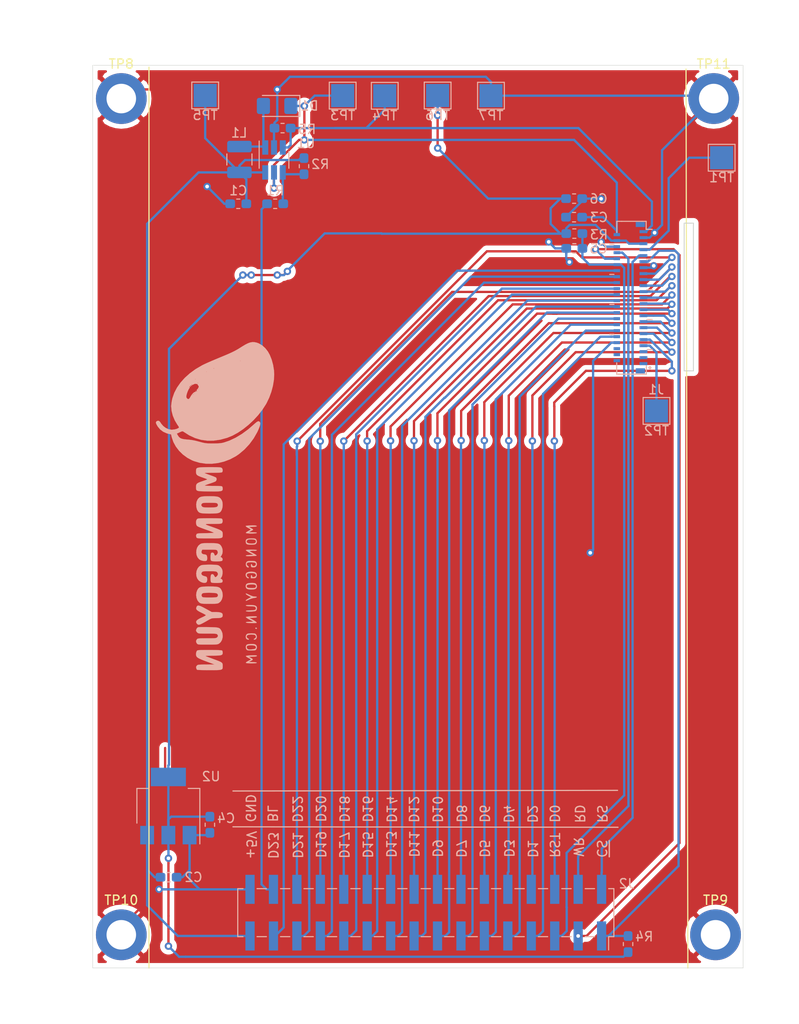
<source format=kicad_pcb>
(kicad_pcb (version 20171130) (host pcbnew "(5.1.4)-1")

  (general
    (thickness 1.6)
    (drawings 54)
    (tracks 503)
    (zones 0)
    (modules 29)
    (nets 46)
  )

  (page A4)
  (layers
    (0 F.Cu signal hide)
    (31 B.Cu signal)
    (32 B.Adhes user)
    (33 F.Adhes user)
    (34 B.Paste user)
    (35 F.Paste user)
    (36 B.SilkS user)
    (37 F.SilkS user)
    (38 B.Mask user)
    (39 F.Mask user)
    (40 Dwgs.User user)
    (41 Cmts.User user)
    (42 Eco1.User user)
    (43 Eco2.User user)
    (44 Edge.Cuts user)
    (45 Margin user)
    (46 B.CrtYd user)
    (47 F.CrtYd user)
    (48 B.Fab user)
    (49 F.Fab user)
  )

  (setup
    (last_trace_width 0.25)
    (trace_clearance 0.2)
    (zone_clearance 0.508)
    (zone_45_only no)
    (trace_min 0.2)
    (via_size 0.8)
    (via_drill 0.4)
    (via_min_size 0.4)
    (via_min_drill 0.3)
    (uvia_size 0.3)
    (uvia_drill 0.1)
    (uvias_allowed no)
    (uvia_min_size 0.2)
    (uvia_min_drill 0.1)
    (edge_width 0.05)
    (segment_width 0.2)
    (pcb_text_width 0.3)
    (pcb_text_size 1.5 1.5)
    (mod_edge_width 0.13)
    (mod_text_size 1 1)
    (mod_text_width 0.15)
    (pad_size 1.524 1.524)
    (pad_drill 0.762)
    (pad_to_mask_clearance 0.051)
    (solder_mask_min_width 0.25)
    (aux_axis_origin 0 0)
    (visible_elements 7FFFFFFF)
    (pcbplotparams
      (layerselection 0x010fc_ffffffff)
      (usegerberextensions false)
      (usegerberattributes false)
      (usegerberadvancedattributes false)
      (creategerberjobfile false)
      (excludeedgelayer true)
      (linewidth 0.100000)
      (plotframeref false)
      (viasonmask false)
      (mode 1)
      (useauxorigin false)
      (hpglpennumber 1)
      (hpglpenspeed 20)
      (hpglpendiameter 15.000000)
      (psnegative false)
      (psa4output false)
      (plotreference true)
      (plotvalue true)
      (plotinvisibletext false)
      (padsonsilk false)
      (subtractmaskfromsilk false)
      (outputformat 1)
      (mirror false)
      (drillshape 0)
      (scaleselection 1)
      (outputdirectory "Gerber/"))
  )

  (net 0 "")
  (net 1 +5V)
  (net 2 GND)
  (net 3 /LEDA)
  (net 4 +3V3)
  (net 5 /RST)
  (net 6 "Net-(D1-Pad2)")
  (net 7 /LEDK)
  (net 8 /TE)
  (net 9 /RS)
  (net 10 /~CS~)
  (net 11 /DB22)
  (net 12 /DB20)
  (net 13 /DB18)
  (net 14 /DB16)
  (net 15 /DB14)
  (net 16 /DB12)
  (net 17 /DB10)
  (net 18 /DB8)
  (net 19 /DB6)
  (net 20 /DB4)
  (net 21 /DB2)
  (net 22 /DB0)
  (net 23 /LCD_ID)
  (net 24 /RD)
  (net 25 /WR)
  (net 26 /DB23)
  (net 27 /DB21)
  (net 28 /DB19)
  (net 29 /DB17)
  (net 30 /DB15)
  (net 31 /DB13)
  (net 32 /DB11)
  (net 33 /DB9)
  (net 34 /DB7)
  (net 35 /DB5)
  (net 36 /DB3)
  (net 37 /DB1)
  (net 38 /BL)
  (net 39 "Net-(R1-Pad1)")
  (net 40 "Net-(J1-Pad1)")
  (net 41 "Net-(J1-Pad3)")
  (net 42 "Net-(J1-Pad5)")
  (net 43 "Net-(J1-Pad2)")
  (net 44 "Net-(J1-Pad4)")
  (net 45 "Net-(J1-Pad6)")

  (net_class Default 这是默认网络类。
    (clearance 0.2)
    (trace_width 0.25)
    (via_dia 0.8)
    (via_drill 0.4)
    (uvia_dia 0.3)
    (uvia_drill 0.1)
    (add_net +3V3)
    (add_net +5V)
    (add_net /BL)
    (add_net /DB0)
    (add_net /DB1)
    (add_net /DB10)
    (add_net /DB11)
    (add_net /DB12)
    (add_net /DB13)
    (add_net /DB14)
    (add_net /DB15)
    (add_net /DB16)
    (add_net /DB17)
    (add_net /DB18)
    (add_net /DB19)
    (add_net /DB2)
    (add_net /DB20)
    (add_net /DB21)
    (add_net /DB22)
    (add_net /DB23)
    (add_net /DB3)
    (add_net /DB4)
    (add_net /DB5)
    (add_net /DB6)
    (add_net /DB7)
    (add_net /DB8)
    (add_net /DB9)
    (add_net /LCD_ID)
    (add_net /LEDA)
    (add_net /LEDK)
    (add_net /RD)
    (add_net /RS)
    (add_net /RST)
    (add_net /TE)
    (add_net /WR)
    (add_net /~CS~)
    (add_net GND)
    (add_net "Net-(D1-Pad2)")
    (add_net "Net-(J1-Pad1)")
    (add_net "Net-(J1-Pad2)")
    (add_net "Net-(J1-Pad3)")
    (add_net "Net-(J1-Pad4)")
    (add_net "Net-(J1-Pad5)")
    (add_net "Net-(J1-Pad6)")
    (add_net "Net-(R1-Pad1)")
  )

  (module logo:monggoyun2 (layer B.Cu) (tedit 0) (tstamp 5DDC27FA)
    (at 102.23 73.2 270)
    (fp_text reference G*** (at 0 0 270) (layer B.SilkS) hide
      (effects (font (size 1.524 1.524) (thickness 0.3)) (justify mirror))
    )
    (fp_text value monggoyun2 (at 0.75 0 270) (layer B.SilkS) hide
      (effects (font (size 1.524 1.524) (thickness 0.3)) (justify mirror))
    )
    (fp_poly (pts (xy -8.908506 6.420326) (xy -8.716771 6.310315) (xy -8.654689 6.271199) (xy -8.348176 6.016876)
      (xy -8.103254 5.68971) (xy -7.929475 5.30412) (xy -7.871032 5.088289) (xy -7.817617 4.839222)
      (xy -7.492618 4.75902) (xy -6.979288 4.581673) (xy -6.490059 4.31413) (xy -6.036333 3.966995)
      (xy -5.629511 3.550876) (xy -5.280995 3.076379) (xy -5.002185 2.55411) (xy -4.927181 2.372467)
      (xy -4.740422 1.747207) (xy -4.643848 1.092214) (xy -4.635456 0.42047) (xy -4.713248 -0.255044)
      (xy -4.875221 -0.921348) (xy -5.119376 -1.565459) (xy -5.44371 -2.174398) (xy -5.682178 -2.525874)
      (xy -6.180457 -3.116291) (xy -6.754305 -3.651549) (xy -7.387324 -4.118757) (xy -8.06312 -4.505025)
      (xy -8.389436 -4.654345) (xy -8.673434 -4.764549) (xy -8.885249 -4.822779) (xy -9.03864 -4.831257)
      (xy -9.147365 -4.792202) (xy -9.16434 -4.779399) (xy -9.2311 -4.69126) (xy -9.230124 -4.583317)
      (xy -9.156963 -4.443435) (xy -9.00717 -4.259476) (xy -8.951721 -4.199303) (xy -8.366838 -3.52559)
      (xy -7.866627 -2.842503) (xy -7.455185 -2.156734) (xy -7.136609 -1.474975) (xy -6.948235 -0.926038)
      (xy -6.903281 -0.752555) (xy -6.871807 -0.583519) (xy -6.851548 -0.394791) (xy -6.840239 -0.162233)
      (xy -6.835616 0.138293) (xy -6.835136 0.2794) (xy -6.8358 0.591084) (xy -6.841129 0.829934)
      (xy -6.854777 1.024709) (xy -6.880394 1.204171) (xy -6.921633 1.39708) (xy -6.982145 1.632197)
      (xy -7.028652 1.8034) (xy -7.136602 2.232654) (xy -7.208413 2.607519) (xy -7.250902 2.965676)
      (xy -7.259002 3.076307) (xy -7.289495 3.404898) (xy -7.33851 3.6512) (xy -7.414261 3.834001)
      (xy -7.524958 3.972088) (xy -7.678813 4.084248) (xy -7.706552 4.100239) (xy -7.899723 4.208807)
      (xy -8.042929 3.903995) (xy -8.118072 3.737435) (xy -8.151718 3.63308) (xy -8.148174 3.562447)
      (xy -8.111747 3.497052) (xy -8.105726 3.488692) (xy -7.713938 2.873406) (xy -7.421517 2.240121)
      (xy -7.228283 1.587549) (xy -7.134055 0.9144) (xy -7.138654 0.219386) (xy -7.241899 -0.498783)
      (xy -7.443612 -1.241396) (xy -7.444677 -1.2446) (xy -7.678391 -1.816656) (xy -7.998358 -2.401828)
      (xy -8.392754 -2.986711) (xy -8.849755 -3.557896) (xy -9.357537 -4.101977) (xy -9.904275 -4.605545)
      (xy -10.478147 -5.055195) (xy -11.067328 -5.437519) (xy -11.216539 -5.521505) (xy -11.808115 -5.804833)
      (xy -12.434328 -6.033229) (xy -13.074246 -6.201988) (xy -13.706936 -6.306403) (xy -14.311465 -6.341769)
      (xy -14.7574 -6.317563) (xy -15.358965 -6.218545) (xy -15.92215 -6.064507) (xy -16.427011 -5.861886)
      (xy -16.784757 -5.66318) (xy -17.155571 -5.375671) (xy -17.454115 -5.043911) (xy -17.669252 -4.681792)
      (xy -17.754209 -4.453863) (xy -17.806712 -4.216449) (xy -17.816787 -3.98974) (xy -17.779716 -3.757539)
      (xy -17.690783 -3.503646) (xy -17.54527 -3.211865) (xy -17.338458 -2.865998) (xy -17.252854 -2.732455)
      (xy -17.212242 -2.667) (xy -15.7988 -2.667) (xy -15.7734 -2.6924) (xy -15.748 -2.667)
      (xy -15.7734 -2.6416) (xy -15.7988 -2.667) (xy -17.212242 -2.667) (xy -17.04857 -2.403211)
      (xy -16.862954 -2.069603) (xy -16.682713 -1.705449) (xy -16.494556 -1.284565) (xy -16.381466 -1.016)
      (xy -16.159141 -0.480257) (xy -15.970647 -0.028992) (xy -15.872659 0.2032) (xy -14.986 0.2032)
      (xy -14.967414 0.161386) (xy -14.952134 0.169334) (xy -14.946054 0.229622) (xy -14.952134 0.237067)
      (xy -14.982334 0.230094) (xy -14.986 0.2032) (xy -15.872659 0.2032) (xy -15.811753 0.347519)
      (xy -15.67823 0.659002) (xy -15.565845 0.915179) (xy -15.531653 0.9906) (xy -14.6304 0.9906)
      (xy -14.605 0.9652) (xy -14.5796 0.9906) (xy -14.605 1.016) (xy -14.6304 0.9906)
      (xy -15.531653 0.9906) (xy -15.470369 1.125776) (xy -15.38757 1.300515) (xy -15.313219 1.449121)
      (xy -15.28744 1.4986) (xy -15.108275 1.8034) (xy -12.8524 1.8034) (xy -12.827 1.778)
      (xy -12.8016 1.8034) (xy -12.827 1.8288) (xy -12.8524 1.8034) (xy -15.108275 1.8034)
      (xy -15.033622 1.9304) (xy -13.4112 1.9304) (xy -13.392614 1.888586) (xy -13.377334 1.896534)
      (xy -13.371254 1.956822) (xy -13.377334 1.964267) (xy -13.407534 1.957294) (xy -13.4112 1.9304)
      (xy -15.033622 1.9304) (xy -14.88677 2.180227) (xy -14.865305 2.2098) (xy -13.8176 2.2098)
      (xy -13.7922 2.1844) (xy -13.7668 2.2098) (xy -13.7922 2.2352) (xy -13.8176 2.2098)
      (xy -14.865305 2.2098) (xy -14.837081 2.248686) (xy -13.294844 2.248686) (xy -13.285993 2.099887)
      (xy -13.257449 1.990309) (xy -13.229372 1.946021) (xy -13.224077 1.948191) (xy -13.171144 1.940665)
      (xy -13.122124 1.902581) (xy -13.039108 1.841523) (xy -12.949352 1.841202) (xy -12.921922 1.8542)
      (xy -12.7 1.8542) (xy -12.6746 1.8288) (xy -12.6492 1.8542) (xy -12.6746 1.8796)
      (xy -12.7 1.8542) (xy -12.921922 1.8542) (xy -12.818907 1.903014) (xy -12.796739 1.915953)
      (xy -12.696601 1.98667) (xy -12.649686 2.042576) (xy -12.6492 2.046377) (xy -12.60883 2.066543)
      (xy -12.535299 2.053496) (xy -12.456833 2.034267) (xy -12.462616 2.066082) (xy -12.497199 2.110384)
      (xy -12.545286 2.176504) (xy -12.521474 2.183015) (xy -12.481462 2.169094) (xy -12.418616 2.159971)
      (xy -12.422317 2.187178) (xy -12.417941 2.268749) (xy -12.39051 2.3114) (xy -12.2936 2.3114)
      (xy -12.2682 2.286) (xy -12.2428 2.3114) (xy -12.2682 2.3368) (xy -12.2936 2.3114)
      (xy -12.39051 2.3114) (xy -12.344156 2.38347) (xy -12.290799 2.4384) (xy -12.192 2.4384)
      (xy -12.173414 2.396586) (xy -12.158134 2.404534) (xy -12.152054 2.464822) (xy -12.158134 2.472267)
      (xy -12.188334 2.465294) (xy -12.192 2.4384) (xy -12.290799 2.4384) (xy -12.218835 2.512485)
      (xy -12.15124 2.5654) (xy -12.0904 2.5654) (xy -12.065 2.54) (xy -12.0396 2.5654)
      (xy -12.065 2.5908) (xy -12.0904 2.5654) (xy -12.15124 2.5654) (xy -12.059852 2.636939)
      (xy -11.913186 2.724256) (xy -11.732597 2.83172) (xy -11.646745 2.928339) (xy -11.650926 3.024112)
      (xy -11.727971 3.11802) (xy -11.819505 3.171923) (xy -11.946225 3.180574) (xy -12.045131 3.168224)
      (xy -12.204509 3.12991) (xy -12.391385 3.06665) (xy -12.576153 2.990843) (xy -12.729205 2.914884)
      (xy -12.820933 2.851171) (xy -12.830304 2.839455) (xy -12.896454 2.813825) (xy -12.970577 2.824662)
      (xy -13.045825 2.842705) (xy -13.037751 2.809912) (xy -13.0048 2.7686) (xy -12.959373 2.705755)
      (xy -12.988646 2.698283) (xy -13.0556 2.7178) (xy -13.141667 2.740266) (xy -13.144646 2.715223)
      (xy -13.106002 2.664817) (xy -13.057733 2.598604) (xy -13.080214 2.591572) (xy -13.117474 2.604471)
      (xy -13.207145 2.60589) (xy -13.239623 2.580733) (xy -13.243401 2.548332) (xy -13.21585 2.56055)
      (xy -13.164163 2.571817) (xy -13.16946 2.515996) (xy -13.229608 2.408628) (xy -13.238468 2.395781)
      (xy -13.294844 2.248686) (xy -14.837081 2.248686) (xy -14.439604 2.796295) (xy -14.328101 2.921)
      (xy -12.9032 2.921) (xy -12.8778 2.8956) (xy -12.8524 2.921) (xy -12.8778 2.9464)
      (xy -12.9032 2.921) (xy -14.328101 2.921) (xy -13.952525 3.341043) (xy -13.432118 3.808707)
      (xy -12.884967 4.193523) (xy -12.317654 4.489728) (xy -11.736765 4.691558) (xy -11.603155 4.723754)
      (xy -11.35506 4.770704) (xy -11.101084 4.805898) (xy -10.887533 4.823205) (xy -10.8458 4.824019)
      (xy -10.350491 4.778676) (xy -9.840771 4.647417) (xy -9.34054 4.438427) (xy -8.873699 4.159891)
      (xy -8.843341 4.138325) (xy -8.696912 4.035758) (xy -8.608714 3.987015) (xy -8.555376 3.985394)
      (xy -8.513523 4.024195) (xy -8.501473 4.040304) (xy -8.416501 4.212554) (xy -8.354752 4.448526)
      (xy -8.324942 4.711383) (xy -8.323546 4.792075) (xy -8.374028 5.103106) (xy -8.511805 5.408022)
      (xy -8.723519 5.686874) (xy -8.995812 5.919715) (xy -9.135608 6.004738) (xy -9.260878 6.115843)
      (xy -9.298209 6.252874) (xy -9.243148 6.392264) (xy -9.214848 6.424296) (xy -9.139758 6.472455)
      (xy -9.043573 6.472752) (xy -8.908506 6.420326)) (layer B.SilkS) (width 0.01))
    (fp_poly (pts (xy 2.159842 -3.274711) (xy 2.239284 -3.376564) (xy 2.309578 -3.501604) (xy 2.38717 -3.644977)
      (xy 2.451748 -3.747338) (xy 2.478984 -3.778286) (xy 2.521411 -3.75063) (xy 2.589621 -3.652415)
      (xy 2.65906 -3.524085) (xy 2.74254 -3.376029) (xy 2.816531 -3.283698) (xy 2.85881 -3.264275)
      (xy 2.887715 -3.321715) (xy 2.908363 -3.455382) (xy 2.920782 -3.640241) (xy 2.925 -3.851259)
      (xy 2.921044 -4.063399) (xy 2.90894 -4.251628) (xy 2.888718 -4.390912) (xy 2.860404 -4.456214)
      (xy 2.8575 -4.457594) (xy 2.82525 -4.440995) (xy 2.804799 -4.356783) (xy 2.794199 -4.192323)
      (xy 2.791634 -4.030133) (xy 2.789269 -3.5814) (xy 2.663661 -3.8227) (xy 2.586613 -3.957289)
      (xy 2.523064 -4.044881) (xy 2.49723 -4.064) (xy 2.453246 -4.022554) (xy 2.384028 -3.916093)
      (xy 2.333104 -3.8227) (xy 2.2098 -3.5814) (xy 2.195122 -4.0259) (xy 2.180823 -4.253444)
      (xy 2.157294 -4.402111) (xy 2.127318 -4.466356) (xy 2.093681 -4.440633) (xy 2.059168 -4.319399)
      (xy 2.055986 -4.302933) (xy 2.043799 -4.167797) (xy 2.04184 -3.973205) (xy 2.050506 -3.760823)
      (xy 2.050779 -3.756833) (xy 2.063914 -3.564335) (xy 2.074217 -3.408258) (xy 2.079668 -3.319284)
      (xy 2.079894 -3.3147) (xy 2.10381 -3.251728) (xy 2.159842 -3.274711)) (layer B.SilkS) (width 0.01))
    (fp_poly (pts (xy 3.943529 -3.270692) (xy 4.046456 -3.330667) (xy 4.106669 -3.448264) (xy 4.133457 -3.639008)
      (xy 4.137228 -3.835541) (xy 4.130891 -4.063788) (xy 4.112735 -4.215103) (xy 4.078317 -4.313885)
      (xy 4.040455 -4.36675) (xy 3.8997 -4.45324) (xy 3.727673 -4.45976) (xy 3.567303 -4.391319)
      (xy 3.512548 -4.3435) (xy 3.478963 -4.278233) (xy 3.461488 -4.17196) (xy 3.45506 -4.001123)
      (xy 3.454487 -3.883554) (xy 3.55849 -3.883554) (xy 3.572888 -4.071777) (xy 3.604833 -4.226533)
      (xy 3.653308 -4.315856) (xy 3.658715 -4.319764) (xy 3.789354 -4.364956) (xy 3.906467 -4.313806)
      (xy 3.933371 -4.288971) (xy 3.982459 -4.198285) (xy 4.0078 -4.03859) (xy 4.0132 -3.8608)
      (xy 3.993487 -3.614248) (xy 3.938124 -3.44406) (xy 3.852774 -3.356497) (xy 3.7431 -3.357823)
      (xy 3.630717 -3.437739) (xy 3.58639 -3.53457) (xy 3.562652 -3.69383) (xy 3.55849 -3.883554)
      (xy 3.454487 -3.883554) (xy 3.4544 -3.865792) (xy 3.463854 -3.600787) (xy 3.497487 -3.421575)
      (xy 3.563202 -3.313658) (xy 3.668901 -3.262542) (xy 3.7886 -3.252815) (xy 3.943529 -3.270692)) (layer B.SilkS) (width 0.01))
    (fp_poly (pts (xy 4.7371 -3.262349) (xy 4.787793 -3.3136) (xy 4.86953 -3.43403) (xy 4.968094 -3.601857)
      (xy 5.013435 -3.685683) (xy 5.22627 -4.0894) (xy 5.242035 -3.687076) (xy 5.259542 -3.447243)
      (xy 5.289605 -3.306229) (xy 5.322953 -3.263192) (xy 5.351122 -3.275012) (xy 5.368708 -3.341671)
      (xy 5.376866 -3.476369) (xy 5.376751 -3.692303) (xy 5.373753 -3.843315) (xy 5.363544 -4.099934)
      (xy 5.347434 -4.294927) (xy 5.326972 -4.414003) (xy 5.3086 -4.445) (xy 5.264022 -4.402871)
      (xy 5.187817 -4.290192) (xy 5.093317 -4.127525) (xy 5.048735 -4.044184) (xy 4.83967 -3.643369)
      (xy 4.804344 -3.878935) (xy 4.789241 -4.029143) (xy 4.791717 -4.13785) (xy 4.799063 -4.163114)
      (xy 4.811293 -4.244105) (xy 4.792293 -4.352896) (xy 4.754192 -4.442999) (xy 4.718892 -4.4704)
      (xy 4.701464 -4.422867) (xy 4.687144 -4.293309) (xy 4.677377 -4.101288) (xy 4.673605 -3.866364)
      (xy 4.6736 -3.856566) (xy 4.676166 -3.585804) (xy 4.684724 -3.404507) (xy 4.700556 -3.300648)
      (xy 4.72495 -3.262199) (xy 4.7371 -3.262349)) (layer B.SilkS) (width 0.01))
    (fp_poly (pts (xy 6.433352 -3.296021) (xy 6.550548 -3.376122) (xy 6.603397 -3.493055) (xy 6.604 -3.50808)
      (xy 6.582919 -3.593273) (xy 6.525926 -3.589048) (xy 6.442398 -3.496938) (xy 6.430871 -3.4798)
      (xy 6.320417 -3.375726) (xy 6.197146 -3.360154) (xy 6.10616 -3.41376) (xy 6.068941 -3.50324)
      (xy 6.047853 -3.659336) (xy 6.042302 -3.849972) (xy 6.051696 -4.043075) (xy 6.075441 -4.206568)
      (xy 6.112945 -4.308378) (xy 6.122904 -4.319248) (xy 6.235517 -4.35887) (xy 6.348105 -4.32046)
      (xy 6.42959 -4.222723) (xy 6.4516 -4.121396) (xy 6.430531 -4.005685) (xy 6.348924 -3.94876)
      (xy 6.317252 -3.939695) (xy 6.232671 -3.899317) (xy 6.232571 -3.854973) (xy 6.301789 -3.822545)
      (xy 6.425164 -3.817919) (xy 6.432711 -3.818728) (xy 6.526303 -3.840194) (xy 6.572136 -3.896566)
      (xy 6.591765 -4.018535) (xy 6.594084 -4.048515) (xy 6.588594 -4.217689) (xy 6.533906 -4.334145)
      (xy 6.505184 -4.366015) (xy 6.355011 -4.452101) (xy 6.180505 -4.461348) (xy 6.022393 -4.393534)
      (xy 5.9944 -4.3688) (xy 5.941535 -4.298932) (xy 5.910474 -4.202919) (xy 5.895989 -4.054613)
      (xy 5.8928 -3.8608) (xy 5.89705 -3.64509) (xy 5.913288 -3.504609) (xy 5.946743 -3.413212)
      (xy 5.9944 -3.3528) (xy 6.125406 -3.27675) (xy 6.281681 -3.260361) (xy 6.433352 -3.296021)) (layer B.SilkS) (width 0.01))
    (fp_poly (pts (xy 7.529584 -3.266122) (xy 7.667668 -3.337727) (xy 7.756318 -3.446575) (xy 7.7724 -3.5219)
      (xy 7.74873 -3.596935) (xy 7.697194 -3.59173) (xy 7.646998 -3.5101) (xy 7.645437 -3.505318)
      (xy 7.571185 -3.407931) (xy 7.453847 -3.36509) (xy 7.335587 -3.385389) (xy 7.281895 -3.431218)
      (xy 7.238573 -3.545598) (xy 7.215693 -3.718691) (xy 7.212788 -3.915745) (xy 7.229392 -4.102008)
      (xy 7.265037 -4.242727) (xy 7.293428 -4.288971) (xy 7.416015 -4.365031) (xy 7.523938 -4.345077)
      (xy 7.605194 -4.234661) (xy 7.635485 -4.13078) (xy 7.647353 -4.016825) (xy 7.612677 -3.966696)
      (xy 7.558552 -3.95298) (xy 7.449378 -3.915325) (xy 7.429572 -3.863753) (xy 7.493959 -3.821537)
      (xy 7.590366 -3.81) (xy 7.7724 -3.81) (xy 7.7724 -4.061119) (xy 7.762334 -4.22819)
      (xy 7.724221 -4.329682) (xy 7.659496 -4.391319) (xy 7.479807 -4.461762) (xy 7.282277 -4.432689)
      (xy 7.231567 -4.410749) (xy 7.142138 -4.316187) (xy 7.084034 -4.152776) (xy 7.057197 -3.948296)
      (xy 7.06157 -3.730531) (xy 7.097093 -3.527262) (xy 7.163711 -3.366271) (xy 7.233904 -3.290077)
      (xy 7.374265 -3.245618) (xy 7.529584 -3.266122)) (layer B.SilkS) (width 0.01))
    (fp_poly (pts (xy 8.792624 -3.275692) (xy 8.899028 -3.357209) (xy 8.962246 -3.507815) (xy 8.989316 -3.73957)
      (xy 8.9916 -3.8608) (xy 8.977312 -4.129299) (xy 8.92976 -4.311705) (xy 8.841907 -4.42008)
      (xy 8.706716 -4.466485) (xy 8.636 -4.4704) (xy 8.486838 -4.435952) (xy 8.382 -4.3688)
      (xy 8.329135 -4.298932) (xy 8.298074 -4.202919) (xy 8.283589 -4.054613) (xy 8.2804 -3.8608)
      (xy 8.281887 -3.832854) (xy 8.443276 -3.832854) (xy 8.443409 -4.082288) (xy 8.469558 -4.24575)
      (xy 8.526536 -4.336631) (xy 8.61916 -4.368323) (xy 8.636 -4.3688) (xy 8.744213 -4.332163)
      (xy 8.784403 -4.297415) (xy 8.816214 -4.201669) (xy 8.830586 -4.021495) (xy 8.828723 -3.832854)
      (xy 8.815412 -3.618459) (xy 8.792018 -3.484024) (xy 8.753568 -3.408036) (xy 8.7249 -3.383798)
      (xy 8.615194 -3.355141) (xy 8.5471 -3.383798) (xy 8.498487 -3.437234) (xy 8.467608 -3.53754)
      (xy 8.449488 -3.706227) (xy 8.443276 -3.832854) (xy 8.281887 -3.832854) (xy 8.294687 -3.5923)
      (xy 8.342239 -3.409894) (xy 8.430092 -3.301519) (xy 8.565283 -3.255114) (xy 8.636 -3.2512)
      (xy 8.792624 -3.275692)) (layer B.SilkS) (width 0.01))
    (fp_poly (pts (xy 10.2108 -3.303688) (xy 10.188833 -3.374384) (xy 10.132016 -3.502925) (xy 10.073268 -3.621188)
      (xy 9.987454 -3.828747) (xy 9.924684 -4.057204) (xy 9.908168 -4.1616) (xy 9.878187 -4.338926)
      (xy 9.83769 -4.440311) (xy 9.79673 -4.460344) (xy 9.765361 -4.393617) (xy 9.7536 -4.244765)
      (xy 9.729673 -4.048026) (xy 9.652174 -3.82112) (xy 9.572539 -3.651125) (xy 9.490814 -3.480019)
      (xy 9.435158 -3.346087) (xy 9.415007 -3.272634) (xy 9.416759 -3.266306) (xy 9.478277 -3.264669)
      (xy 9.564155 -3.359504) (xy 9.675148 -3.551665) (xy 9.68362 -3.568275) (xy 9.814908 -3.82736)
      (xy 9.969488 -3.53928) (xy 10.072266 -3.365066) (xy 10.150539 -3.267675) (xy 10.198392 -3.25288)
      (xy 10.2108 -3.303688)) (layer B.SilkS) (width 0.01))
    (fp_poly (pts (xy 10.766524 -3.319965) (xy 10.791447 -3.465345) (xy 10.807088 -3.705307) (xy 10.809562 -3.777955)
      (xy 10.817759 -4.005953) (xy 10.829712 -4.153506) (xy 10.850853 -4.241759) (xy 10.886616 -4.291854)
      (xy 10.942433 -4.324933) (xy 10.951139 -4.328947) (xy 11.0671 -4.360434) (xy 11.150066 -4.326853)
      (xy 11.204626 -4.219286) (xy 11.235369 -4.028816) (xy 11.246798 -3.754462) (xy 11.255398 -3.501505)
      (xy 11.274929 -3.342289) (xy 11.306426 -3.269435) (xy 11.3157 -3.264041) (xy 11.34919 -3.297424)
      (xy 11.371537 -3.408075) (xy 11.383079 -3.572314) (xy 11.384153 -3.766461) (xy 11.375097 -3.966834)
      (xy 11.356248 -4.149754) (xy 11.327943 -4.291539) (xy 11.300119 -4.357496) (xy 11.190307 -4.438383)
      (xy 11.035616 -4.473175) (xy 10.885331 -4.453931) (xy 10.840704 -4.431522) (xy 10.757775 -4.339802)
      (xy 10.703575 -4.186911) (xy 10.674843 -3.959178) (xy 10.668 -3.707506) (xy 10.671655 -3.477443)
      (xy 10.683835 -3.33604) (xy 10.706359 -3.270578) (xy 10.7315 -3.263784) (xy 10.766524 -3.319965)) (layer B.SilkS) (width 0.01))
    (fp_poly (pts (xy 12.562411 -3.264682) (xy 12.586746 -3.320057) (xy 12.606774 -3.451913) (xy 12.621786 -3.635191)
      (xy 12.631073 -3.844836) (xy 12.633924 -4.05579) (xy 12.629631 -4.242997) (xy 12.617483 -4.3814)
      (xy 12.59677 -4.445942) (xy 12.595884 -4.446554) (xy 12.538344 -4.424754) (xy 12.447274 -4.314922)
      (xy 12.327133 -4.123256) (xy 12.211214 -3.9116) (xy 12.065 -3.6322) (xy 12.050245 -4.0513)
      (xy 12.034332 -4.273992) (xy 12.006687 -4.418015) (xy 11.970018 -4.476613) (xy 11.92703 -4.443034)
      (xy 11.909126 -4.403465) (xy 11.893421 -4.307817) (xy 11.887814 -4.148427) (xy 11.890866 -3.950637)
      (xy 11.901138 -3.739787) (xy 11.917191 -3.541215) (xy 11.937586 -3.380261) (xy 11.960885 -3.282266)
      (xy 11.973791 -3.264561) (xy 12.02342 -3.297864) (xy 12.103987 -3.406721) (xy 12.203884 -3.574422)
      (xy 12.253191 -3.666836) (xy 12.4714 -4.0894) (xy 12.486211 -3.66677) (xy 12.499005 -3.444008)
      (xy 12.519546 -3.313047) (xy 12.549659 -3.264258) (xy 12.562411 -3.264682)) (layer B.SilkS) (width 0.01))
    (fp_poly (pts (xy 13.21151 -4.294769) (xy 13.252658 -4.35772) (xy 13.252062 -4.434121) (xy 13.210998 -4.4704)
      (xy 13.142197 -4.433473) (xy 13.1318 -4.4196) (xy 13.121861 -4.344261) (xy 13.162177 -4.291405)
      (xy 13.21151 -4.294769)) (layer B.SilkS) (width 0.01))
    (fp_poly (pts (xy 14.288854 -3.28931) (xy 14.347371 -3.331028) (xy 14.405359 -3.42341) (xy 14.426176 -3.524289)
      (xy 14.405743 -3.5949) (xy 14.3764 -3.6068) (xy 14.327049 -3.570803) (xy 14.3256 -3.559628)
      (xy 14.286357 -3.477663) (xy 14.19819 -3.39551) (xy 14.105437 -3.353284) (xy 14.097 -3.3528)
      (xy 13.982807 -3.391199) (xy 13.909064 -3.510381) (xy 13.873081 -3.716321) (xy 13.8684 -3.8608)
      (xy 13.877932 -4.084537) (xy 13.908722 -4.225905) (xy 13.948228 -4.288971) (xy 14.07447 -4.36198)
      (xy 14.1958 -4.343853) (xy 14.284043 -4.2418) (xy 14.348226 -4.140246) (xy 14.401013 -4.121743)
      (xy 14.426665 -4.18995) (xy 14.4272 -4.208526) (xy 14.384511 -4.340578) (xy 14.274949 -4.42756)
      (xy 14.126265 -4.461391) (xy 13.966213 -4.433992) (xy 13.861327 -4.373288) (xy 13.800671 -4.314076)
      (xy 13.764688 -4.240495) (xy 13.747097 -4.126226) (xy 13.741619 -3.944951) (xy 13.7414 -3.870621)
      (xy 13.746337 -3.65012) (xy 13.764426 -3.504859) (xy 13.80058 -3.408813) (xy 13.838173 -3.358133)
      (xy 13.969705 -3.276263) (xy 14.134942 -3.252523) (xy 14.288854 -3.28931)) (layer B.SilkS) (width 0.01))
    (fp_poly (pts (xy 15.362137 -3.272796) (xy 15.482696 -3.33028) (xy 15.537186 -3.377778) (xy 15.570726 -3.442531)
      (xy 15.588294 -3.547923) (xy 15.594865 -3.717338) (xy 15.5956 -3.8608) (xy 15.593266 -4.080309)
      (xy 15.582947 -4.221647) (xy 15.559666 -4.308196) (xy 15.518447 -4.363341) (xy 15.482696 -4.391319)
      (xy 15.321815 -4.458524) (xy 15.153369 -4.459527) (xy 15.018945 -4.394387) (xy 15.015104 -4.390647)
      (xy 14.938403 -4.279212) (xy 14.896823 -4.122332) (xy 14.886654 -3.899648) (xy 14.889127 -3.841792)
      (xy 15.03235 -3.841792) (xy 15.042722 -4.033932) (xy 15.071347 -4.194415) (xy 15.116628 -4.288971)
      (xy 15.237096 -4.362504) (xy 15.3475 -4.336953) (xy 15.386952 -4.299163) (xy 15.426775 -4.203748)
      (xy 15.459404 -4.043113) (xy 15.480801 -3.85359) (xy 15.486928 -3.671508) (xy 15.473746 -3.5332)
      (xy 15.472617 -3.528522) (xy 15.40141 -3.420856) (xy 15.280901 -3.366084) (xy 15.153453 -3.37883)
      (xy 15.11234 -3.404147) (xy 15.066999 -3.494029) (xy 15.040389 -3.650867) (xy 15.03235 -3.841792)
      (xy 14.889127 -3.841792) (xy 14.894063 -3.726352) (xy 14.915318 -3.521731) (xy 14.951602 -3.394897)
      (xy 15.009703 -3.32237) (xy 15.011208 -3.321258) (xy 15.176373 -3.257934) (xy 15.362137 -3.272796)) (layer B.SilkS) (width 0.01))
    (fp_poly (pts (xy 16.24539 -3.294812) (xy 16.320181 -3.396359) (xy 16.392272 -3.526803) (xy 16.469123 -3.674563)
      (xy 16.530792 -3.777026) (xy 16.5608 -3.81) (xy 16.596804 -3.768115) (xy 16.661031 -3.659021)
      (xy 16.729327 -3.526803) (xy 16.813283 -3.377596) (xy 16.887533 -3.284361) (xy 16.93041 -3.264336)
      (xy 16.958823 -3.321599) (xy 16.979279 -3.455109) (xy 16.991763 -3.639834) (xy 16.996261 -3.850744)
      (xy 16.992756 -4.062807) (xy 16.981234 -4.250992) (xy 16.96168 -4.390267) (xy 16.934079 -4.455601)
      (xy 16.931129 -4.457023) (xy 16.898092 -4.434566) (xy 16.874848 -4.334901) (xy 16.859611 -4.148115)
      (xy 16.854929 -4.034153) (xy 16.8402 -3.590794) (xy 16.721184 -3.829703) (xy 16.640252 -3.969712)
      (xy 16.571355 -4.021453) (xy 16.501287 -3.982633) (xy 16.416841 -3.850957) (xy 16.374979 -3.769563)
      (xy 16.2814 -3.5814) (xy 16.266722 -4.0259) (xy 16.250994 -4.275875) (xy 16.223537 -4.425421)
      (xy 16.184188 -4.475051) (xy 16.136972 -4.4323) (xy 16.121629 -4.356001) (xy 16.115269 -4.209656)
      (xy 16.116669 -4.018314) (xy 16.124607 -3.807027) (xy 16.137861 -3.600844) (xy 16.155209 -3.424816)
      (xy 16.175428 -3.303995) (xy 16.194003 -3.263398) (xy 16.24539 -3.294812)) (layer B.SilkS) (width 0.01))
    (fp_poly (pts (xy -3.618527 2.124186) (xy -3.499276 2.08759) (xy -3.403347 2.008573) (xy -3.317962 1.872675)
      (xy -3.23034 1.665433) (xy -3.143616 1.4196) (xy -3.070824 1.211847) (xy -3.007867 1.045549)
      (xy -2.962605 0.940695) (xy -2.944904 0.9144) (xy -2.918787 0.959521) (xy -2.869686 1.081595)
      (xy -2.805209 1.260691) (xy -2.749082 1.427322) (xy -2.652674 1.705944) (xy -2.568134 1.900632)
      (xy -2.482468 2.025965) (xy -2.382679 2.096521) (xy -2.255773 2.126875) (xy -2.1209 2.131985)
      (xy -1.982785 2.130527) (xy -1.874797 2.120569) (xy -1.793067 2.090927) (xy -1.733727 2.030419)
      (xy -1.692909 1.927862) (xy -1.666744 1.772071) (xy -1.651364 1.551864) (xy -1.6429 1.256057)
      (xy -1.637483 0.873468) (xy -1.635745 0.729469) (xy -1.631572 0.301014) (xy -1.632229 -0.036638)
      (xy -1.63996 -0.294252) (xy -1.657011 -0.482593) (xy -1.685627 -0.612425) (xy -1.728052 -0.694512)
      (xy -1.786532 -0.73962) (xy -1.863311 -0.758511) (xy -1.946812 -0.762) (xy -2.08107 -0.744417)
      (xy -2.173232 -0.702026) (xy -2.17424 -0.70104) (xy -2.198501 -0.637636) (xy -2.21628 -0.498102)
      (xy -2.227997 -0.275529) (xy -2.234074 0.036992) (xy -2.2352 0.29972) (xy -2.2374 0.596286)
      (xy -2.243537 0.847895) (xy -2.252923 1.040364) (xy -2.264867 1.159509) (xy -2.278578 1.19126)
      (xy -2.311558 1.125155) (xy -2.366361 0.984753) (xy -2.43449 0.792727) (xy -2.487097 0.635)
      (xy -2.563337 0.410508) (xy -2.63656 0.212304) (xy -2.696637 0.06696) (xy -2.724291 0.0127)
      (xy -2.826921 -0.072373) (xy -2.965341 -0.10272) (xy -3.094759 -0.073227) (xy -3.14167 -0.034955)
      (xy -3.179622 0.037241) (xy -3.241671 0.184009) (xy -3.319116 0.383757) (xy -3.400508 0.607129)
      (xy -3.481602 0.832551) (xy -3.552043 1.021207) (xy -3.604288 1.153374) (xy -3.630792 1.209326)
      (xy -3.630819 1.209352) (xy -3.639246 1.169914) (xy -3.646586 1.044106) (xy -3.65239 0.847159)
      (xy -3.65621 0.594302) (xy -3.6576 0.300764) (xy -3.6576 0.298027) (xy -3.660147 -0.078227)
      (xy -3.668067 -0.359903) (xy -3.681782 -0.553903) (xy -3.701713 -0.667126) (xy -3.71856 -0.70104)
      (xy -3.837995 -0.757769) (xy -3.990789 -0.756924) (xy -4.130373 -0.703658) (xy -4.18812 -0.649096)
      (xy -4.214377 -0.596695) (xy -4.234301 -0.515679) (xy -4.248699 -0.393163) (xy -4.258373 -0.21626)
      (xy -4.264129 0.027917) (xy -4.266772 0.352254) (xy -4.2672 0.617597) (xy -4.265184 1.042096)
      (xy -4.258275 1.376356) (xy -4.245186 1.631674) (xy -4.22463 1.819347) (xy -4.195318 1.950673)
      (xy -4.155962 2.036947) (xy -4.105275 2.089468) (xy -4.098922 2.093689) (xy -4.016229 2.115814)
      (xy -3.871503 2.130051) (xy -3.773879 2.132823) (xy -3.618527 2.124186)) (layer B.SilkS) (width 0.01))
    (fp_poly (pts (xy 0.038603 2.099956) (xy 0.303711 2.033101) (xy 0.386709 1.995208) (xy 0.509746 1.92138)
      (xy 0.602807 1.837645) (xy 0.669984 1.729358) (xy 0.715368 1.581875) (xy 0.743051 1.380554)
      (xy 0.757124 1.110749) (xy 0.761679 0.757818) (xy 0.76181 0.652723) (xy 0.758708 0.280865)
      (xy 0.746449 -0.004208) (xy 0.720334 -0.217215) (xy 0.675661 -0.372873) (xy 0.60773 -0.4859)
      (xy 0.511841 -0.571014) (xy 0.383293 -0.642933) (xy 0.34185 -0.662237) (xy 0.106994 -0.730663)
      (xy -0.171019 -0.755994) (xy -0.442394 -0.736161) (xy -0.5842 -0.700723) (xy -0.738864 -0.624545)
      (xy -0.857448 -0.539634) (xy -0.949859 -0.443954) (xy -1.017961 -0.334585) (xy -1.065256 -0.194982)
      (xy -1.095245 -0.008602) (xy -1.111432 0.241101) (xy -1.117319 0.570669) (xy -1.117521 0.656156)
      (xy -0.4064 0.656156) (xy -0.404565 0.352226) (xy -0.398042 0.134009) (xy -0.385309 -0.014334)
      (xy -0.364843 -0.108643) (xy -0.335123 -0.164756) (xy -0.326572 -0.174171) (xy -0.196313 -0.247184)
      (xy -0.064955 -0.223751) (xy 0.022519 -0.141096) (xy 0.056189 -0.070701) (xy 0.079291 0.038848)
      (xy 0.09345 0.204261) (xy 0.100291 0.442249) (xy 0.1016 0.671704) (xy 0.100314 0.955305)
      (xy 0.094921 1.155525) (xy 0.083111 1.290568) (xy 0.062578 1.378638) (xy 0.031014 1.437938)
      (xy 0 1.4732) (xy -0.116626 1.560209) (xy -0.220632 1.556583) (xy -0.3135 1.490727)
      (xy -0.350016 1.447246) (xy -0.375615 1.382671) (xy -0.392172 1.280148) (xy -0.401563 1.122825)
      (xy -0.405666 0.893846) (xy -0.4064 0.656156) (xy -1.117521 0.656156) (xy -1.1176 0.689192)
      (xy -1.113919 1.049584) (xy -1.099731 1.324907) (xy -1.070318 1.531525) (xy -1.020963 1.685803)
      (xy -0.94695 1.804107) (xy -0.843561 1.902802) (xy -0.748126 1.971012) (xy -0.523824 2.068133)
      (xy -0.249412 2.111374) (xy 0.038603 2.099956)) (layer B.SilkS) (width 0.01))
    (fp_poly (pts (xy 1.906269 2.113303) (xy 2.001857 2.084603) (xy 2.053983 2.060133) (xy 2.100639 2.021776)
      (xy 2.147594 1.957342) (xy 2.200617 1.854643) (xy 2.265475 1.701493) (xy 2.347936 1.485702)
      (xy 2.45377 1.195082) (xy 2.549663 0.9271) (xy 2.641223 0.675832) (xy 2.722697 0.462438)
      (xy 2.787475 0.303461) (xy 2.828942 0.215445) (xy 2.839014 0.20321) (xy 2.849818 0.251321)
      (xy 2.86066 0.384885) (xy 2.870722 0.587762) (xy 2.879185 0.843807) (xy 2.884735 1.10491)
      (xy 2.89127 1.435712) (xy 2.899625 1.679263) (xy 2.911266 1.849912) (xy 2.92766 1.962008)
      (xy 2.950272 2.029899) (xy 2.980568 2.067935) (xy 2.983345 2.0701) (xy 3.14151 2.129965)
      (xy 3.320316 2.098281) (xy 3.356139 2.081013) (xy 3.386011 2.060225) (xy 3.409136 2.025769)
      (xy 3.426375 1.965673) (xy 3.438587 1.867964) (xy 3.446632 1.720666) (xy 3.45137 1.511809)
      (xy 3.453663 1.229417) (xy 3.454368 0.861519) (xy 3.4544 0.713042) (xy 3.454251 0.287745)
      (xy 3.451707 -0.04683) (xy 3.443624 -0.301556) (xy 3.426857 -0.487309) (xy 3.39826 -0.614963)
      (xy 3.35469 -0.695393) (xy 3.293001 -0.739473) (xy 3.210048 -0.758078) (xy 3.102686 -0.762082)
      (xy 3.027826 -0.762) (xy 2.909319 -0.759526) (xy 2.811436 -0.745347) (xy 2.727678 -0.70933)
      (xy 2.651548 -0.641339) (xy 2.576545 -0.53124) (xy 2.496171 -0.368897) (xy 2.403928 -0.144177)
      (xy 2.293315 0.153055) (xy 2.157835 0.532934) (xy 2.109303 0.67039) (xy 2.033377 0.881058)
      (xy 1.976588 1.02005) (xy 1.936134 1.082768) (xy 1.909215 1.064612) (xy 1.893031 0.960982)
      (xy 1.884779 0.767279) (xy 1.881659 0.478904) (xy 1.881144 0.295729) (xy 1.879209 -0.037884)
      (xy 1.873919 -0.284325) (xy 1.864074 -0.458001) (xy 1.848477 -0.573317) (xy 1.825928 -0.644679)
      (xy 1.799771 -0.682171) (xy 1.673401 -0.746335) (xy 1.508891 -0.754758) (xy 1.3589 -0.70713)
      (xy 1.33154 -0.683747) (xy 1.310406 -0.641421) (xy 1.294705 -0.56818) (xy 1.283647 -0.452053)
      (xy 1.276438 -0.281069) (xy 1.272289 -0.043257) (xy 1.270408 0.273355) (xy 1.27 0.637525)
      (xy 1.270387 1.034408) (xy 1.272159 1.342259) (xy 1.276232 1.573641) (xy 1.28352 1.741121)
      (xy 1.29494 1.857265) (xy 1.311407 1.934637) (xy 1.333837 1.985804) (xy 1.363144 2.023331)
      (xy 1.3716 2.032) (xy 1.50759 2.106194) (xy 1.698276 2.134335) (xy 1.906269 2.113303)) (layer B.SilkS) (width 0.01))
    (fp_poly (pts (xy 5.262105 2.068093) (xy 5.505423 1.968107) (xy 5.700884 1.809256) (xy 5.791621 1.675574)
      (xy 5.860751 1.495268) (xy 5.898878 1.303239) (xy 5.90397 1.129139) (xy 5.873995 1.00262)
      (xy 5.84047 0.96318) (xy 5.716247 0.92396) (xy 5.549958 0.916274) (xy 5.386526 0.937713)
      (xy 5.270875 0.985869) (xy 5.261428 0.994229) (xy 5.205861 1.09888) (xy 5.181637 1.241736)
      (xy 5.1816 1.247058) (xy 5.143799 1.414236) (xy 5.043978 1.518395) (xy 4.902506 1.544829)
      (xy 4.806839 1.5176) (xy 4.6736 1.456892) (xy 4.6736 0.678817) (xy 4.674089 0.382283)
      (xy 4.677159 0.170763) (xy 4.685211 0.027672) (xy 4.700648 -0.063576) (xy 4.725872 -0.119566)
      (xy 4.763285 -0.156883) (xy 4.798112 -0.180841) (xy 4.95981 -0.233291) (xy 5.123574 -0.18879)
      (xy 5.246286 -0.085192) (xy 5.314621 0.028281) (xy 5.291589 0.103124) (xy 5.21442 0.131138)
      (xy 5.075119 0.187663) (xy 4.994887 0.290199) (xy 4.987184 0.410553) (xy 5.03936 0.49784)
      (xy 5.123969 0.531036) (xy 5.285925 0.552428) (xy 5.469372 0.5588) (xy 5.667425 0.554805)
      (xy 5.788418 0.539035) (xy 5.856706 0.505814) (xy 5.891012 0.46054) (xy 5.920524 0.35328)
      (xy 5.938686 0.181532) (xy 5.945975 -0.027794) (xy 5.942872 -0.24779) (xy 5.929855 -0.451548)
      (xy 5.907403 -0.612157) (xy 5.875995 -0.702711) (xy 5.870196 -0.708879) (xy 5.745299 -0.755025)
      (xy 5.611115 -0.725896) (xy 5.513156 -0.631768) (xy 5.511124 -0.62779) (xy 5.457106 -0.518981)
      (xy 5.311395 -0.625125) (xy 5.102675 -0.721406) (xy 4.848682 -0.75611) (xy 4.585693 -0.728258)
      (xy 4.374151 -0.650434) (xy 4.235673 -0.567426) (xy 4.131922 -0.476733) (xy 4.057993 -0.362833)
      (xy 4.008981 -0.210206) (xy 3.979982 -0.003328) (xy 3.966091 0.273322) (xy 3.962404 0.635265)
      (xy 3.9624 0.652691) (xy 3.96344 0.96701) (xy 3.967878 1.198067) (xy 3.977689 1.364193)
      (xy 3.994849 1.483716) (xy 4.021333 1.574966) (xy 4.059116 1.656271) (xy 4.073351 1.682179)
      (xy 4.236375 1.877747) (xy 4.458067 2.014041) (xy 4.717123 2.091141) (xy 4.992237 2.109131)
      (xy 5.262105 2.068093)) (layer B.SilkS) (width 0.01))
    (fp_poly (pts (xy 7.525114 2.092242) (xy 7.784725 2.005259) (xy 8.000859 1.850955) (xy 8.140141 1.670348)
      (xy 8.23341 1.466378) (xy 8.274615 1.265007) (xy 8.257702 1.092196) (xy 8.200571 0.994229)
      (xy 8.093543 0.940204) (xy 7.938508 0.916326) (xy 7.777844 0.923195) (xy 7.653929 0.961412)
      (xy 7.623761 0.986068) (xy 7.575902 1.082798) (xy 7.537427 1.2247) (xy 7.534116 1.243631)
      (xy 7.469602 1.418792) (xy 7.384175 1.508006) (xy 7.288139 1.557781) (xy 7.207837 1.545145)
      (xy 7.1374 1.503272) (xy 7.08789 1.467763) (xy 7.053278 1.425585) (xy 7.030898 1.35955)
      (xy 7.018084 1.252471) (xy 7.012169 1.087161) (xy 7.010487 0.846433) (xy 7.0104 0.684629)
      (xy 7.011561 0.39333) (xy 7.016474 0.185977) (xy 7.027278 0.044927) (xy 7.046117 -0.047459)
      (xy 7.07513 -0.108825) (xy 7.112 -0.1524) (xy 7.255376 -0.241504) (xy 7.404906 -0.229401)
      (xy 7.546109 -0.129309) (xy 7.64228 -0.020016) (xy 7.655104 0.052452) (xy 7.580674 0.114611)
      (xy 7.5046 0.1524) (xy 7.368457 0.249648) (xy 7.320899 0.365587) (xy 7.368025 0.485041)
      (xy 7.451512 0.524662) (xy 7.602521 0.549978) (xy 7.787915 0.56049) (xy 7.974559 0.555701)
      (xy 8.129316 0.535112) (xy 8.219051 0.498225) (xy 8.219439 0.49784) (xy 8.251298 0.415115)
      (xy 8.272374 0.259418) (xy 8.282945 0.057451) (xy 8.283285 -0.164087) (xy 8.273669 -0.378497)
      (xy 8.254373 -0.559077) (xy 8.225673 -0.67913) (xy 8.206996 -0.708879) (xy 8.083131 -0.755074)
      (xy 7.950768 -0.727685) (xy 7.856093 -0.637238) (xy 7.851665 -0.627901) (xy 7.803931 -0.519203)
      (xy 7.662739 -0.623592) (xy 7.503039 -0.69671) (xy 7.286582 -0.739348) (xy 7.054819 -0.747052)
      (xy 6.849202 -0.715368) (xy 6.83866 -0.712135) (xy 6.638637 -0.604636) (xy 6.45932 -0.430083)
      (xy 6.370573 -0.294622) (xy 6.339819 -0.181014) (xy 6.317067 0.010911) (xy 6.302324 0.258181)
      (xy 6.295598 0.53783) (xy 6.296894 0.826886) (xy 6.30622 1.102381) (xy 6.323583 1.341347)
      (xy 6.348989 1.520813) (xy 6.370009 1.595136) (xy 6.510092 1.807552) (xy 6.717207 1.966853)
      (xy 6.969791 2.069656) (xy 7.246281 2.11258) (xy 7.525114 2.092242)) (layer B.SilkS) (width 0.01))
    (fp_poly (pts (xy 9.894189 2.078752) (xy 10.148721 1.983375) (xy 10.351549 1.835844) (xy 10.4394 1.722246)
      (xy 10.477112 1.648664) (xy 10.504243 1.564605) (xy 10.522492 1.45273) (xy 10.533558 1.295701)
      (xy 10.539141 1.076176) (xy 10.540941 0.776817) (xy 10.541 0.6858) (xy 10.539904 0.363498)
      (xy 10.53547 0.125337) (xy 10.525975 -0.04613) (xy 10.509699 -0.168349) (xy 10.484919 -0.258766)
      (xy 10.449915 -0.334828) (xy 10.438237 -0.3556) (xy 10.274505 -0.542691) (xy 10.039999 -0.678444)
      (xy 9.757148 -0.75197) (xy 9.6012 -0.762) (xy 9.284877 -0.722299) (xy 9.092426 -0.6477)
      (xy 8.949571 -0.566888) (xy 8.841992 -0.478687) (xy 8.764782 -0.367919) (xy 8.713034 -0.219403)
      (xy 8.681843 -0.01796) (xy 8.666301 0.25159) (xy 8.661502 0.604428) (xy 8.6614 0.6858)
      (xy 8.661515 0.698976) (xy 9.341972 0.698976) (xy 9.347329 0.442994) (xy 9.361226 0.205784)
      (xy 9.383426 0.011325) (xy 9.41369 -0.116401) (xy 9.42628 -0.141096) (xy 9.542606 -0.237472)
      (xy 9.675757 -0.2391) (xy 9.775371 -0.174171) (xy 9.807402 -0.124968) (xy 9.829881 -0.041455)
      (xy 9.844316 0.092152) (xy 9.852216 0.29164) (xy 9.85509 0.572793) (xy 9.8552 0.661149)
      (xy 9.854359 0.954226) (xy 9.850392 1.162494) (xy 9.841127 1.302736) (xy 9.824393 1.391738)
      (xy 9.79802 1.446286) (xy 9.759837 1.483165) (xy 9.747768 1.491888) (xy 9.605532 1.54117)
      (xy 9.470501 1.490755) (xy 9.4107 1.430992) (xy 9.379519 1.339736) (xy 9.357829 1.171327)
      (xy 9.345393 0.949747) (xy 9.341972 0.698976) (xy 8.661515 0.698976) (xy 8.664648 1.055217)
      (xy 8.677525 1.338367) (xy 8.704729 1.550462) (xy 8.750961 1.706718) (xy 8.820918 1.822346)
      (xy 8.919299 1.91256) (xy 9.050804 1.992574) (xy 9.0678 2.001566) (xy 9.328985 2.092886)
      (xy 9.612696 2.116936) (xy 9.894189 2.078752)) (layer B.SilkS) (width 0.01))
    (fp_poly (pts (xy 12.585357 2.104204) (xy 12.71046 2.025384) (xy 12.78415 1.933539) (xy 12.804648 1.870308)
      (xy 12.802661 1.792509) (xy 12.772917 1.687581) (xy 12.710138 1.542961) (xy 12.60905 1.346086)
      (xy 12.464379 1.084395) (xy 12.324195 0.8382) (xy 12.21619 0.646434) (xy 12.148076 0.504676)
      (xy 12.110635 0.377763) (xy 12.094648 0.230531) (xy 12.090897 0.027816) (xy 12.090777 -0.052196)
      (xy 12.081242 -0.345415) (xy 12.049779 -0.550652) (xy 11.991299 -0.680122) (xy 11.900715 -0.746036)
      (xy 11.795419 -0.761222) (xy 11.670178 -0.747127) (xy 11.598278 -0.722088) (xy 11.512354 -0.609617)
      (xy 11.456655 -0.401558) (xy 11.431527 -0.099431) (xy 11.43 0.014606) (xy 11.43 0.428997)
      (xy 11.0744 1.077294) (xy 10.90839 1.389159) (xy 10.796472 1.627253) (xy 10.737587 1.803133)
      (xy 10.730677 1.928357) (xy 10.774685 2.014483) (xy 10.86855 2.07307) (xy 10.980021 2.108177)
      (xy 11.084389 2.111363) (xy 11.183614 2.058748) (xy 11.286934 1.939912) (xy 11.403584 1.744434)
      (xy 11.531575 1.4859) (xy 11.622933 1.301571) (xy 11.703087 1.158567) (xy 11.759982 1.077578)
      (xy 11.775737 1.0668) (xy 11.815813 1.110171) (xy 11.883799 1.226488) (xy 11.968186 1.395055)
      (xy 12.014667 1.496354) (xy 12.150409 1.77806) (xy 12.269477 1.970021) (xy 12.380096 2.080996)
      (xy 12.490488 2.119742) (xy 12.585357 2.104204)) (layer B.SilkS) (width 0.01))
    (fp_poly (pts (xy 13.526864 2.099928) (xy 13.632862 2.017957) (xy 13.642109 2.00891) (xy 13.685023 1.96341)
      (xy 13.716753 1.91503) (xy 13.738987 1.848745) (xy 13.753413 1.749528) (xy 13.761721 1.602351)
      (xy 13.765598 1.392189) (xy 13.766733 1.104016) (xy 13.7668 0.899183) (xy 13.767588 0.555893)
      (xy 13.770788 0.299808) (xy 13.777649 0.116543) (xy 13.78942 -0.00829) (xy 13.807354 -0.089078)
      (xy 13.832699 -0.140209) (xy 13.8597 -0.169926) (xy 13.974834 -0.243978) (xy 14.079015 -0.228713)
      (xy 14.1732 -0.1524) (xy 14.208296 -0.111026) (xy 14.234253 -0.057351) (xy 14.252439 0.023316)
      (xy 14.264219 0.14567) (xy 14.270961 0.324403) (xy 14.274031 0.574207) (xy 14.274797 0.909777)
      (xy 14.2748 0.9398) (xy 14.275443 1.282633) (xy 14.278286 1.538561) (xy 14.284695 1.722279)
      (xy 14.296035 1.848478) (xy 14.313675 1.931852) (xy 14.338982 1.987094) (xy 14.37332 2.028896)
      (xy 14.3764 2.032) (xy 14.52771 2.120186) (xy 14.697724 2.114576) (xy 14.840672 2.036489)
      (xy 14.880675 2.001594) (xy 14.910618 1.961266) (xy 14.931958 1.901465) (xy 14.946151 1.80815)
      (xy 14.954655 1.667278) (xy 14.958926 1.464809) (xy 14.960422 1.186701) (xy 14.9606 0.880789)
      (xy 14.959886 0.522286) (xy 14.956904 0.250202) (xy 14.950393 0.04936) (xy 14.939092 -0.095414)
      (xy 14.921738 -0.199299) (xy 14.897071 -0.277469) (xy 14.863829 -0.345101) (xy 14.857837 -0.3556)
      (xy 14.694105 -0.542691) (xy 14.459599 -0.678444) (xy 14.176748 -0.75197) (xy 14.0208 -0.762)
      (xy 13.708755 -0.723386) (xy 13.513837 -0.6477) (xy 13.377701 -0.574348) (xy 13.273525 -0.501717)
      (xy 13.196782 -0.415439) (xy 13.142943 -0.30115) (xy 13.10748 -0.144483) (xy 13.085864 0.068926)
      (xy 13.073566 0.353443) (xy 13.066059 0.723434) (xy 13.065248 0.775349) (xy 13.061737 1.093871)
      (xy 13.061177 1.382943) (xy 13.063392 1.625187) (xy 13.068205 1.803228) (xy 13.07544 1.89969)
      (xy 13.07673 1.906077) (xy 13.146464 2.008963) (xy 13.276002 2.093259) (xy 13.423817 2.133047)
      (xy 13.441299 2.1336) (xy 13.526864 2.099928)) (layer B.SilkS) (width 0.01))
    (fp_poly (pts (xy 16.111635 2.125478) (xy 16.217653 2.093563) (xy 16.311227 2.026531) (xy 16.400459 1.91306)
      (xy 16.493448 1.741825) (xy 16.598298 1.501505) (xy 16.72311 1.180774) (xy 16.78468 1.016)
      (xy 17.114469 0.127) (xy 17.117034 1.0287) (xy 17.118652 1.353513) (xy 17.122515 1.592385)
      (xy 17.130324 1.760975) (xy 17.143777 1.874942) (xy 17.164575 1.949945) (xy 17.194415 2.001641)
      (xy 17.226491 2.037292) (xy 17.341205 2.113739) (xy 17.482068 2.114393) (xy 17.490666 2.112727)
      (xy 17.613832 2.071901) (xy 17.687796 2.018536) (xy 17.698878 1.952091) (xy 17.708838 1.798719)
      (xy 17.717221 1.573087) (xy 17.723572 1.289864) (xy 17.727435 0.96372) (xy 17.728422 0.709804)
      (xy 17.728081 0.285169) (xy 17.724473 -0.048763) (xy 17.714604 -0.302889) (xy 17.695479 -0.488106)
      (xy 17.664106 -0.615311) (xy 17.61749 -0.695401) (xy 17.552638 -0.739272) (xy 17.466556 -0.757821)
      (xy 17.35625 -0.761945) (xy 17.324074 -0.762) (xy 17.18353 -0.761014) (xy 17.073738 -0.750249)
      (xy 16.985599 -0.717992) (xy 16.910012 -0.652528) (xy 16.837876 -0.542144) (xy 16.760092 -0.375126)
      (xy 16.667557 -0.139763) (xy 16.551173 0.175661) (xy 16.511733 0.283584) (xy 16.41683 0.541597)
      (xy 16.331035 0.77191) (xy 16.261862 0.954571) (xy 16.216824 1.069628) (xy 16.207272 1.0922)
      (xy 16.189094 1.086295) (xy 16.174856 0.981855) (xy 16.16475 0.781877) (xy 16.158972 0.489357)
      (xy 16.157838 0.328804) (xy 16.153946 -0.032575) (xy 16.143063 -0.304789) (xy 16.121483 -0.50022)
      (xy 16.085502 -0.63125) (xy 16.031416 -0.710262) (xy 15.955518 -0.749636) (xy 15.854106 -0.761756)
      (xy 15.831479 -0.762) (xy 15.697738 -0.744234) (xy 15.606195 -0.701471) (xy 15.60576 -0.70104)
      (xy 15.585349 -0.64777) (xy 15.56948 -0.528618) (xy 15.557825 -0.336189) (xy 15.550053 -0.063091)
      (xy 15.545836 0.298071) (xy 15.5448 0.66768) (xy 15.545014 1.065531) (xy 15.546323 1.374053)
      (xy 15.549725 1.605514) (xy 15.55622 1.772187) (xy 15.566806 1.88634) (xy 15.582482 1.960245)
      (xy 15.604248 2.006171) (xy 15.633101 2.036388) (xy 15.657703 2.05452) (xy 15.781065 2.10543)
      (xy 15.945091 2.132337) (xy 15.98507 2.1336) (xy 16.111635 2.125478)) (layer B.SilkS) (width 0.01))
  )

  (module Capacitor_SMD:C_0603_1608Metric_Pad1.05x0.95mm_HandSolder (layer B.Cu) (tedit 5B301BBE) (tstamp 5DDAC015)
    (at 104.675 40.4 180)
    (descr "Capacitor SMD 0603 (1608 Metric), square (rectangular) end terminal, IPC_7351 nominal with elongated pad for handsoldering. (Body size source: http://www.tortai-tech.com/upload/download/2011102023233369053.pdf), generated with kicad-footprint-generator")
    (tags "capacitor handsolder")
    (path /5DE563FD)
    (attr smd)
    (fp_text reference C1 (at 0 1.43 180) (layer B.SilkS)
      (effects (font (size 1 1) (thickness 0.15)) (justify mirror))
    )
    (fp_text value 10uF (at 0 -1.43 180) (layer B.Fab)
      (effects (font (size 1 1) (thickness 0.15)) (justify mirror))
    )
    (fp_line (start -0.8 -0.4) (end -0.8 0.4) (layer B.Fab) (width 0.1))
    (fp_line (start -0.8 0.4) (end 0.8 0.4) (layer B.Fab) (width 0.1))
    (fp_line (start 0.8 0.4) (end 0.8 -0.4) (layer B.Fab) (width 0.1))
    (fp_line (start 0.8 -0.4) (end -0.8 -0.4) (layer B.Fab) (width 0.1))
    (fp_line (start -0.171267 0.51) (end 0.171267 0.51) (layer B.SilkS) (width 0.12))
    (fp_line (start -0.171267 -0.51) (end 0.171267 -0.51) (layer B.SilkS) (width 0.12))
    (fp_line (start -1.65 -0.73) (end -1.65 0.73) (layer B.CrtYd) (width 0.05))
    (fp_line (start -1.65 0.73) (end 1.65 0.73) (layer B.CrtYd) (width 0.05))
    (fp_line (start 1.65 0.73) (end 1.65 -0.73) (layer B.CrtYd) (width 0.05))
    (fp_line (start 1.65 -0.73) (end -1.65 -0.73) (layer B.CrtYd) (width 0.05))
    (fp_text user %R (at 0 0 180) (layer B.Fab)
      (effects (font (size 0.4 0.4) (thickness 0.06)) (justify mirror))
    )
    (pad 1 smd roundrect (at -0.875 0 180) (size 1.05 0.95) (layers B.Cu B.Paste B.Mask) (roundrect_rratio 0.25)
      (net 1 +5V))
    (pad 2 smd roundrect (at 0.875 0 180) (size 1.05 0.95) (layers B.Cu B.Paste B.Mask) (roundrect_rratio 0.25)
      (net 2 GND))
    (model ${KISYS3DMOD}/Capacitor_SMD.3dshapes/C_0603_1608Metric.wrl
      (at (xyz 0 0 0))
      (scale (xyz 1 1 1))
      (rotate (xyz 0 0 0))
    )
  )

  (module Capacitor_SMD:C_0603_1608Metric_Pad1.05x0.95mm_HandSolder (layer B.Cu) (tedit 5B301BBE) (tstamp 5DDAC026)
    (at 97.125 113.36 180)
    (descr "Capacitor SMD 0603 (1608 Metric), square (rectangular) end terminal, IPC_7351 nominal with elongated pad for handsoldering. (Body size source: http://www.tortai-tech.com/upload/download/2011102023233369053.pdf), generated with kicad-footprint-generator")
    (tags "capacitor handsolder")
    (path /5DE5B554)
    (attr smd)
    (fp_text reference C2 (at -2.695 0) (layer B.SilkS)
      (effects (font (size 1 1) (thickness 0.15)) (justify mirror))
    )
    (fp_text value 1uF (at 0 -1.43) (layer B.Fab)
      (effects (font (size 1 1) (thickness 0.15)) (justify mirror))
    )
    (fp_text user %R (at 0 0) (layer B.Fab)
      (effects (font (size 0.4 0.4) (thickness 0.06)) (justify mirror))
    )
    (fp_line (start 1.65 -0.73) (end -1.65 -0.73) (layer B.CrtYd) (width 0.05))
    (fp_line (start 1.65 0.73) (end 1.65 -0.73) (layer B.CrtYd) (width 0.05))
    (fp_line (start -1.65 0.73) (end 1.65 0.73) (layer B.CrtYd) (width 0.05))
    (fp_line (start -1.65 -0.73) (end -1.65 0.73) (layer B.CrtYd) (width 0.05))
    (fp_line (start -0.171267 -0.51) (end 0.171267 -0.51) (layer B.SilkS) (width 0.12))
    (fp_line (start -0.171267 0.51) (end 0.171267 0.51) (layer B.SilkS) (width 0.12))
    (fp_line (start 0.8 -0.4) (end -0.8 -0.4) (layer B.Fab) (width 0.1))
    (fp_line (start 0.8 0.4) (end 0.8 -0.4) (layer B.Fab) (width 0.1))
    (fp_line (start -0.8 0.4) (end 0.8 0.4) (layer B.Fab) (width 0.1))
    (fp_line (start -0.8 -0.4) (end -0.8 0.4) (layer B.Fab) (width 0.1))
    (pad 2 smd roundrect (at 0.875 0 180) (size 1.05 0.95) (layers B.Cu B.Paste B.Mask) (roundrect_rratio 0.25)
      (net 1 +5V))
    (pad 1 smd roundrect (at -0.875 0 180) (size 1.05 0.95) (layers B.Cu B.Paste B.Mask) (roundrect_rratio 0.25)
      (net 2 GND))
    (model ${KISYS3DMOD}/Capacitor_SMD.3dshapes/C_0603_1608Metric.wrl
      (at (xyz 0 0 0))
      (scale (xyz 1 1 1))
      (rotate (xyz 0 0 0))
    )
  )

  (module Capacitor_SMD:C_0603_1608Metric_Pad1.05x0.95mm_HandSolder (layer B.Cu) (tedit 5B301BBE) (tstamp 5DDB457B)
    (at 141.065 41.85)
    (descr "Capacitor SMD 0603 (1608 Metric), square (rectangular) end terminal, IPC_7351 nominal with elongated pad for handsoldering. (Body size source: http://www.tortai-tech.com/upload/download/2011102023233369053.pdf), generated with kicad-footprint-generator")
    (tags "capacitor handsolder")
    (path /5DEC7FDA)
    (attr smd)
    (fp_text reference C3 (at 2.695 0.02) (layer B.SilkS)
      (effects (font (size 1 1) (thickness 0.15)) (justify mirror))
    )
    (fp_text value 0.1uF/25F (at 0 -1.43) (layer B.Fab)
      (effects (font (size 1 1) (thickness 0.15)) (justify mirror))
    )
    (fp_text user %R (at 0 0) (layer B.Fab)
      (effects (font (size 0.4 0.4) (thickness 0.06)) (justify mirror))
    )
    (fp_line (start 1.65 -0.73) (end -1.65 -0.73) (layer B.CrtYd) (width 0.05))
    (fp_line (start 1.65 0.73) (end 1.65 -0.73) (layer B.CrtYd) (width 0.05))
    (fp_line (start -1.65 0.73) (end 1.65 0.73) (layer B.CrtYd) (width 0.05))
    (fp_line (start -1.65 -0.73) (end -1.65 0.73) (layer B.CrtYd) (width 0.05))
    (fp_line (start -0.171267 -0.51) (end 0.171267 -0.51) (layer B.SilkS) (width 0.12))
    (fp_line (start -0.171267 0.51) (end 0.171267 0.51) (layer B.SilkS) (width 0.12))
    (fp_line (start 0.8 -0.4) (end -0.8 -0.4) (layer B.Fab) (width 0.1))
    (fp_line (start 0.8 0.4) (end 0.8 -0.4) (layer B.Fab) (width 0.1))
    (fp_line (start -0.8 0.4) (end 0.8 0.4) (layer B.Fab) (width 0.1))
    (fp_line (start -0.8 -0.4) (end -0.8 0.4) (layer B.Fab) (width 0.1))
    (pad 2 smd roundrect (at 0.875 0) (size 1.05 0.95) (layers B.Cu B.Paste B.Mask) (roundrect_rratio 0.25)
      (net 3 /LEDA))
    (pad 1 smd roundrect (at -0.875 0) (size 1.05 0.95) (layers B.Cu B.Paste B.Mask) (roundrect_rratio 0.25)
      (net 2 GND))
    (model ${KISYS3DMOD}/Capacitor_SMD.3dshapes/C_0603_1608Metric.wrl
      (at (xyz 0 0 0))
      (scale (xyz 1 1 1))
      (rotate (xyz 0 0 0))
    )
  )

  (module Capacitor_SMD:C_0603_1608Metric_Pad1.05x0.95mm_HandSolder (layer B.Cu) (tedit 5B301BBE) (tstamp 5DDAC048)
    (at 101.6 107.675 270)
    (descr "Capacitor SMD 0603 (1608 Metric), square (rectangular) end terminal, IPC_7351 nominal with elongated pad for handsoldering. (Body size source: http://www.tortai-tech.com/upload/download/2011102023233369053.pdf), generated with kicad-footprint-generator")
    (tags "capacitor handsolder")
    (path /5DE5BAC2)
    (attr smd)
    (fp_text reference C4 (at -0.705 -1.76 180) (layer B.SilkS)
      (effects (font (size 1 1) (thickness 0.15)) (justify mirror))
    )
    (fp_text value 0.1uF (at 0 -1.43 90) (layer B.Fab)
      (effects (font (size 1 1) (thickness 0.15)) (justify mirror))
    )
    (fp_line (start -0.8 -0.4) (end -0.8 0.4) (layer B.Fab) (width 0.1))
    (fp_line (start -0.8 0.4) (end 0.8 0.4) (layer B.Fab) (width 0.1))
    (fp_line (start 0.8 0.4) (end 0.8 -0.4) (layer B.Fab) (width 0.1))
    (fp_line (start 0.8 -0.4) (end -0.8 -0.4) (layer B.Fab) (width 0.1))
    (fp_line (start -0.171267 0.51) (end 0.171267 0.51) (layer B.SilkS) (width 0.12))
    (fp_line (start -0.171267 -0.51) (end 0.171267 -0.51) (layer B.SilkS) (width 0.12))
    (fp_line (start -1.65 -0.73) (end -1.65 0.73) (layer B.CrtYd) (width 0.05))
    (fp_line (start -1.65 0.73) (end 1.65 0.73) (layer B.CrtYd) (width 0.05))
    (fp_line (start 1.65 0.73) (end 1.65 -0.73) (layer B.CrtYd) (width 0.05))
    (fp_line (start 1.65 -0.73) (end -1.65 -0.73) (layer B.CrtYd) (width 0.05))
    (fp_text user %R (at 0 0 90) (layer B.Fab)
      (effects (font (size 0.4 0.4) (thickness 0.06)) (justify mirror))
    )
    (pad 1 smd roundrect (at -0.875 0 270) (size 1.05 0.95) (layers B.Cu B.Paste B.Mask) (roundrect_rratio 0.25)
      (net 4 +3V3))
    (pad 2 smd roundrect (at 0.875 0 270) (size 1.05 0.95) (layers B.Cu B.Paste B.Mask) (roundrect_rratio 0.25)
      (net 2 GND))
    (model ${KISYS3DMOD}/Capacitor_SMD.3dshapes/C_0603_1608Metric.wrl
      (at (xyz 0 0 0))
      (scale (xyz 1 1 1))
      (rotate (xyz 0 0 0))
    )
  )

  (module Capacitor_SMD:C_0603_1608Metric_Pad1.05x0.95mm_HandSolder (layer B.Cu) (tedit 5B301BBE) (tstamp 5DDAC059)
    (at 141.095 45.23)
    (descr "Capacitor SMD 0603 (1608 Metric), square (rectangular) end terminal, IPC_7351 nominal with elongated pad for handsoldering. (Body size source: http://www.tortai-tech.com/upload/download/2011102023233369053.pdf), generated with kicad-footprint-generator")
    (tags "capacitor handsolder")
    (path /5DEFE26C)
    (attr smd)
    (fp_text reference C5 (at 2.625 0.04) (layer B.SilkS)
      (effects (font (size 1 1) (thickness 0.15)) (justify mirror))
    )
    (fp_text value C (at 0 -1.43) (layer B.Fab)
      (effects (font (size 1 1) (thickness 0.15)) (justify mirror))
    )
    (fp_line (start -0.8 -0.4) (end -0.8 0.4) (layer B.Fab) (width 0.1))
    (fp_line (start -0.8 0.4) (end 0.8 0.4) (layer B.Fab) (width 0.1))
    (fp_line (start 0.8 0.4) (end 0.8 -0.4) (layer B.Fab) (width 0.1))
    (fp_line (start 0.8 -0.4) (end -0.8 -0.4) (layer B.Fab) (width 0.1))
    (fp_line (start -0.171267 0.51) (end 0.171267 0.51) (layer B.SilkS) (width 0.12))
    (fp_line (start -0.171267 -0.51) (end 0.171267 -0.51) (layer B.SilkS) (width 0.12))
    (fp_line (start -1.65 -0.73) (end -1.65 0.73) (layer B.CrtYd) (width 0.05))
    (fp_line (start -1.65 0.73) (end 1.65 0.73) (layer B.CrtYd) (width 0.05))
    (fp_line (start 1.65 0.73) (end 1.65 -0.73) (layer B.CrtYd) (width 0.05))
    (fp_line (start 1.65 -0.73) (end -1.65 -0.73) (layer B.CrtYd) (width 0.05))
    (fp_text user %R (at 0 0) (layer B.Fab)
      (effects (font (size 0.4 0.4) (thickness 0.06)) (justify mirror))
    )
    (pad 1 smd roundrect (at -0.875 0) (size 1.05 0.95) (layers B.Cu B.Paste B.Mask) (roundrect_rratio 0.25)
      (net 2 GND))
    (pad 2 smd roundrect (at 0.875 0) (size 1.05 0.95) (layers B.Cu B.Paste B.Mask) (roundrect_rratio 0.25)
      (net 5 /RST))
    (model ${KISYS3DMOD}/Capacitor_SMD.3dshapes/C_0603_1608Metric.wrl
      (at (xyz 0 0 0))
      (scale (xyz 1 1 1))
      (rotate (xyz 0 0 0))
    )
  )

  (module Diode_SMD:D_1206_3216Metric_Pad1.42x1.75mm_HandSolder (layer B.Cu) (tedit 5B4B45C8) (tstamp 5DDB2902)
    (at 108.8875 29.8 180)
    (descr "Diode SMD 1206 (3216 Metric), square (rectangular) end terminal, IPC_7351 nominal, (Body size source: http://www.tortai-tech.com/upload/download/2011102023233369053.pdf), generated with kicad-footprint-generator")
    (tags "diode handsolder")
    (path /5DE88D42)
    (attr smd)
    (fp_text reference D1 (at -3.5025 0.01) (layer B.SilkS)
      (effects (font (size 1 1) (thickness 0.15)) (justify mirror))
    )
    (fp_text value 1N4148 (at 0 -1.82) (layer B.Fab)
      (effects (font (size 1 1) (thickness 0.15)) (justify mirror))
    )
    (fp_line (start 1.6 0.8) (end -1.2 0.8) (layer B.Fab) (width 0.1))
    (fp_line (start -1.2 0.8) (end -1.6 0.4) (layer B.Fab) (width 0.1))
    (fp_line (start -1.6 0.4) (end -1.6 -0.8) (layer B.Fab) (width 0.1))
    (fp_line (start -1.6 -0.8) (end 1.6 -0.8) (layer B.Fab) (width 0.1))
    (fp_line (start 1.6 -0.8) (end 1.6 0.8) (layer B.Fab) (width 0.1))
    (fp_line (start 1.6 1.135) (end -2.46 1.135) (layer B.SilkS) (width 0.12))
    (fp_line (start -2.46 1.135) (end -2.46 -1.135) (layer B.SilkS) (width 0.12))
    (fp_line (start -2.46 -1.135) (end 1.6 -1.135) (layer B.SilkS) (width 0.12))
    (fp_line (start -2.45 -1.12) (end -2.45 1.12) (layer B.CrtYd) (width 0.05))
    (fp_line (start -2.45 1.12) (end 2.45 1.12) (layer B.CrtYd) (width 0.05))
    (fp_line (start 2.45 1.12) (end 2.45 -1.12) (layer B.CrtYd) (width 0.05))
    (fp_line (start 2.45 -1.12) (end -2.45 -1.12) (layer B.CrtYd) (width 0.05))
    (fp_text user %R (at 0 0) (layer B.Fab)
      (effects (font (size 0.8 0.8) (thickness 0.12)) (justify mirror))
    )
    (pad 1 smd roundrect (at -1.4875 0 180) (size 1.425 1.75) (layers B.Cu B.Paste B.Mask) (roundrect_rratio 0.175439)
      (net 3 /LEDA))
    (pad 2 smd roundrect (at 1.4875 0 180) (size 1.425 1.75) (layers B.Cu B.Paste B.Mask) (roundrect_rratio 0.175439)
      (net 6 "Net-(D1-Pad2)"))
    (model ${KISYS3DMOD}/Diode_SMD.3dshapes/D_1206_3216Metric.wrl
      (at (xyz 0 0 0))
      (scale (xyz 1 1 1))
      (rotate (xyz 0 0 0))
    )
  )

  (module "qconnectors:NT35510-3.97inch-FH26W-45S-0.3SHW(60)" (layer B.Cu) (tedit 5DDA1DBC) (tstamp 5DDAC0BD)
    (at 147.2 51.2 90)
    (path /5DD97745)
    (attr smd)
    (fp_text reference J1 (at -9.33 2.76) (layer B.SilkS)
      (effects (font (size 1 1) (thickness 0.15)) (justify mirror))
    )
    (fp_text value "NT35510-3.97inch-FH26W-45S-0.3SHW(60)" (at 0.12 -3.65 90) (layer B.Fab)
      (effects (font (size 1 1) (thickness 0.15)) (justify mirror))
    )
    (fp_line (start -6.76 1.7) (end -7.53 1.7) (layer B.SilkS) (width 0.12))
    (fp_line (start -7.53 1.7) (end -7.63 1.7) (layer B.SilkS) (width 0.12))
    (fp_line (start -7.63 1.7) (end -7.66 1.7) (layer B.SilkS) (width 0.12))
    (fp_line (start -7.66 1.7) (end -7.66 1.32) (layer B.SilkS) (width 0.12))
    (fp_line (start -7.66 1.32) (end -7.66 0.48) (layer B.SilkS) (width 0.12))
    (fp_line (start -7.66 0.56) (end -7.66 0.32) (layer B.SilkS) (width 0.12))
    (fp_line (start -7.66 0.32) (end -7.66 -0.11) (layer B.SilkS) (width 0.12))
    (fp_line (start -7.66 -0.11) (end -7.66 -1.22) (layer B.SilkS) (width 0.12))
    (fp_line (start -7.66 -1.22) (end -7.66 -1.3) (layer B.SilkS) (width 0.12))
    (fp_line (start -7.66 -1.3) (end -7.66 -1.51) (layer B.SilkS) (width 0.12))
    (fp_line (start -7.66 -1.51) (end -6.47 -1.51) (layer B.SilkS) (width 0.12))
    (fp_line (start -6.47 -1.51) (end -6.46 -1.51) (layer B.SilkS) (width 0.12))
    (fp_line (start -6.46 -1.51) (end -6.44 -1.51) (layer B.SilkS) (width 0.12))
    (fp_line (start 8.03 1.68) (end 8.85 1.68) (layer B.SilkS) (width 0.12))
    (fp_line (start 8.85 1.68) (end 8.9 1.68) (layer B.SilkS) (width 0.12))
    (fp_line (start 8.9 1.68) (end 8.9 1.24) (layer B.SilkS) (width 0.12))
    (fp_line (start 8.9 1.24) (end 8.9 -0.97) (layer B.SilkS) (width 0.12))
    (fp_line (start 8.9 -0.97) (end 8.9 -1.5) (layer B.SilkS) (width 0.12))
    (fp_line (start 8.9 -1.5) (end 7.69 -1.5) (layer B.SilkS) (width 0.12))
    (fp_line (start -4.99 1.8) (end -4.99 2.34) (layer B.SilkS) (width 0.12))
    (fp_line (start -1.74 1.77) (end -1.74 2.33) (layer B.SilkS) (width 0.12))
    (fp_line (start 1.5 1.77) (end 1.5 2.35) (layer B.SilkS) (width 0.12))
    (fp_line (start 4.8 1.73) (end 4.8 2.34) (layer B.SilkS) (width 0.12))
    (fp_line (start 4.8 2.34) (end 4.8 2.31) (layer B.SilkS) (width 0.12))
    (fp_line (start 8.03 1.67) (end 8.03 2.33) (layer B.SilkS) (width 0.12))
    (fp_circle (center -6.96 2.09) (end -6.88 2.02) (layer B.SilkS) (width 0.12))
    (fp_line (start -3.35 -1.81) (end -3.35 -2.26) (layer B.SilkS) (width 0.12))
    (fp_line (start -0.1 -1.81) (end -0.1 -2.26) (layer B.SilkS) (width 0.12))
    (fp_line (start 6.4 -1.81) (end 6.4 -2.27) (layer B.SilkS) (width 0.12))
    (fp_line (start 3.15 -1.81) (end 3.15 -2.27) (layer B.SilkS) (width 0.12))
    (pad 1 smd rect (at -6.52 1.385 90) (size 0.33 0.85) (layers B.Cu B.Paste B.Mask)
      (net 40 "Net-(J1-Pad1)") (zone_connect 0))
    (pad 3 smd rect (at -5.87 1.385 90) (size 0.33 0.85) (layers B.Cu B.Paste B.Mask)
      (net 41 "Net-(J1-Pad3)") (zone_connect 0))
    (pad 5 smd rect (at -5.22 1.385 90) (size 0.33 0.85) (layers B.Cu B.Paste B.Mask)
      (net 42 "Net-(J1-Pad5)") (zone_connect 0))
    (pad 7 smd rect (at -4.57 1.385 90) (size 0.33 0.85) (layers B.Cu B.Paste B.Mask)
      (net 23 /LCD_ID) (zone_connect 0))
    (pad 9 smd rect (at -3.92 1.385 90) (size 0.33 0.85) (layers B.Cu B.Paste B.Mask)
      (net 22 /DB0) (zone_connect 0))
    (pad 11 smd rect (at -3.27 1.385 90) (size 0.33 0.85) (layers B.Cu B.Paste B.Mask)
      (net 21 /DB2) (zone_connect 0))
    (pad 13 smd rect (at -2.62 1.385 90) (size 0.33 0.85) (layers B.Cu B.Paste B.Mask)
      (net 20 /DB4) (zone_connect 0))
    (pad 15 smd rect (at -1.97 1.385 90) (size 0.33 0.85) (layers B.Cu B.Paste B.Mask)
      (net 19 /DB6) (zone_connect 0))
    (pad 17 smd rect (at -1.32 1.385 90) (size 0.33 0.85) (layers B.Cu B.Paste B.Mask)
      (net 18 /DB8) (zone_connect 0))
    (pad 19 smd rect (at -0.67 1.385 90) (size 0.33 0.85) (layers B.Cu B.Paste B.Mask)
      (net 17 /DB10) (zone_connect 0))
    (pad 21 smd rect (at -0.02 1.385 90) (size 0.33 0.85) (layers B.Cu B.Paste B.Mask)
      (net 16 /DB12) (zone_connect 0))
    (pad 23 smd rect (at 0.63 1.385 90) (size 0.33 0.85) (layers B.Cu B.Paste B.Mask)
      (net 15 /DB14) (zone_connect 0))
    (pad 25 smd rect (at 1.28 1.385 90) (size 0.33 0.85) (layers B.Cu B.Paste B.Mask)
      (net 14 /DB16) (zone_connect 0))
    (pad 27 smd rect (at 1.93 1.385 90) (size 0.33 0.85) (layers B.Cu B.Paste B.Mask)
      (net 13 /DB18) (zone_connect 0))
    (pad 29 smd rect (at 2.58 1.385 90) (size 0.33 0.85) (layers B.Cu B.Paste B.Mask)
      (net 12 /DB20) (zone_connect 0))
    (pad 31 smd rect (at 3.23 1.385 90) (size 0.33 0.85) (layers B.Cu B.Paste B.Mask)
      (net 11 /DB22) (zone_connect 0))
    (pad 33 smd rect (at 3.88 1.385 90) (size 0.33 0.85) (layers B.Cu B.Paste B.Mask)
      (net 2 GND) (zone_connect 0))
    (pad 35 smd rect (at 4.53 1.385 90) (size 0.33 0.85) (layers B.Cu B.Paste B.Mask)
      (net 10 /~CS~) (zone_connect 0))
    (pad 37 smd rect (at 5.18 1.385 90) (size 0.33 0.85) (layers B.Cu B.Paste B.Mask)
      (net 9 /RS) (zone_connect 0))
    (pad 39 smd rect (at 5.83 1.385 90) (size 0.33 0.85) (layers B.Cu B.Paste B.Mask)
      (net 8 /TE) (zone_connect 0))
    (pad 41 smd rect (at 6.48 1.385 90) (size 0.33 0.85) (layers B.Cu B.Paste B.Mask)
      (net 4 +3V3) (zone_connect 0))
    (pad 43 smd rect (at 7.13 1.385 90) (size 0.33 0.85) (layers B.Cu B.Paste B.Mask)
      (net 2 GND) (zone_connect 0))
    (pad 45 smd rect (at 7.78 1.385 90) (size 0.33 0.85) (layers B.Cu B.Paste B.Mask)
      (net 7 /LEDK) (zone_connect 0))
    (pad 2 smd rect (at -6.195 -1.5 90) (size 0.33 0.7) (layers B.Cu B.Paste B.Mask)
      (net 43 "Net-(J1-Pad2)") (zone_connect 0))
    (pad 4 smd rect (at -5.545 -1.5 90) (size 0.33 0.7) (layers B.Cu B.Paste B.Mask)
      (net 44 "Net-(J1-Pad4)") (zone_connect 0))
    (pad 6 smd rect (at -4.895 -1.5 90) (size 0.33 0.7) (layers B.Cu B.Paste B.Mask)
      (net 45 "Net-(J1-Pad6)") (zone_connect 0))
    (pad 8 smd rect (at -4.245 -1.5 90) (size 0.33 0.7) (layers B.Cu B.Paste B.Mask)
      (net 2 GND) (zone_connect 0))
    (pad 10 smd rect (at -3.595 -1.5 90) (size 0.33 0.7) (layers B.Cu B.Paste B.Mask)
      (net 37 /DB1) (zone_connect 0))
    (pad 12 smd rect (at -2.945 -1.5 90) (size 0.33 0.7) (layers B.Cu B.Paste B.Mask)
      (net 36 /DB3) (zone_connect 0))
    (pad 14 smd rect (at -2.295 -1.5 90) (size 0.33 0.7) (layers B.Cu B.Paste B.Mask)
      (net 35 /DB5) (zone_connect 0))
    (pad 16 smd rect (at -1.645 -1.5 90) (size 0.33 0.7) (layers B.Cu B.Paste B.Mask)
      (net 34 /DB7) (zone_connect 0))
    (pad 18 smd rect (at -0.995 -1.5 90) (size 0.33 0.7) (layers B.Cu B.Paste B.Mask)
      (net 33 /DB9) (zone_connect 0))
    (pad 20 smd rect (at -0.345 -1.5 90) (size 0.33 0.7) (layers B.Cu B.Paste B.Mask)
      (net 32 /DB11) (zone_connect 0))
    (pad 22 smd rect (at 0.305 -1.5 90) (size 0.33 0.7) (layers B.Cu B.Paste B.Mask)
      (net 31 /DB13) (zone_connect 0))
    (pad 24 smd rect (at 0.955 -1.5 90) (size 0.33 0.7) (layers B.Cu B.Paste B.Mask)
      (net 30 /DB15) (zone_connect 0))
    (pad 26 smd rect (at 1.605 -1.5 90) (size 0.33 0.7) (layers B.Cu B.Paste B.Mask)
      (net 29 /DB17) (zone_connect 0))
    (pad 28 smd rect (at 2.255 -1.5 90) (size 0.33 0.7) (layers B.Cu B.Paste B.Mask)
      (net 28 /DB19) (zone_connect 0))
    (pad 30 smd rect (at 2.905 -1.5 90) (size 0.33 0.7) (layers B.Cu B.Paste B.Mask)
      (net 27 /DB21) (zone_connect 0))
    (pad 32 smd rect (at 3.555 -1.5 90) (size 0.33 0.7) (layers B.Cu B.Paste B.Mask)
      (net 26 /DB23) (zone_connect 0))
    (pad 34 smd rect (at 4.205 -1.5 90) (size 0.33 0.7) (layers B.Cu B.Paste B.Mask)
      (net 5 /RST) (zone_connect 0))
    (pad 36 smd rect (at 4.855 -1.5 90) (size 0.33 0.7) (layers B.Cu B.Paste B.Mask)
      (net 25 /WR) (zone_connect 0))
    (pad 38 smd rect (at 5.505 -1.5 90) (size 0.33 0.7) (layers B.Cu B.Paste B.Mask)
      (net 24 /RD) (zone_connect 0))
    (pad 40 smd rect (at 6.155 -1.5 90) (size 0.33 0.7) (layers B.Cu B.Paste B.Mask)
      (net 2 GND) (zone_connect 0))
    (pad 42 smd rect (at 6.805 -1.5 90) (size 0.33 0.7) (layers B.Cu B.Paste B.Mask)
      (net 4 +3V3) (zone_connect 0))
    (pad 44 smd rect (at 7.455 -1.5 90) (size 0.33 0.7) (layers B.Cu B.Paste B.Mask)
      (net 3 /LEDA) (zone_connect 0))
    (pad 0 smd rect (at -7.3 1.05 90) (size 0.55 1) (layers B.Cu B.Paste B.Mask)
      (zone_connect 0))
    (pad 0 smd rect (at 8.56 1.05 90) (size 0.55 1) (layers B.Cu B.Paste B.Mask)
      (zone_connect 0))
  )

  (module Resistor_SMD:R_0603_1608Metric_Pad1.05x0.95mm_HandSolder (layer B.Cu) (tedit 5B301BBD) (tstamp 5DDB57B3)
    (at 108.675 40.4 180)
    (descr "Resistor SMD 0603 (1608 Metric), square (rectangular) end terminal, IPC_7351 nominal with elongated pad for handsoldering. (Body size source: http://www.tortai-tech.com/upload/download/2011102023233369053.pdf), generated with kicad-footprint-generator")
    (tags "resistor handsolder")
    (path /5DE2C91F)
    (attr smd)
    (fp_text reference R1 (at 0 1.43) (layer B.SilkS)
      (effects (font (size 1 1) (thickness 0.15)) (justify mirror))
    )
    (fp_text value 0R (at 0 -1.43) (layer B.Fab)
      (effects (font (size 1 1) (thickness 0.15)) (justify mirror))
    )
    (fp_line (start -0.8 -0.4) (end -0.8 0.4) (layer B.Fab) (width 0.1))
    (fp_line (start -0.8 0.4) (end 0.8 0.4) (layer B.Fab) (width 0.1))
    (fp_line (start 0.8 0.4) (end 0.8 -0.4) (layer B.Fab) (width 0.1))
    (fp_line (start 0.8 -0.4) (end -0.8 -0.4) (layer B.Fab) (width 0.1))
    (fp_line (start -0.171267 0.51) (end 0.171267 0.51) (layer B.SilkS) (width 0.12))
    (fp_line (start -0.171267 -0.51) (end 0.171267 -0.51) (layer B.SilkS) (width 0.12))
    (fp_line (start -1.65 -0.73) (end -1.65 0.73) (layer B.CrtYd) (width 0.05))
    (fp_line (start -1.65 0.73) (end 1.65 0.73) (layer B.CrtYd) (width 0.05))
    (fp_line (start 1.65 0.73) (end 1.65 -0.73) (layer B.CrtYd) (width 0.05))
    (fp_line (start 1.65 -0.73) (end -1.65 -0.73) (layer B.CrtYd) (width 0.05))
    (fp_text user %R (at 0 0) (layer B.Fab)
      (effects (font (size 0.4 0.4) (thickness 0.06)) (justify mirror))
    )
    (pad 1 smd roundrect (at -0.875 0 180) (size 1.05 0.95) (layers B.Cu B.Paste B.Mask) (roundrect_rratio 0.25)
      (net 39 "Net-(R1-Pad1)"))
    (pad 2 smd roundrect (at 0.875 0 180) (size 1.05 0.95) (layers B.Cu B.Paste B.Mask) (roundrect_rratio 0.25)
      (net 38 /BL))
    (model ${KISYS3DMOD}/Resistor_SMD.3dshapes/R_0603_1608Metric.wrl
      (at (xyz 0 0 0))
      (scale (xyz 1 1 1))
      (rotate (xyz 0 0 0))
    )
  )

  (module Resistor_SMD:R_0603_1608Metric_Pad1.05x0.95mm_HandSolder (layer B.Cu) (tedit 5B301BBD) (tstamp 5DDAC12E)
    (at 111.8 36.325 90)
    (descr "Resistor SMD 0603 (1608 Metric), square (rectangular) end terminal, IPC_7351 nominal with elongated pad for handsoldering. (Body size source: http://www.tortai-tech.com/upload/download/2011102023233369053.pdf), generated with kicad-footprint-generator")
    (tags "resistor handsolder")
    (path /5DE335DD)
    (attr smd)
    (fp_text reference R2 (at 0.215 1.76) (layer B.SilkS)
      (effects (font (size 1 1) (thickness 0.15)) (justify mirror))
    )
    (fp_text value 10K (at 0 -1.43 90) (layer B.Fab)
      (effects (font (size 1 1) (thickness 0.15)) (justify mirror))
    )
    (fp_text user %R (at 0 0 90) (layer B.Fab)
      (effects (font (size 0.4 0.4) (thickness 0.06)) (justify mirror))
    )
    (fp_line (start 1.65 -0.73) (end -1.65 -0.73) (layer B.CrtYd) (width 0.05))
    (fp_line (start 1.65 0.73) (end 1.65 -0.73) (layer B.CrtYd) (width 0.05))
    (fp_line (start -1.65 0.73) (end 1.65 0.73) (layer B.CrtYd) (width 0.05))
    (fp_line (start -1.65 -0.73) (end -1.65 0.73) (layer B.CrtYd) (width 0.05))
    (fp_line (start -0.171267 -0.51) (end 0.171267 -0.51) (layer B.SilkS) (width 0.12))
    (fp_line (start -0.171267 0.51) (end 0.171267 0.51) (layer B.SilkS) (width 0.12))
    (fp_line (start 0.8 -0.4) (end -0.8 -0.4) (layer B.Fab) (width 0.1))
    (fp_line (start 0.8 0.4) (end 0.8 -0.4) (layer B.Fab) (width 0.1))
    (fp_line (start -0.8 0.4) (end 0.8 0.4) (layer B.Fab) (width 0.1))
    (fp_line (start -0.8 -0.4) (end -0.8 0.4) (layer B.Fab) (width 0.1))
    (pad 2 smd roundrect (at 0.875 0 90) (size 1.05 0.95) (layers B.Cu B.Paste B.Mask) (roundrect_rratio 0.25)
      (net 1 +5V))
    (pad 1 smd roundrect (at -0.875 0 90) (size 1.05 0.95) (layers B.Cu B.Paste B.Mask) (roundrect_rratio 0.25)
      (net 39 "Net-(R1-Pad1)"))
    (model ${KISYS3DMOD}/Resistor_SMD.3dshapes/R_0603_1608Metric.wrl
      (at (xyz 0 0 0))
      (scale (xyz 1 1 1))
      (rotate (xyz 0 0 0))
    )
  )

  (module Resistor_SMD:R_0603_1608Metric_Pad1.05x0.95mm_HandSolder (layer B.Cu) (tedit 5B301BBD) (tstamp 5DDAC13F)
    (at 141.095 43.63 180)
    (descr "Resistor SMD 0603 (1608 Metric), square (rectangular) end terminal, IPC_7351 nominal with elongated pad for handsoldering. (Body size source: http://www.tortai-tech.com/upload/download/2011102023233369053.pdf), generated with kicad-footprint-generator")
    (tags "resistor handsolder")
    (path /5DEEC1A3)
    (attr smd)
    (fp_text reference R3 (at -2.665 -0.12) (layer B.SilkS)
      (effects (font (size 1 1) (thickness 0.15)) (justify mirror))
    )
    (fp_text value 10K (at 0 -1.43) (layer B.Fab)
      (effects (font (size 1 1) (thickness 0.15)) (justify mirror))
    )
    (fp_text user %R (at 0 0) (layer B.Fab)
      (effects (font (size 0.4 0.4) (thickness 0.06)) (justify mirror))
    )
    (fp_line (start 1.65 -0.73) (end -1.65 -0.73) (layer B.CrtYd) (width 0.05))
    (fp_line (start 1.65 0.73) (end 1.65 -0.73) (layer B.CrtYd) (width 0.05))
    (fp_line (start -1.65 0.73) (end 1.65 0.73) (layer B.CrtYd) (width 0.05))
    (fp_line (start -1.65 -0.73) (end -1.65 0.73) (layer B.CrtYd) (width 0.05))
    (fp_line (start -0.171267 -0.51) (end 0.171267 -0.51) (layer B.SilkS) (width 0.12))
    (fp_line (start -0.171267 0.51) (end 0.171267 0.51) (layer B.SilkS) (width 0.12))
    (fp_line (start 0.8 -0.4) (end -0.8 -0.4) (layer B.Fab) (width 0.1))
    (fp_line (start 0.8 0.4) (end 0.8 -0.4) (layer B.Fab) (width 0.1))
    (fp_line (start -0.8 0.4) (end 0.8 0.4) (layer B.Fab) (width 0.1))
    (fp_line (start -0.8 -0.4) (end -0.8 0.4) (layer B.Fab) (width 0.1))
    (pad 2 smd roundrect (at 0.875 0 180) (size 1.05 0.95) (layers B.Cu B.Paste B.Mask) (roundrect_rratio 0.25)
      (net 4 +3V3))
    (pad 1 smd roundrect (at -0.875 0 180) (size 1.05 0.95) (layers B.Cu B.Paste B.Mask) (roundrect_rratio 0.25)
      (net 5 /RST))
    (model ${KISYS3DMOD}/Resistor_SMD.3dshapes/R_0603_1608Metric.wrl
      (at (xyz 0 0 0))
      (scale (xyz 1 1 1))
      (rotate (xyz 0 0 0))
    )
  )

  (module Resistor_SMD:R_0603_1608Metric_Pad1.05x0.95mm_HandSolder (layer B.Cu) (tedit 5B301BBD) (tstamp 5DDAC150)
    (at 146.92 120.605 270)
    (descr "Resistor SMD 0603 (1608 Metric), square (rectangular) end terminal, IPC_7351 nominal with elongated pad for handsoldering. (Body size source: http://www.tortai-tech.com/upload/download/2011102023233369053.pdf), generated with kicad-footprint-generator")
    (tags "resistor handsolder")
    (path /5DF17C22)
    (attr smd)
    (fp_text reference R4 (at -0.805 -1.75 180) (layer B.SilkS)
      (effects (font (size 1 1) (thickness 0.15)) (justify mirror))
    )
    (fp_text value 10K (at 0 -1.43 90) (layer B.Fab)
      (effects (font (size 1 1) (thickness 0.15)) (justify mirror))
    )
    (fp_line (start -0.8 -0.4) (end -0.8 0.4) (layer B.Fab) (width 0.1))
    (fp_line (start -0.8 0.4) (end 0.8 0.4) (layer B.Fab) (width 0.1))
    (fp_line (start 0.8 0.4) (end 0.8 -0.4) (layer B.Fab) (width 0.1))
    (fp_line (start 0.8 -0.4) (end -0.8 -0.4) (layer B.Fab) (width 0.1))
    (fp_line (start -0.171267 0.51) (end 0.171267 0.51) (layer B.SilkS) (width 0.12))
    (fp_line (start -0.171267 -0.51) (end 0.171267 -0.51) (layer B.SilkS) (width 0.12))
    (fp_line (start -1.65 -0.73) (end -1.65 0.73) (layer B.CrtYd) (width 0.05))
    (fp_line (start -1.65 0.73) (end 1.65 0.73) (layer B.CrtYd) (width 0.05))
    (fp_line (start 1.65 0.73) (end 1.65 -0.73) (layer B.CrtYd) (width 0.05))
    (fp_line (start 1.65 -0.73) (end -1.65 -0.73) (layer B.CrtYd) (width 0.05))
    (fp_text user %R (at 0 0 90) (layer B.Fab)
      (effects (font (size 0.4 0.4) (thickness 0.06)) (justify mirror))
    )
    (pad 1 smd roundrect (at -0.875 0 270) (size 1.05 0.95) (layers B.Cu B.Paste B.Mask) (roundrect_rratio 0.25)
      (net 10 /~CS~))
    (pad 2 smd roundrect (at 0.875 0 270) (size 1.05 0.95) (layers B.Cu B.Paste B.Mask) (roundrect_rratio 0.25)
      (net 4 +3V3))
    (model ${KISYS3DMOD}/Resistor_SMD.3dshapes/R_0603_1608Metric.wrl
      (at (xyz 0 0 0))
      (scale (xyz 1 1 1))
      (rotate (xyz 0 0 0))
    )
  )

  (module Resistor_SMD:R_0603_1608Metric_Pad1.05x0.95mm_HandSolder (layer B.Cu) (tedit 5B301BBD) (tstamp 5DDB2BD8)
    (at 109.475 32.2)
    (descr "Resistor SMD 0603 (1608 Metric), square (rectangular) end terminal, IPC_7351 nominal with elongated pad for handsoldering. (Body size source: http://www.tortai-tech.com/upload/download/2011102023233369053.pdf), generated with kicad-footprint-generator")
    (tags "resistor handsolder")
    (path /5DE9F44A)
    (attr smd)
    (fp_text reference R5 (at 2.655 0.13 180) (layer B.SilkS)
      (effects (font (size 1 1) (thickness 0.15)) (justify mirror))
    )
    (fp_text value 5R1 (at 0 -1.43) (layer B.Fab)
      (effects (font (size 1 1) (thickness 0.15)) (justify mirror))
    )
    (fp_line (start -0.8 -0.4) (end -0.8 0.4) (layer B.Fab) (width 0.1))
    (fp_line (start -0.8 0.4) (end 0.8 0.4) (layer B.Fab) (width 0.1))
    (fp_line (start 0.8 0.4) (end 0.8 -0.4) (layer B.Fab) (width 0.1))
    (fp_line (start 0.8 -0.4) (end -0.8 -0.4) (layer B.Fab) (width 0.1))
    (fp_line (start -0.171267 0.51) (end 0.171267 0.51) (layer B.SilkS) (width 0.12))
    (fp_line (start -0.171267 -0.51) (end 0.171267 -0.51) (layer B.SilkS) (width 0.12))
    (fp_line (start -1.65 -0.73) (end -1.65 0.73) (layer B.CrtYd) (width 0.05))
    (fp_line (start -1.65 0.73) (end 1.65 0.73) (layer B.CrtYd) (width 0.05))
    (fp_line (start 1.65 0.73) (end 1.65 -0.73) (layer B.CrtYd) (width 0.05))
    (fp_line (start 1.65 -0.73) (end -1.65 -0.73) (layer B.CrtYd) (width 0.05))
    (fp_text user %R (at 0 0) (layer B.Fab)
      (effects (font (size 0.4 0.4) (thickness 0.06)) (justify mirror))
    )
    (pad 1 smd roundrect (at -0.875 0) (size 1.05 0.95) (layers B.Cu B.Paste B.Mask) (roundrect_rratio 0.25)
      (net 2 GND))
    (pad 2 smd roundrect (at 0.875 0) (size 1.05 0.95) (layers B.Cu B.Paste B.Mask) (roundrect_rratio 0.25)
      (net 7 /LEDK))
    (model ${KISYS3DMOD}/Resistor_SMD.3dshapes/R_0603_1608Metric.wrl
      (at (xyz 0 0 0))
      (scale (xyz 1 1 1))
      (rotate (xyz 0 0 0))
    )
  )

  (module TestPoint:TestPoint_Pad_2.5x2.5mm (layer B.Cu) (tedit 5A0F774F) (tstamp 5DDAC16F)
    (at 157.06 35.41)
    (descr "SMD rectangular pad as test Point, square 2.5mm side length")
    (tags "test point SMD pad rectangle square")
    (path /5DF48FE3)
    (attr virtual)
    (fp_text reference TP1 (at 0 2.148) (layer B.SilkS)
      (effects (font (size 1 1) (thickness 0.15)) (justify mirror))
    )
    (fp_text value TE (at 0 -2.25) (layer B.Fab)
      (effects (font (size 1 1) (thickness 0.15)) (justify mirror))
    )
    (fp_text user %R (at 0 2.15) (layer B.Fab)
      (effects (font (size 1 1) (thickness 0.15)) (justify mirror))
    )
    (fp_line (start -1.45 1.45) (end 1.45 1.45) (layer B.SilkS) (width 0.12))
    (fp_line (start 1.45 1.45) (end 1.45 -1.45) (layer B.SilkS) (width 0.12))
    (fp_line (start 1.45 -1.45) (end -1.45 -1.45) (layer B.SilkS) (width 0.12))
    (fp_line (start -1.45 -1.45) (end -1.45 1.45) (layer B.SilkS) (width 0.12))
    (fp_line (start -1.75 1.75) (end 1.75 1.75) (layer B.CrtYd) (width 0.05))
    (fp_line (start -1.75 1.75) (end -1.75 -1.75) (layer B.CrtYd) (width 0.05))
    (fp_line (start 1.75 -1.75) (end 1.75 1.75) (layer B.CrtYd) (width 0.05))
    (fp_line (start 1.75 -1.75) (end -1.75 -1.75) (layer B.CrtYd) (width 0.05))
    (pad 1 smd rect (at 0 0) (size 2.5 2.5) (layers B.Cu B.Mask)
      (net 8 /TE))
  )

  (module TestPoint:TestPoint_Pad_2.5x2.5mm (layer B.Cu) (tedit 5A0F774F) (tstamp 5DDAC17D)
    (at 150 62.84)
    (descr "SMD rectangular pad as test Point, square 2.5mm side length")
    (tags "test point SMD pad rectangle square")
    (path /5DF56742)
    (attr virtual)
    (fp_text reference TP2 (at 0 2.148) (layer B.SilkS)
      (effects (font (size 1 1) (thickness 0.15)) (justify mirror))
    )
    (fp_text value LCD_ID (at 0 -2.25) (layer B.Fab)
      (effects (font (size 1 1) (thickness 0.15)) (justify mirror))
    )
    (fp_line (start 1.75 -1.75) (end -1.75 -1.75) (layer B.CrtYd) (width 0.05))
    (fp_line (start 1.75 -1.75) (end 1.75 1.75) (layer B.CrtYd) (width 0.05))
    (fp_line (start -1.75 1.75) (end -1.75 -1.75) (layer B.CrtYd) (width 0.05))
    (fp_line (start -1.75 1.75) (end 1.75 1.75) (layer B.CrtYd) (width 0.05))
    (fp_line (start -1.45 -1.45) (end -1.45 1.45) (layer B.SilkS) (width 0.12))
    (fp_line (start 1.45 -1.45) (end -1.45 -1.45) (layer B.SilkS) (width 0.12))
    (fp_line (start 1.45 1.45) (end 1.45 -1.45) (layer B.SilkS) (width 0.12))
    (fp_line (start -1.45 1.45) (end 1.45 1.45) (layer B.SilkS) (width 0.12))
    (fp_text user %R (at 0 2.15) (layer B.Fab)
      (effects (font (size 1 1) (thickness 0.15)) (justify mirror))
    )
    (pad 1 smd rect (at 0 0) (size 2.5 2.5) (layers B.Cu B.Mask)
      (net 23 /LCD_ID))
  )

  (module TestPoint:TestPoint_Pad_2.5x2.5mm (layer B.Cu) (tedit 5A0F774F) (tstamp 5DDAC18B)
    (at 115.99 28.68)
    (descr "SMD rectangular pad as test Point, square 2.5mm side length")
    (tags "test point SMD pad rectangle square")
    (path /5DF5CD7A)
    (attr virtual)
    (fp_text reference TP3 (at 0 2.148) (layer B.SilkS)
      (effects (font (size 1 1) (thickness 0.15)) (justify mirror))
    )
    (fp_text value LEDA (at 0 -2.25) (layer B.Fab)
      (effects (font (size 1 1) (thickness 0.15)) (justify mirror))
    )
    (fp_text user %R (at 0 2.15) (layer B.Fab)
      (effects (font (size 1 1) (thickness 0.15)) (justify mirror))
    )
    (fp_line (start -1.45 1.45) (end 1.45 1.45) (layer B.SilkS) (width 0.12))
    (fp_line (start 1.45 1.45) (end 1.45 -1.45) (layer B.SilkS) (width 0.12))
    (fp_line (start 1.45 -1.45) (end -1.45 -1.45) (layer B.SilkS) (width 0.12))
    (fp_line (start -1.45 -1.45) (end -1.45 1.45) (layer B.SilkS) (width 0.12))
    (fp_line (start -1.75 1.75) (end 1.75 1.75) (layer B.CrtYd) (width 0.05))
    (fp_line (start -1.75 1.75) (end -1.75 -1.75) (layer B.CrtYd) (width 0.05))
    (fp_line (start 1.75 -1.75) (end 1.75 1.75) (layer B.CrtYd) (width 0.05))
    (fp_line (start 1.75 -1.75) (end -1.75 -1.75) (layer B.CrtYd) (width 0.05))
    (pad 1 smd rect (at 0 0) (size 2.5 2.5) (layers B.Cu B.Mask)
      (net 3 /LEDA))
  )

  (module TestPoint:TestPoint_Pad_2.5x2.5mm (layer B.Cu) (tedit 5A0F774F) (tstamp 5DDAC199)
    (at 120.55 28.7)
    (descr "SMD rectangular pad as test Point, square 2.5mm side length")
    (tags "test point SMD pad rectangle square")
    (path /5DF63567)
    (attr virtual)
    (fp_text reference TP4 (at 0 2.148) (layer B.SilkS)
      (effects (font (size 1 1) (thickness 0.15)) (justify mirror))
    )
    (fp_text value LEDK (at 0 -2.25) (layer B.Fab)
      (effects (font (size 1 1) (thickness 0.15)) (justify mirror))
    )
    (fp_line (start 1.75 -1.75) (end -1.75 -1.75) (layer B.CrtYd) (width 0.05))
    (fp_line (start 1.75 -1.75) (end 1.75 1.75) (layer B.CrtYd) (width 0.05))
    (fp_line (start -1.75 1.75) (end -1.75 -1.75) (layer B.CrtYd) (width 0.05))
    (fp_line (start -1.75 1.75) (end 1.75 1.75) (layer B.CrtYd) (width 0.05))
    (fp_line (start -1.45 -1.45) (end -1.45 1.45) (layer B.SilkS) (width 0.12))
    (fp_line (start 1.45 -1.45) (end -1.45 -1.45) (layer B.SilkS) (width 0.12))
    (fp_line (start 1.45 1.45) (end 1.45 -1.45) (layer B.SilkS) (width 0.12))
    (fp_line (start -1.45 1.45) (end 1.45 1.45) (layer B.SilkS) (width 0.12))
    (fp_text user %R (at 0 2.15) (layer B.Fab)
      (effects (font (size 1 1) (thickness 0.15)) (justify mirror))
    )
    (pad 1 smd rect (at 0 0) (size 2.5 2.5) (layers B.Cu B.Mask)
      (net 7 /LEDK))
  )

  (module TestPoint:TestPoint_Pad_2.5x2.5mm (layer B.Cu) (tedit 5A0F774F) (tstamp 5DDAC1A7)
    (at 101.09 28.66)
    (descr "SMD rectangular pad as test Point, square 2.5mm side length")
    (tags "test point SMD pad rectangle square")
    (path /5DF63722)
    (attr virtual)
    (fp_text reference TP5 (at 0 2.148) (layer B.SilkS)
      (effects (font (size 1 1) (thickness 0.15)) (justify mirror))
    )
    (fp_text value +5V (at 0 -2.25) (layer B.Fab)
      (effects (font (size 1 1) (thickness 0.15)) (justify mirror))
    )
    (fp_line (start 1.75 -1.75) (end -1.75 -1.75) (layer B.CrtYd) (width 0.05))
    (fp_line (start 1.75 -1.75) (end 1.75 1.75) (layer B.CrtYd) (width 0.05))
    (fp_line (start -1.75 1.75) (end -1.75 -1.75) (layer B.CrtYd) (width 0.05))
    (fp_line (start -1.75 1.75) (end 1.75 1.75) (layer B.CrtYd) (width 0.05))
    (fp_line (start -1.45 -1.45) (end -1.45 1.45) (layer B.SilkS) (width 0.12))
    (fp_line (start 1.45 -1.45) (end -1.45 -1.45) (layer B.SilkS) (width 0.12))
    (fp_line (start 1.45 1.45) (end 1.45 -1.45) (layer B.SilkS) (width 0.12))
    (fp_line (start -1.45 1.45) (end 1.45 1.45) (layer B.SilkS) (width 0.12))
    (fp_text user %R (at 0 2.15) (layer B.Fab)
      (effects (font (size 1 1) (thickness 0.15)) (justify mirror))
    )
    (pad 1 smd rect (at 0 0) (size 2.5 2.5) (layers B.Cu B.Mask)
      (net 1 +5V))
  )

  (module TestPoint:TestPoint_Pad_2.5x2.5mm (layer B.Cu) (tedit 5A0F774F) (tstamp 5DDAC1B5)
    (at 126.28 28.67)
    (descr "SMD rectangular pad as test Point, square 2.5mm side length")
    (tags "test point SMD pad rectangle square")
    (path /5DF6390E)
    (attr virtual)
    (fp_text reference TP6 (at 0 2.148) (layer B.SilkS)
      (effects (font (size 1 1) (thickness 0.15)) (justify mirror))
    )
    (fp_text value +3.3V (at 0 -2.25) (layer B.Fab)
      (effects (font (size 1 1) (thickness 0.15)) (justify mirror))
    )
    (fp_line (start 1.75 -1.75) (end -1.75 -1.75) (layer B.CrtYd) (width 0.05))
    (fp_line (start 1.75 -1.75) (end 1.75 1.75) (layer B.CrtYd) (width 0.05))
    (fp_line (start -1.75 1.75) (end -1.75 -1.75) (layer B.CrtYd) (width 0.05))
    (fp_line (start -1.75 1.75) (end 1.75 1.75) (layer B.CrtYd) (width 0.05))
    (fp_line (start -1.45 -1.45) (end -1.45 1.45) (layer B.SilkS) (width 0.12))
    (fp_line (start 1.45 -1.45) (end -1.45 -1.45) (layer B.SilkS) (width 0.12))
    (fp_line (start 1.45 1.45) (end 1.45 -1.45) (layer B.SilkS) (width 0.12))
    (fp_line (start -1.45 1.45) (end 1.45 1.45) (layer B.SilkS) (width 0.12))
    (fp_text user %R (at 0 2.15) (layer B.Fab)
      (effects (font (size 1 1) (thickness 0.15)) (justify mirror))
    )
    (pad 1 smd rect (at 0 0) (size 2.5 2.5) (layers B.Cu B.Mask)
      (net 4 +3V3))
  )

  (module TestPoint:TestPoint_Pad_2.5x2.5mm (layer B.Cu) (tedit 5A0F774F) (tstamp 5DDAC1C3)
    (at 132.06 28.69)
    (descr "SMD rectangular pad as test Point, square 2.5mm side length")
    (tags "test point SMD pad rectangle square")
    (path /5DF63B8F)
    (attr virtual)
    (fp_text reference TP7 (at 0 2.148) (layer B.SilkS)
      (effects (font (size 1 1) (thickness 0.15)) (justify mirror))
    )
    (fp_text value GND (at 0 -2.25) (layer B.Fab)
      (effects (font (size 1 1) (thickness 0.15)) (justify mirror))
    )
    (fp_text user %R (at 0 2.15) (layer B.Fab)
      (effects (font (size 1 1) (thickness 0.15)) (justify mirror))
    )
    (fp_line (start -1.45 1.45) (end 1.45 1.45) (layer B.SilkS) (width 0.12))
    (fp_line (start 1.45 1.45) (end 1.45 -1.45) (layer B.SilkS) (width 0.12))
    (fp_line (start 1.45 -1.45) (end -1.45 -1.45) (layer B.SilkS) (width 0.12))
    (fp_line (start -1.45 -1.45) (end -1.45 1.45) (layer B.SilkS) (width 0.12))
    (fp_line (start -1.75 1.75) (end 1.75 1.75) (layer B.CrtYd) (width 0.05))
    (fp_line (start -1.75 1.75) (end -1.75 -1.75) (layer B.CrtYd) (width 0.05))
    (fp_line (start 1.75 -1.75) (end 1.75 1.75) (layer B.CrtYd) (width 0.05))
    (fp_line (start 1.75 -1.75) (end -1.75 -1.75) (layer B.CrtYd) (width 0.05))
    (pad 1 smd rect (at 0 0) (size 2.5 2.5) (layers B.Cu B.Mask)
      (net 2 GND))
  )

  (module Package_TO_SOT_SMD:SOT-23-6_Handsoldering (layer B.Cu) (tedit 5A02FF57) (tstamp 5DDB288A)
    (at 108.55 35.65 270)
    (descr "6-pin SOT-23 package, Handsoldering")
    (tags "SOT-23-6 Handsoldering")
    (path /5DD9B5D9)
    (attr smd)
    (fp_text reference U1 (at -1.8 -3.46 180) (layer B.SilkS)
      (effects (font (size 1 1) (thickness 0.15)) (justify mirror))
    )
    (fp_text value PT4103-SOT23-6 (at 0 -2.9 90) (layer B.Fab)
      (effects (font (size 1 1) (thickness 0.15)) (justify mirror))
    )
    (fp_text user %R (at 0 0 180) (layer B.Fab)
      (effects (font (size 0.5 0.5) (thickness 0.075)) (justify mirror))
    )
    (fp_line (start -0.9 -1.61) (end 0.9 -1.61) (layer B.SilkS) (width 0.12))
    (fp_line (start 0.9 1.61) (end -2.05 1.61) (layer B.SilkS) (width 0.12))
    (fp_line (start -2.4 -1.8) (end -2.4 1.8) (layer B.CrtYd) (width 0.05))
    (fp_line (start 2.4 -1.8) (end -2.4 -1.8) (layer B.CrtYd) (width 0.05))
    (fp_line (start 2.4 1.8) (end 2.4 -1.8) (layer B.CrtYd) (width 0.05))
    (fp_line (start -2.4 1.8) (end 2.4 1.8) (layer B.CrtYd) (width 0.05))
    (fp_line (start -0.9 0.9) (end -0.25 1.55) (layer B.Fab) (width 0.1))
    (fp_line (start 0.9 1.55) (end -0.25 1.55) (layer B.Fab) (width 0.1))
    (fp_line (start -0.9 0.9) (end -0.9 -1.55) (layer B.Fab) (width 0.1))
    (fp_line (start 0.9 -1.55) (end -0.9 -1.55) (layer B.Fab) (width 0.1))
    (fp_line (start 0.9 1.55) (end 0.9 -1.55) (layer B.Fab) (width 0.1))
    (pad 1 smd rect (at -1.35 0.95 270) (size 1.56 0.65) (layers B.Cu B.Paste B.Mask)
      (net 6 "Net-(D1-Pad2)"))
    (pad 2 smd rect (at -1.35 0 270) (size 1.56 0.65) (layers B.Cu B.Paste B.Mask)
      (net 2 GND))
    (pad 3 smd rect (at -1.35 -0.95 270) (size 1.56 0.65) (layers B.Cu B.Paste B.Mask)
      (net 7 /LEDK))
    (pad 4 smd rect (at 1.35 -0.95 270) (size 1.56 0.65) (layers B.Cu B.Paste B.Mask)
      (net 39 "Net-(R1-Pad1)"))
    (pad 6 smd rect (at 1.35 0.95 270) (size 1.56 0.65) (layers B.Cu B.Paste B.Mask)
      (net 1 +5V))
    (pad 5 smd rect (at 1.35 0 270) (size 1.56 0.65) (layers B.Cu B.Paste B.Mask)
      (net 3 /LEDA))
    (model ${KISYS3DMOD}/Package_TO_SOT_SMD.3dshapes/SOT-23-6.wrl
      (at (xyz 0 0 0))
      (scale (xyz 1 1 1))
      (rotate (xyz 0 0 0))
    )
  )

  (module Package_TO_SOT_SMD:SOT-223-3_TabPin2 (layer B.Cu) (tedit 5A02FF57) (tstamp 5DDAC22F)
    (at 97.1 105.65 90)
    (descr "module CMS SOT223 4 pins")
    (tags "CMS SOT")
    (path /5DD9DC6A)
    (attr smd)
    (fp_text reference U2 (at 3.2 4.63 180) (layer B.SilkS)
      (effects (font (size 1 1) (thickness 0.15)) (justify mirror))
    )
    (fp_text value AMS1117-3.3 (at 0 -4.5 90) (layer B.Fab)
      (effects (font (size 1 1) (thickness 0.15)) (justify mirror))
    )
    (fp_text user %R (at 0 0 180) (layer B.Fab)
      (effects (font (size 0.8 0.8) (thickness 0.12)) (justify mirror))
    )
    (fp_line (start 1.91 -3.41) (end 1.91 -2.15) (layer B.SilkS) (width 0.12))
    (fp_line (start 1.91 3.41) (end 1.91 2.15) (layer B.SilkS) (width 0.12))
    (fp_line (start 4.4 3.6) (end -4.4 3.6) (layer B.CrtYd) (width 0.05))
    (fp_line (start 4.4 -3.6) (end 4.4 3.6) (layer B.CrtYd) (width 0.05))
    (fp_line (start -4.4 -3.6) (end 4.4 -3.6) (layer B.CrtYd) (width 0.05))
    (fp_line (start -4.4 3.6) (end -4.4 -3.6) (layer B.CrtYd) (width 0.05))
    (fp_line (start -1.85 2.35) (end -0.85 3.35) (layer B.Fab) (width 0.1))
    (fp_line (start -1.85 2.35) (end -1.85 -3.35) (layer B.Fab) (width 0.1))
    (fp_line (start -1.85 -3.41) (end 1.91 -3.41) (layer B.SilkS) (width 0.12))
    (fp_line (start -0.85 3.35) (end 1.85 3.35) (layer B.Fab) (width 0.1))
    (fp_line (start -4.1 3.41) (end 1.91 3.41) (layer B.SilkS) (width 0.12))
    (fp_line (start -1.85 -3.35) (end 1.85 -3.35) (layer B.Fab) (width 0.1))
    (fp_line (start 1.85 3.35) (end 1.85 -3.35) (layer B.Fab) (width 0.1))
    (pad 2 smd rect (at 3.15 0 90) (size 2 3.8) (layers B.Cu B.Paste B.Mask)
      (net 4 +3V3))
    (pad 2 smd rect (at -3.15 0 90) (size 2 1.5) (layers B.Cu B.Paste B.Mask)
      (net 4 +3V3))
    (pad 3 smd rect (at -3.15 -2.3 90) (size 2 1.5) (layers B.Cu B.Paste B.Mask)
      (net 1 +5V))
    (pad 1 smd rect (at -3.15 2.3 90) (size 2 1.5) (layers B.Cu B.Paste B.Mask)
      (net 2 GND))
    (model ${KISYS3DMOD}/Package_TO_SOT_SMD.3dshapes/SOT-223.wrl
      (at (xyz 0 0 0))
      (scale (xyz 1 1 1))
      (rotate (xyz 0 0 0))
    )
  )

  (module Connector_PinHeader_2.54mm:PinHeader_2x16_P2.54mm_Vertical_SMD (layer B.Cu) (tedit 59FED5CC) (tstamp 5DDB0A51)
    (at 125 117.2 90)
    (descr "surface-mounted straight pin header, 2x16, 2.54mm pitch, double rows")
    (tags "Surface mounted pin header SMD 2x16 2.54mm double row")
    (path /5DD9A06E)
    (attr smd)
    (fp_text reference J2 (at 3.14 21.77) (layer B.SilkS)
      (effects (font (size 1 1) (thickness 0.15)) (justify mirror))
    )
    (fp_text value LCD_I8080_CONNECTOR_16x2 (at 0 -21.38 270) (layer B.Fab)
      (effects (font (size 1 1) (thickness 0.15)) (justify mirror))
    )
    (fp_line (start 2.54 -20.32) (end -2.54 -20.32) (layer B.Fab) (width 0.1))
    (fp_line (start -1.59 20.32) (end 2.54 20.32) (layer B.Fab) (width 0.1))
    (fp_line (start -2.54 -20.32) (end -2.54 19.37) (layer B.Fab) (width 0.1))
    (fp_line (start -2.54 19.37) (end -1.59 20.32) (layer B.Fab) (width 0.1))
    (fp_line (start 2.54 20.32) (end 2.54 -20.32) (layer B.Fab) (width 0.1))
    (fp_line (start -2.54 19.37) (end -3.6 19.37) (layer B.Fab) (width 0.1))
    (fp_line (start -3.6 19.37) (end -3.6 18.73) (layer B.Fab) (width 0.1))
    (fp_line (start -3.6 18.73) (end -2.54 18.73) (layer B.Fab) (width 0.1))
    (fp_line (start 2.54 19.37) (end 3.6 19.37) (layer B.Fab) (width 0.1))
    (fp_line (start 3.6 19.37) (end 3.6 18.73) (layer B.Fab) (width 0.1))
    (fp_line (start 3.6 18.73) (end 2.54 18.73) (layer B.Fab) (width 0.1))
    (fp_line (start -2.54 16.83) (end -3.6 16.83) (layer B.Fab) (width 0.1))
    (fp_line (start -3.6 16.83) (end -3.6 16.19) (layer B.Fab) (width 0.1))
    (fp_line (start -3.6 16.19) (end -2.54 16.19) (layer B.Fab) (width 0.1))
    (fp_line (start 2.54 16.83) (end 3.6 16.83) (layer B.Fab) (width 0.1))
    (fp_line (start 3.6 16.83) (end 3.6 16.19) (layer B.Fab) (width 0.1))
    (fp_line (start 3.6 16.19) (end 2.54 16.19) (layer B.Fab) (width 0.1))
    (fp_line (start -2.54 14.29) (end -3.6 14.29) (layer B.Fab) (width 0.1))
    (fp_line (start -3.6 14.29) (end -3.6 13.65) (layer B.Fab) (width 0.1))
    (fp_line (start -3.6 13.65) (end -2.54 13.65) (layer B.Fab) (width 0.1))
    (fp_line (start 2.54 14.29) (end 3.6 14.29) (layer B.Fab) (width 0.1))
    (fp_line (start 3.6 14.29) (end 3.6 13.65) (layer B.Fab) (width 0.1))
    (fp_line (start 3.6 13.65) (end 2.54 13.65) (layer B.Fab) (width 0.1))
    (fp_line (start -2.54 11.75) (end -3.6 11.75) (layer B.Fab) (width 0.1))
    (fp_line (start -3.6 11.75) (end -3.6 11.11) (layer B.Fab) (width 0.1))
    (fp_line (start -3.6 11.11) (end -2.54 11.11) (layer B.Fab) (width 0.1))
    (fp_line (start 2.54 11.75) (end 3.6 11.75) (layer B.Fab) (width 0.1))
    (fp_line (start 3.6 11.75) (end 3.6 11.11) (layer B.Fab) (width 0.1))
    (fp_line (start 3.6 11.11) (end 2.54 11.11) (layer B.Fab) (width 0.1))
    (fp_line (start -2.54 9.21) (end -3.6 9.21) (layer B.Fab) (width 0.1))
    (fp_line (start -3.6 9.21) (end -3.6 8.57) (layer B.Fab) (width 0.1))
    (fp_line (start -3.6 8.57) (end -2.54 8.57) (layer B.Fab) (width 0.1))
    (fp_line (start 2.54 9.21) (end 3.6 9.21) (layer B.Fab) (width 0.1))
    (fp_line (start 3.6 9.21) (end 3.6 8.57) (layer B.Fab) (width 0.1))
    (fp_line (start 3.6 8.57) (end 2.54 8.57) (layer B.Fab) (width 0.1))
    (fp_line (start -2.54 6.67) (end -3.6 6.67) (layer B.Fab) (width 0.1))
    (fp_line (start -3.6 6.67) (end -3.6 6.03) (layer B.Fab) (width 0.1))
    (fp_line (start -3.6 6.03) (end -2.54 6.03) (layer B.Fab) (width 0.1))
    (fp_line (start 2.54 6.67) (end 3.6 6.67) (layer B.Fab) (width 0.1))
    (fp_line (start 3.6 6.67) (end 3.6 6.03) (layer B.Fab) (width 0.1))
    (fp_line (start 3.6 6.03) (end 2.54 6.03) (layer B.Fab) (width 0.1))
    (fp_line (start -2.54 4.13) (end -3.6 4.13) (layer B.Fab) (width 0.1))
    (fp_line (start -3.6 4.13) (end -3.6 3.49) (layer B.Fab) (width 0.1))
    (fp_line (start -3.6 3.49) (end -2.54 3.49) (layer B.Fab) (width 0.1))
    (fp_line (start 2.54 4.13) (end 3.6 4.13) (layer B.Fab) (width 0.1))
    (fp_line (start 3.6 4.13) (end 3.6 3.49) (layer B.Fab) (width 0.1))
    (fp_line (start 3.6 3.49) (end 2.54 3.49) (layer B.Fab) (width 0.1))
    (fp_line (start -2.54 1.59) (end -3.6 1.59) (layer B.Fab) (width 0.1))
    (fp_line (start -3.6 1.59) (end -3.6 0.95) (layer B.Fab) (width 0.1))
    (fp_line (start -3.6 0.95) (end -2.54 0.95) (layer B.Fab) (width 0.1))
    (fp_line (start 2.54 1.59) (end 3.6 1.59) (layer B.Fab) (width 0.1))
    (fp_line (start 3.6 1.59) (end 3.6 0.95) (layer B.Fab) (width 0.1))
    (fp_line (start 3.6 0.95) (end 2.54 0.95) (layer B.Fab) (width 0.1))
    (fp_line (start -2.54 -0.95) (end -3.6 -0.95) (layer B.Fab) (width 0.1))
    (fp_line (start -3.6 -0.95) (end -3.6 -1.59) (layer B.Fab) (width 0.1))
    (fp_line (start -3.6 -1.59) (end -2.54 -1.59) (layer B.Fab) (width 0.1))
    (fp_line (start 2.54 -0.95) (end 3.6 -0.95) (layer B.Fab) (width 0.1))
    (fp_line (start 3.6 -0.95) (end 3.6 -1.59) (layer B.Fab) (width 0.1))
    (fp_line (start 3.6 -1.59) (end 2.54 -1.59) (layer B.Fab) (width 0.1))
    (fp_line (start -2.54 -3.49) (end -3.6 -3.49) (layer B.Fab) (width 0.1))
    (fp_line (start -3.6 -3.49) (end -3.6 -4.13) (layer B.Fab) (width 0.1))
    (fp_line (start -3.6 -4.13) (end -2.54 -4.13) (layer B.Fab) (width 0.1))
    (fp_line (start 2.54 -3.49) (end 3.6 -3.49) (layer B.Fab) (width 0.1))
    (fp_line (start 3.6 -3.49) (end 3.6 -4.13) (layer B.Fab) (width 0.1))
    (fp_line (start 3.6 -4.13) (end 2.54 -4.13) (layer B.Fab) (width 0.1))
    (fp_line (start -2.54 -6.03) (end -3.6 -6.03) (layer B.Fab) (width 0.1))
    (fp_line (start -3.6 -6.03) (end -3.6 -6.67) (layer B.Fab) (width 0.1))
    (fp_line (start -3.6 -6.67) (end -2.54 -6.67) (layer B.Fab) (width 0.1))
    (fp_line (start 2.54 -6.03) (end 3.6 -6.03) (layer B.Fab) (width 0.1))
    (fp_line (start 3.6 -6.03) (end 3.6 -6.67) (layer B.Fab) (width 0.1))
    (fp_line (start 3.6 -6.67) (end 2.54 -6.67) (layer B.Fab) (width 0.1))
    (fp_line (start -2.54 -8.57) (end -3.6 -8.57) (layer B.Fab) (width 0.1))
    (fp_line (start -3.6 -8.57) (end -3.6 -9.21) (layer B.Fab) (width 0.1))
    (fp_line (start -3.6 -9.21) (end -2.54 -9.21) (layer B.Fab) (width 0.1))
    (fp_line (start 2.54 -8.57) (end 3.6 -8.57) (layer B.Fab) (width 0.1))
    (fp_line (start 3.6 -8.57) (end 3.6 -9.21) (layer B.Fab) (width 0.1))
    (fp_line (start 3.6 -9.21) (end 2.54 -9.21) (layer B.Fab) (width 0.1))
    (fp_line (start -2.54 -11.11) (end -3.6 -11.11) (layer B.Fab) (width 0.1))
    (fp_line (start -3.6 -11.11) (end -3.6 -11.75) (layer B.Fab) (width 0.1))
    (fp_line (start -3.6 -11.75) (end -2.54 -11.75) (layer B.Fab) (width 0.1))
    (fp_line (start 2.54 -11.11) (end 3.6 -11.11) (layer B.Fab) (width 0.1))
    (fp_line (start 3.6 -11.11) (end 3.6 -11.75) (layer B.Fab) (width 0.1))
    (fp_line (start 3.6 -11.75) (end 2.54 -11.75) (layer B.Fab) (width 0.1))
    (fp_line (start -2.54 -13.65) (end -3.6 -13.65) (layer B.Fab) (width 0.1))
    (fp_line (start -3.6 -13.65) (end -3.6 -14.29) (layer B.Fab) (width 0.1))
    (fp_line (start -3.6 -14.29) (end -2.54 -14.29) (layer B.Fab) (width 0.1))
    (fp_line (start 2.54 -13.65) (end 3.6 -13.65) (layer B.Fab) (width 0.1))
    (fp_line (start 3.6 -13.65) (end 3.6 -14.29) (layer B.Fab) (width 0.1))
    (fp_line (start 3.6 -14.29) (end 2.54 -14.29) (layer B.Fab) (width 0.1))
    (fp_line (start -2.54 -16.19) (end -3.6 -16.19) (layer B.Fab) (width 0.1))
    (fp_line (start -3.6 -16.19) (end -3.6 -16.83) (layer B.Fab) (width 0.1))
    (fp_line (start -3.6 -16.83) (end -2.54 -16.83) (layer B.Fab) (width 0.1))
    (fp_line (start 2.54 -16.19) (end 3.6 -16.19) (layer B.Fab) (width 0.1))
    (fp_line (start 3.6 -16.19) (end 3.6 -16.83) (layer B.Fab) (width 0.1))
    (fp_line (start 3.6 -16.83) (end 2.54 -16.83) (layer B.Fab) (width 0.1))
    (fp_line (start -2.54 -18.73) (end -3.6 -18.73) (layer B.Fab) (width 0.1))
    (fp_line (start -3.6 -18.73) (end -3.6 -19.37) (layer B.Fab) (width 0.1))
    (fp_line (start -3.6 -19.37) (end -2.54 -19.37) (layer B.Fab) (width 0.1))
    (fp_line (start 2.54 -18.73) (end 3.6 -18.73) (layer B.Fab) (width 0.1))
    (fp_line (start 3.6 -18.73) (end 3.6 -19.37) (layer B.Fab) (width 0.1))
    (fp_line (start 3.6 -19.37) (end 2.54 -19.37) (layer B.Fab) (width 0.1))
    (fp_line (start -2.6 20.38) (end 2.6 20.38) (layer B.SilkS) (width 0.12))
    (fp_line (start -2.6 -20.38) (end 2.6 -20.38) (layer B.SilkS) (width 0.12))
    (fp_line (start -4.04 19.81) (end -2.6 19.81) (layer B.SilkS) (width 0.12))
    (fp_line (start -2.6 20.38) (end -2.6 19.81) (layer B.SilkS) (width 0.12))
    (fp_line (start 2.6 20.38) (end 2.6 19.81) (layer B.SilkS) (width 0.12))
    (fp_line (start -2.6 -19.81) (end -2.6 -20.38) (layer B.SilkS) (width 0.12))
    (fp_line (start 2.6 -19.81) (end 2.6 -20.38) (layer B.SilkS) (width 0.12))
    (fp_line (start -2.6 18.29) (end -2.6 17.27) (layer B.SilkS) (width 0.12))
    (fp_line (start 2.6 18.29) (end 2.6 17.27) (layer B.SilkS) (width 0.12))
    (fp_line (start -2.6 15.75) (end -2.6 14.73) (layer B.SilkS) (width 0.12))
    (fp_line (start 2.6 15.75) (end 2.6 14.73) (layer B.SilkS) (width 0.12))
    (fp_line (start -2.6 13.21) (end -2.6 12.19) (layer B.SilkS) (width 0.12))
    (fp_line (start 2.6 13.21) (end 2.6 12.19) (layer B.SilkS) (width 0.12))
    (fp_line (start -2.6 10.67) (end -2.6 9.65) (layer B.SilkS) (width 0.12))
    (fp_line (start 2.6 10.67) (end 2.6 9.65) (layer B.SilkS) (width 0.12))
    (fp_line (start -2.6 8.13) (end -2.6 7.11) (layer B.SilkS) (width 0.12))
    (fp_line (start 2.6 8.13) (end 2.6 7.11) (layer B.SilkS) (width 0.12))
    (fp_line (start -2.6 5.59) (end -2.6 4.57) (layer B.SilkS) (width 0.12))
    (fp_line (start 2.6 5.59) (end 2.6 4.57) (layer B.SilkS) (width 0.12))
    (fp_line (start -2.6 3.05) (end -2.6 2.03) (layer B.SilkS) (width 0.12))
    (fp_line (start 2.6 3.05) (end 2.6 2.03) (layer B.SilkS) (width 0.12))
    (fp_line (start -2.6 0.51) (end -2.6 -0.51) (layer B.SilkS) (width 0.12))
    (fp_line (start 2.6 0.51) (end 2.6 -0.51) (layer B.SilkS) (width 0.12))
    (fp_line (start -2.6 -2.03) (end -2.6 -3.05) (layer B.SilkS) (width 0.12))
    (fp_line (start 2.6 -2.03) (end 2.6 -3.05) (layer B.SilkS) (width 0.12))
    (fp_line (start -2.6 -4.57) (end -2.6 -5.59) (layer B.SilkS) (width 0.12))
    (fp_line (start 2.6 -4.57) (end 2.6 -5.59) (layer B.SilkS) (width 0.12))
    (fp_line (start -2.6 -7.11) (end -2.6 -8.13) (layer B.SilkS) (width 0.12))
    (fp_line (start 2.6 -7.11) (end 2.6 -8.13) (layer B.SilkS) (width 0.12))
    (fp_line (start -2.6 -9.65) (end -2.6 -10.67) (layer B.SilkS) (width 0.12))
    (fp_line (start 2.6 -9.65) (end 2.6 -10.67) (layer B.SilkS) (width 0.12))
    (fp_line (start -2.6 -12.19) (end -2.6 -13.21) (layer B.SilkS) (width 0.12))
    (fp_line (start 2.6 -12.19) (end 2.6 -13.21) (layer B.SilkS) (width 0.12))
    (fp_line (start -2.6 -14.73) (end -2.6 -15.75) (layer B.SilkS) (width 0.12))
    (fp_line (start 2.6 -14.73) (end 2.6 -15.75) (layer B.SilkS) (width 0.12))
    (fp_line (start -2.6 -17.27) (end -2.6 -18.29) (layer B.SilkS) (width 0.12))
    (fp_line (start 2.6 -17.27) (end 2.6 -18.29) (layer B.SilkS) (width 0.12))
    (fp_line (start -5.9 20.85) (end -5.9 -20.85) (layer B.CrtYd) (width 0.05))
    (fp_line (start -5.9 -20.85) (end 5.9 -20.85) (layer B.CrtYd) (width 0.05))
    (fp_line (start 5.9 -20.85) (end 5.9 20.85) (layer B.CrtYd) (width 0.05))
    (fp_line (start 5.9 20.85) (end -5.9 20.85) (layer B.CrtYd) (width 0.05))
    (fp_text user %R (at 0 0) (layer B.Fab)
      (effects (font (size 1 1) (thickness 0.15)) (justify mirror))
    )
    (pad 1 smd rect (at -2.525 19.05 90) (size 3.15 1) (layers B.Cu B.Paste B.Mask)
      (net 10 /~CS~))
    (pad 2 smd rect (at 2.525 19.05 90) (size 3.15 1) (layers B.Cu B.Paste B.Mask)
      (net 9 /RS))
    (pad 3 smd rect (at -2.525 16.51 90) (size 3.15 1) (layers B.Cu B.Paste B.Mask)
      (net 25 /WR))
    (pad 4 smd rect (at 2.525 16.51 90) (size 3.15 1) (layers B.Cu B.Paste B.Mask)
      (net 24 /RD))
    (pad 5 smd rect (at -2.525 13.97 90) (size 3.15 1) (layers B.Cu B.Paste B.Mask)
      (net 5 /RST))
    (pad 6 smd rect (at 2.525 13.97 90) (size 3.15 1) (layers B.Cu B.Paste B.Mask)
      (net 22 /DB0))
    (pad 7 smd rect (at -2.525 11.43 90) (size 3.15 1) (layers B.Cu B.Paste B.Mask)
      (net 37 /DB1))
    (pad 8 smd rect (at 2.525 11.43 90) (size 3.15 1) (layers B.Cu B.Paste B.Mask)
      (net 21 /DB2))
    (pad 9 smd rect (at -2.525 8.89 90) (size 3.15 1) (layers B.Cu B.Paste B.Mask)
      (net 36 /DB3))
    (pad 10 smd rect (at 2.525 8.89 90) (size 3.15 1) (layers B.Cu B.Paste B.Mask)
      (net 20 /DB4))
    (pad 11 smd rect (at -2.525 6.35 90) (size 3.15 1) (layers B.Cu B.Paste B.Mask)
      (net 35 /DB5))
    (pad 12 smd rect (at 2.525 6.35 90) (size 3.15 1) (layers B.Cu B.Paste B.Mask)
      (net 19 /DB6))
    (pad 13 smd rect (at -2.525 3.81 90) (size 3.15 1) (layers B.Cu B.Paste B.Mask)
      (net 34 /DB7))
    (pad 14 smd rect (at 2.525 3.81 90) (size 3.15 1) (layers B.Cu B.Paste B.Mask)
      (net 18 /DB8))
    (pad 15 smd rect (at -2.525 1.27 90) (size 3.15 1) (layers B.Cu B.Paste B.Mask)
      (net 33 /DB9))
    (pad 16 smd rect (at 2.525 1.27 90) (size 3.15 1) (layers B.Cu B.Paste B.Mask)
      (net 17 /DB10))
    (pad 17 smd rect (at -2.525 -1.27 90) (size 3.15 1) (layers B.Cu B.Paste B.Mask)
      (net 32 /DB11))
    (pad 18 smd rect (at 2.525 -1.27 90) (size 3.15 1) (layers B.Cu B.Paste B.Mask)
      (net 16 /DB12))
    (pad 19 smd rect (at -2.525 -3.81 90) (size 3.15 1) (layers B.Cu B.Paste B.Mask)
      (net 31 /DB13))
    (pad 20 smd rect (at 2.525 -3.81 90) (size 3.15 1) (layers B.Cu B.Paste B.Mask)
      (net 15 /DB14))
    (pad 21 smd rect (at -2.525 -6.35 90) (size 3.15 1) (layers B.Cu B.Paste B.Mask)
      (net 30 /DB15))
    (pad 22 smd rect (at 2.525 -6.35 90) (size 3.15 1) (layers B.Cu B.Paste B.Mask)
      (net 14 /DB16))
    (pad 23 smd rect (at -2.525 -8.89 90) (size 3.15 1) (layers B.Cu B.Paste B.Mask)
      (net 29 /DB17))
    (pad 24 smd rect (at 2.525 -8.89 90) (size 3.15 1) (layers B.Cu B.Paste B.Mask)
      (net 13 /DB18))
    (pad 25 smd rect (at -2.525 -11.43 90) (size 3.15 1) (layers B.Cu B.Paste B.Mask)
      (net 28 /DB19))
    (pad 26 smd rect (at 2.525 -11.43 90) (size 3.15 1) (layers B.Cu B.Paste B.Mask)
      (net 12 /DB20))
    (pad 27 smd rect (at -2.525 -13.97 90) (size 3.15 1) (layers B.Cu B.Paste B.Mask)
      (net 27 /DB21))
    (pad 28 smd rect (at 2.525 -13.97 90) (size 3.15 1) (layers B.Cu B.Paste B.Mask)
      (net 11 /DB22))
    (pad 29 smd rect (at -2.525 -16.51 90) (size 3.15 1) (layers B.Cu B.Paste B.Mask)
      (net 26 /DB23))
    (pad 30 smd rect (at 2.525 -16.51 90) (size 3.15 1) (layers B.Cu B.Paste B.Mask)
      (net 38 /BL))
    (pad 31 smd rect (at -2.525 -19.05 90) (size 3.15 1) (layers B.Cu B.Paste B.Mask)
      (net 1 +5V))
    (pad 32 smd rect (at 2.525 -19.05 90) (size 3.15 1) (layers B.Cu B.Paste B.Mask)
      (net 2 GND))
    (model ${KISYS3DMOD}/Connector_PinHeader_2.54mm.3dshapes/PinHeader_2x16_P2.54mm_Vertical_SMD.wrl
      (at (xyz 0 0 0))
      (scale (xyz 1 1 1))
      (rotate (xyz 0 0 0))
    )
  )

  (module MountingHole:MountingHole_3.2mm_M3_ISO14580_Pad (layer F.Cu) (tedit 56D1B4CB) (tstamp 5DDB072C)
    (at 92 29)
    (descr "Mounting Hole 3.2mm, M3, ISO14580")
    (tags "mounting hole 3.2mm m3 iso14580")
    (path /5DDE0DAA)
    (attr virtual)
    (fp_text reference TP8 (at 0 -3.75) (layer F.SilkS)
      (effects (font (size 1 1) (thickness 0.15)))
    )
    (fp_text value M3 (at 0 3.75) (layer F.Fab)
      (effects (font (size 1 1) (thickness 0.15)))
    )
    (fp_text user %R (at 0.3 0) (layer F.Fab)
      (effects (font (size 1 1) (thickness 0.15)))
    )
    (fp_circle (center 0 0) (end 2.75 0) (layer Cmts.User) (width 0.15))
    (fp_circle (center 0 0) (end 3 0) (layer F.CrtYd) (width 0.05))
    (pad 1 thru_hole circle (at 0 0) (size 5.5 5.5) (drill 3.2) (layers *.Cu *.Mask)
      (net 2 GND))
  )

  (module MountingHole:MountingHole_3.2mm_M3_ISO14580_Pad (layer F.Cu) (tedit 56D1B4CB) (tstamp 5DDB11E2)
    (at 156.4 119.6)
    (descr "Mounting Hole 3.2mm, M3, ISO14580")
    (tags "mounting hole 3.2mm m3 iso14580")
    (path /5DDE71F7)
    (attr virtual)
    (fp_text reference TP9 (at 0 -3.75) (layer F.SilkS)
      (effects (font (size 1 1) (thickness 0.15)))
    )
    (fp_text value M3 (at 0 3.75) (layer F.Fab)
      (effects (font (size 1 1) (thickness 0.15)))
    )
    (fp_circle (center 0 0) (end 3 0) (layer F.CrtYd) (width 0.05))
    (fp_circle (center 0 0) (end 2.75 0) (layer Cmts.User) (width 0.15))
    (fp_text user %R (at 0.3 0) (layer F.Fab)
      (effects (font (size 1 1) (thickness 0.15)))
    )
    (pad 1 thru_hole circle (at 0 0) (size 5.5 5.5) (drill 3.2) (layers *.Cu *.Mask)
      (net 2 GND))
  )

  (module MountingHole:MountingHole_3.2mm_M3_ISO14580_Pad (layer F.Cu) (tedit 56D1B4CB) (tstamp 5DDB11E9)
    (at 92 119.6)
    (descr "Mounting Hole 3.2mm, M3, ISO14580")
    (tags "mounting hole 3.2mm m3 iso14580")
    (path /5DDED835)
    (attr virtual)
    (fp_text reference TP10 (at 0 -3.75) (layer F.SilkS)
      (effects (font (size 1 1) (thickness 0.15)))
    )
    (fp_text value M3 (at 0 3.75) (layer F.Fab)
      (effects (font (size 1 1) (thickness 0.15)))
    )
    (fp_text user %R (at 0.3 0) (layer F.Fab)
      (effects (font (size 1 1) (thickness 0.15)))
    )
    (fp_circle (center 0 0) (end 2.75 0) (layer Cmts.User) (width 0.15))
    (fp_circle (center 0 0) (end 3 0) (layer F.CrtYd) (width 0.05))
    (pad 1 thru_hole circle (at 0 0) (size 5.5 5.5) (drill 3.2) (layers *.Cu *.Mask)
      (net 2 GND))
  )

  (module MountingHole:MountingHole_3.2mm_M3_ISO14580_Pad (layer F.Cu) (tedit 56D1B4CB) (tstamp 5DDB11F0)
    (at 156.2 29)
    (descr "Mounting Hole 3.2mm, M3, ISO14580")
    (tags "mounting hole 3.2mm m3 iso14580")
    (path /5DDC1EF9)
    (attr virtual)
    (fp_text reference TP11 (at 0 -3.75) (layer F.SilkS)
      (effects (font (size 1 1) (thickness 0.15)))
    )
    (fp_text value M3 (at 0 3.75) (layer F.Fab)
      (effects (font (size 1 1) (thickness 0.15)))
    )
    (fp_text user %R (at 0.3 0) (layer F.Fab)
      (effects (font (size 1 1) (thickness 0.15)))
    )
    (fp_circle (center 0 0) (end 2.75 0) (layer Cmts.User) (width 0.15))
    (fp_circle (center 0 0) (end 3 0) (layer F.CrtYd) (width 0.05))
    (pad 1 thru_hole circle (at 0 0) (size 5.5 5.5) (drill 3.2) (layers *.Cu *.Mask)
      (net 2 GND))
  )

  (module Capacitor_SMD:C_0603_1608Metric_Pad1.05x0.95mm_HandSolder (layer B.Cu) (tedit 5B301BBE) (tstamp 5DDB280B)
    (at 141.07 39.84)
    (descr "Capacitor SMD 0603 (1608 Metric), square (rectangular) end terminal, IPC_7351 nominal with elongated pad for handsoldering. (Body size source: http://www.tortai-tech.com/upload/download/2011102023233369053.pdf), generated with kicad-footprint-generator")
    (tags "capacitor handsolder")
    (path /5DE642FE)
    (attr smd)
    (fp_text reference C6 (at 2.65 0.02) (layer B.SilkS)
      (effects (font (size 1 1) (thickness 0.15)) (justify mirror))
    )
    (fp_text value 0.1uF (at 0 -1.43) (layer B.Fab)
      (effects (font (size 1 1) (thickness 0.15)) (justify mirror))
    )
    (fp_line (start -0.8 -0.4) (end -0.8 0.4) (layer B.Fab) (width 0.1))
    (fp_line (start -0.8 0.4) (end 0.8 0.4) (layer B.Fab) (width 0.1))
    (fp_line (start 0.8 0.4) (end 0.8 -0.4) (layer B.Fab) (width 0.1))
    (fp_line (start 0.8 -0.4) (end -0.8 -0.4) (layer B.Fab) (width 0.1))
    (fp_line (start -0.171267 0.51) (end 0.171267 0.51) (layer B.SilkS) (width 0.12))
    (fp_line (start -0.171267 -0.51) (end 0.171267 -0.51) (layer B.SilkS) (width 0.12))
    (fp_line (start -1.65 -0.73) (end -1.65 0.73) (layer B.CrtYd) (width 0.05))
    (fp_line (start -1.65 0.73) (end 1.65 0.73) (layer B.CrtYd) (width 0.05))
    (fp_line (start 1.65 0.73) (end 1.65 -0.73) (layer B.CrtYd) (width 0.05))
    (fp_line (start 1.65 -0.73) (end -1.65 -0.73) (layer B.CrtYd) (width 0.05))
    (fp_text user %R (at 0 0) (layer B.Fab)
      (effects (font (size 0.4 0.4) (thickness 0.06)) (justify mirror))
    )
    (pad 1 smd roundrect (at -0.875 0) (size 1.05 0.95) (layers B.Cu B.Paste B.Mask) (roundrect_rratio 0.25)
      (net 4 +3V3))
    (pad 2 smd roundrect (at 0.875 0) (size 1.05 0.95) (layers B.Cu B.Paste B.Mask) (roundrect_rratio 0.25)
      (net 2 GND))
    (model ${KISYS3DMOD}/Capacitor_SMD.3dshapes/C_0603_1608Metric.wrl
      (at (xyz 0 0 0))
      (scale (xyz 1 1 1))
      (rotate (xyz 0 0 0))
    )
  )

  (module Inductor_SMD:L_1210_3225Metric (layer B.Cu) (tedit 5B301BBE) (tstamp 5DDB2B44)
    (at 104.8 35.6 90)
    (descr "Inductor SMD 1210 (3225 Metric), square (rectangular) end terminal, IPC_7351 nominal, (Body size source: http://www.tortai-tech.com/upload/download/2011102023233369053.pdf), generated with kicad-footprint-generator")
    (tags inductor)
    (path /5DE25558)
    (attr smd)
    (fp_text reference L1 (at 2.89 -0.03) (layer B.SilkS)
      (effects (font (size 1 1) (thickness 0.15)) (justify mirror))
    )
    (fp_text value 2.2uH<0.1R/1.5A> (at 0 -2.28 90) (layer B.Fab)
      (effects (font (size 1 1) (thickness 0.15)) (justify mirror))
    )
    (fp_line (start -1.6 -1.25) (end -1.6 1.25) (layer B.Fab) (width 0.1))
    (fp_line (start -1.6 1.25) (end 1.6 1.25) (layer B.Fab) (width 0.1))
    (fp_line (start 1.6 1.25) (end 1.6 -1.25) (layer B.Fab) (width 0.1))
    (fp_line (start 1.6 -1.25) (end -1.6 -1.25) (layer B.Fab) (width 0.1))
    (fp_line (start -0.602064 1.36) (end 0.602064 1.36) (layer B.SilkS) (width 0.12))
    (fp_line (start -0.602064 -1.36) (end 0.602064 -1.36) (layer B.SilkS) (width 0.12))
    (fp_line (start -2.28 -1.58) (end -2.28 1.58) (layer B.CrtYd) (width 0.05))
    (fp_line (start -2.28 1.58) (end 2.28 1.58) (layer B.CrtYd) (width 0.05))
    (fp_line (start 2.28 1.58) (end 2.28 -1.58) (layer B.CrtYd) (width 0.05))
    (fp_line (start 2.28 -1.58) (end -2.28 -1.58) (layer B.CrtYd) (width 0.05))
    (fp_text user %R (at 0 0 90) (layer B.Fab)
      (effects (font (size 0.8 0.8) (thickness 0.12)) (justify mirror))
    )
    (pad 1 smd roundrect (at -1.4 0 90) (size 1.25 2.65) (layers B.Cu B.Paste B.Mask) (roundrect_rratio 0.2)
      (net 1 +5V))
    (pad 2 smd roundrect (at 1.4 0 90) (size 1.25 2.65) (layers B.Cu B.Paste B.Mask) (roundrect_rratio 0.2)
      (net 6 "Net-(D1-Pad2)"))
    (model ${KISYS3DMOD}/Inductor_SMD.3dshapes/L_1210_3225Metric.wrl
      (at (xyz 0 0 0))
      (scale (xyz 1 1 1))
      (rotate (xyz 0 0 0))
    )
  )

  (gr_line (start 104.1 104.02) (end 145.78 103.95) (layer B.SilkS) (width 0.13))
  (gr_text D3 (at 134.01 110.23 270) (layer B.SilkS)
    (effects (font (size 1 1) (thickness 0.15)) (justify mirror))
  )
  (gr_text D6 (at 131.35 106.47 270) (layer B.SilkS)
    (effects (font (size 1 1) (thickness 0.15)) (justify mirror))
  )
  (gr_text ~CS~ (at 144.06 110.27 -90) (layer B.SilkS)
    (effects (font (size 1 1) (thickness 0.15)) (justify mirror))
  )
  (gr_text RST (at 138.95 109.89 -90) (layer B.SilkS)
    (effects (font (size 1 1) (thickness 0.15)) (justify mirror))
  )
  (gr_text D0 (at 138.94 106.47 270) (layer B.SilkS)
    (effects (font (size 1 1) (thickness 0.15)) (justify mirror))
  )
  (gr_text WR (at 141.54 110.1 270) (layer B.SilkS)
    (effects (font (size 1 1) (thickness 0.15)) (justify mirror))
  )
  (gr_text RD (at 141.67 106.49 270) (layer B.SilkS)
    (effects (font (size 1 1) (thickness 0.15)) (justify mirror))
  )
  (gr_text RS (at 144.09 106.49 270) (layer B.SilkS)
    (effects (font (size 1 1) (thickness 0.15)) (justify mirror))
  )
  (gr_text D1 (at 136.57 110.27 270) (layer B.SilkS)
    (effects (font (size 1 1) (thickness 0.15)) (justify mirror))
  )
  (gr_text D2 (at 136.53 106.51 270) (layer B.SilkS)
    (effects (font (size 1 1) (thickness 0.15)) (justify mirror))
  )
  (gr_text D4 (at 133.96 106.51 270) (layer B.SilkS)
    (effects (font (size 1 1) (thickness 0.15)) (justify mirror))
  )
  (gr_text D5 (at 131.35 110.25 270) (layer B.SilkS)
    (effects (font (size 1 1) (thickness 0.15)) (justify mirror))
  )
  (gr_text D7 (at 128.82 110.27 270) (layer B.SilkS)
    (effects (font (size 1 1) (thickness 0.15)) (justify mirror))
  )
  (gr_text D8 (at 128.86 106.47 270) (layer B.SilkS)
    (effects (font (size 1 1) (thickness 0.15)) (justify mirror))
  )
  (gr_text D9 (at 126.25 110.23 270) (layer B.SilkS)
    (effects (font (size 1 1) (thickness 0.15)) (justify mirror))
  )
  (gr_text D10 (at 126.25 106 270) (layer B.SilkS)
    (effects (font (size 1 1) (thickness 0.15)) (justify mirror))
  )
  (gr_text D11 (at 123.72 109.75 270) (layer B.SilkS)
    (effects (font (size 1 1) (thickness 0.15)) (justify mirror))
  )
  (gr_text D12 (at 123.68 106 270) (layer B.SilkS)
    (effects (font (size 1 1) (thickness 0.15)) (justify mirror))
  )
  (gr_text D13 (at 121.23 109.79 270) (layer B.SilkS)
    (effects (font (size 1 1) (thickness 0.15)) (justify mirror))
  )
  (gr_text D14 (at 121.27 106 270) (layer B.SilkS)
    (effects (font (size 1 1) (thickness 0.15)) (justify mirror))
  )
  (gr_text D15 (at 118.68 109.84 270) (layer B.SilkS)
    (effects (font (size 1 1) (thickness 0.15)) (justify mirror))
  )
  (gr_text D16 (at 118.68 105.96 270) (layer B.SilkS)
    (effects (font (size 1 1) (thickness 0.15)) (justify mirror))
  )
  (gr_text D17 (at 116.13 109.88 270) (layer B.SilkS)
    (effects (font (size 1 1) (thickness 0.15)) (justify mirror))
  )
  (gr_text D18 (at 116.16 105.97 270) (layer B.SilkS)
    (effects (font (size 1 1) (thickness 0.15)) (justify mirror))
  )
  (gr_text D19 (at 113.61 109.82 270) (layer B.SilkS)
    (effects (font (size 1 1) (thickness 0.15)) (justify mirror))
  )
  (gr_text D20 (at 113.6 105.94 -90) (layer B.SilkS)
    (effects (font (size 1 1) (thickness 0.15)) (justify mirror))
  )
  (gr_text D21 (at 111.1 109.88 -90) (layer B.SilkS)
    (effects (font (size 1 1) (thickness 0.15)) (justify mirror))
  )
  (gr_text D22 (at 111.07 105.97 270) (layer B.SilkS)
    (effects (font (size 1 1) (thickness 0.15)) (justify mirror))
  )
  (gr_text D23 (at 108.44 109.92 270) (layer B.SilkS)
    (effects (font (size 1 1) (thickness 0.15)) (justify mirror))
  )
  (gr_text BL (at 108.37 106.48 -90) (layer B.SilkS)
    (effects (font (size 1 1) (thickness 0.15)) (justify mirror))
  )
  (gr_line (start 104.1 107.9) (end 145.83 107.95) (layer B.SilkS) (width 0.13))
  (gr_text +5V (at 106.08 109.88 -90) (layer B.SilkS)
    (effects (font (size 1 1) (thickness 0.15)) (justify mirror))
  )
  (gr_text GND (at 106 105.88 270) (layer B.SilkS)
    (effects (font (size 1 1) (thickness 0.15)) (justify mirror))
  )
  (gr_line (start 153 42.5) (end 153 58.5) (layer Edge.Cuts) (width 0.1))
  (gr_line (start 154 42.5) (end 153 42.5) (layer Edge.Cuts) (width 0.1))
  (gr_line (start 154 58.5) (end 154 42.5) (layer Edge.Cuts) (width 0.1))
  (gr_line (start 153 58.5) (end 154 58.5) (layer Edge.Cuts) (width 0.1))
  (dimension 6.2 (width 0.15) (layer Dwgs.User)
    (gr_text "6.200 mm" (at 150.1 22.3) (layer Dwgs.User)
      (effects (font (size 1 1) (thickness 0.15)))
    )
    (feature1 (pts (xy 147 43) (xy 147 23.013579)))
    (feature2 (pts (xy 153.2 43) (xy 153.2 23.013579)))
    (crossbar (pts (xy 153.2 23.6) (xy 147 23.6)))
    (arrow1a (pts (xy 147 23.6) (xy 148.126504 23.013579)))
    (arrow1b (pts (xy 147 23.6) (xy 148.126504 24.186421)))
    (arrow2a (pts (xy 153.2 23.6) (xy 152.073496 23.013579)))
    (arrow2b (pts (xy 153.2 23.6) (xy 152.073496 24.186421)))
  )
  (dimension 17.6 (width 0.15) (layer Dwgs.User)
    (gr_text "17.600 mm" (at 164.1 34.2 270) (layer Dwgs.User)
      (effects (font (size 1 1) (thickness 0.15)))
    )
    (feature1 (pts (xy 153.2 43) (xy 163.386421 43)))
    (feature2 (pts (xy 153.2 25.4) (xy 163.386421 25.4)))
    (crossbar (pts (xy 162.8 25.4) (xy 162.8 43)))
    (arrow1a (pts (xy 162.8 43) (xy 162.213579 41.873496)))
    (arrow1b (pts (xy 162.8 43) (xy 163.386421 41.873496)))
    (arrow2a (pts (xy 162.8 25.4) (xy 162.213579 26.526504)))
    (arrow2b (pts (xy 162.8 25.4) (xy 163.386421 26.526504)))
  )
  (dimension 6.2 (width 0.15) (layer Dwgs.User)
    (gr_text "6.200 mm" (at 150.3 129.9) (layer Dwgs.User)
      (effects (font (size 1 1) (thickness 0.15)))
    )
    (feature1 (pts (xy 147.2 105.6) (xy 147.2 129.186421)))
    (feature2 (pts (xy 153.4 105.6) (xy 153.4 129.186421)))
    (crossbar (pts (xy 153.4 128.6) (xy 147.2 128.6)))
    (arrow1a (pts (xy 147.2 128.6) (xy 148.326504 128.013579)))
    (arrow1b (pts (xy 147.2 128.6) (xy 148.326504 129.186421)))
    (arrow2a (pts (xy 153.4 128.6) (xy 152.273496 128.013579)))
    (arrow2b (pts (xy 153.4 128.6) (xy 152.273496 129.186421)))
  )
  (gr_line (start 153.4 123.2) (end 153.2 25.8) (layer F.SilkS) (width 0.13))
  (gr_line (start 95 27) (end 95 25.6) (layer F.SilkS) (width 0.13))
  (gr_line (start 95 123.2) (end 95 27) (layer F.SilkS) (width 0.13))
  (dimension 6.020008 (width 0.15) (layer Dwgs.User)
    (gr_text "6.020 mm" (at 156.37417 125.705326 0.09517562594) (layer Dwgs.User)
      (effects (font (size 1 1) (thickness 0.15)))
    )
    (feature1 (pts (xy 153.36 123.2) (xy 153.362985 124.996748)))
    (feature2 (pts (xy 159.38 123.19) (xy 159.382985 124.986748)))
    (crossbar (pts (xy 159.382011 124.400328) (xy 153.362011 124.410328)))
    (arrow1a (pts (xy 153.362011 124.410328) (xy 154.487539 123.822037)))
    (arrow1b (pts (xy 153.362011 124.410328) (xy 154.489487 124.994877)))
    (arrow2a (pts (xy 159.382011 124.400328) (xy 158.254535 123.815779)))
    (arrow2b (pts (xy 159.382011 124.400328) (xy 158.256483 124.988619)))
  )
  (dimension 6.01 (width 0.15) (layer Dwgs.User)
    (gr_text "6.010 mm" (at 91.915 125.68) (layer Dwgs.User)
      (effects (font (size 1 1) (thickness 0.15)))
    )
    (feature1 (pts (xy 94.92 123.19) (xy 94.92 124.966421)))
    (feature2 (pts (xy 88.91 123.19) (xy 88.91 124.966421)))
    (crossbar (pts (xy 88.91 124.38) (xy 94.92 124.38)))
    (arrow1a (pts (xy 94.92 124.38) (xy 93.793496 124.966421)))
    (arrow1b (pts (xy 94.92 124.38) (xy 93.793496 123.793579)))
    (arrow2a (pts (xy 88.91 124.38) (xy 90.036504 124.966421)))
    (arrow2b (pts (xy 88.91 124.38) (xy 90.036504 123.793579)))
  )
  (gr_line (start 159.385 123.19) (end 156.21 123.19) (layer Edge.Cuts) (width 0.05) (tstamp 5DDB0782))
  (gr_line (start 159.385 25.4) (end 159.385 123.19) (layer Edge.Cuts) (width 0.05))
  (gr_line (start 156.21 25.4) (end 159.385 25.4) (layer Edge.Cuts) (width 0.05))
  (dimension 70.485 (width 0.15) (layer Dwgs.User)
    (gr_text "70.485 mm" (at 124.1425 19.02) (layer Dwgs.User)
      (effects (font (size 1 1) (thickness 0.15)))
    )
    (feature1 (pts (xy 159.385 25.4) (xy 159.385 19.733579)))
    (feature2 (pts (xy 88.9 25.4) (xy 88.9 19.733579)))
    (crossbar (pts (xy 88.9 20.32) (xy 159.385 20.32)))
    (arrow1a (pts (xy 159.385 20.32) (xy 158.258496 20.906421)))
    (arrow1b (pts (xy 159.385 20.32) (xy 158.258496 19.733579)))
    (arrow2a (pts (xy 88.9 20.32) (xy 90.026504 20.906421)))
    (arrow2b (pts (xy 88.9 20.32) (xy 90.026504 19.733579)))
  )
  (gr_line (start 156.21 25.4) (end 88.9 25.4) (layer Edge.Cuts) (width 0.05) (tstamp 5DDB054B))
  (gr_line (start 88.9 123.19) (end 156.21 123.19) (layer Edge.Cuts) (width 0.05))
  (gr_line (start 88.9 25.4) (end 88.9 123.19) (layer Edge.Cuts) (width 0.05))
  (dimension 97.79 (width 0.15) (layer Dwgs.User)
    (gr_text "97.790 mm" (at 82.52 74.295 270) (layer Dwgs.User)
      (effects (font (size 1 1) (thickness 0.15)))
    )
    (feature1 (pts (xy 88.9 123.19) (xy 83.233579 123.19)))
    (feature2 (pts (xy 88.9 25.4) (xy 83.233579 25.4)))
    (crossbar (pts (xy 83.82 25.4) (xy 83.82 123.19)))
    (arrow1a (pts (xy 83.82 123.19) (xy 83.233579 122.063496)))
    (arrow1b (pts (xy 83.82 123.19) (xy 84.406421 122.063496)))
    (arrow2a (pts (xy 83.82 25.4) (xy 83.233579 26.526504)))
    (arrow2b (pts (xy 83.82 25.4) (xy 84.406421 26.526504)))
  )

  (segment (start 96.75 99.36) (end 96.75 102.26) (width 0.25) (layer F.Cu) (net 0))
  (segment (start 105.95 119.725) (end 98.125 119.725) (width 0.25) (layer B.Cu) (net 1))
  (segment (start 94.8 116.4) (end 94.8 108.8) (width 0.25) (layer B.Cu) (net 1))
  (segment (start 98.125 119.725) (end 94.8 116.4) (width 0.25) (layer B.Cu) (net 1))
  (segment (start 94.75 108.75) (end 94.8 108.8) (width 0.25) (layer B.Cu) (net 1))
  (segment (start 94.8 108.8) (end 94.8 42.57) (width 0.25) (layer B.Cu) (net 1))
  (segment (start 100.37 37) (end 104.8 37) (width 0.25) (layer B.Cu) (net 1))
  (segment (start 94.8 42.57) (end 100.37 37) (width 0.25) (layer B.Cu) (net 1))
  (segment (start 105.55 37.75) (end 104.8 37) (width 0.25) (layer B.Cu) (net 1))
  (segment (start 105.55 40.4) (end 105.55 37.75) (width 0.25) (layer B.Cu) (net 1))
  (segment (start 104.8 37) (end 107.6 37) (width 0.25) (layer B.Cu) (net 1))
  (segment (start 111.44 35.45) (end 111.8 35.45) (width 0.25) (layer B.Cu) (net 1))
  (segment (start 111.23 35.66) (end 111.44 35.45) (width 0.25) (layer B.Cu) (net 1))
  (segment (start 105.415 35.66) (end 111.23 35.66) (width 0.25) (layer B.Cu) (net 1))
  (segment (start 104.8 37) (end 104.8 36.275) (width 0.25) (layer B.Cu) (net 1))
  (segment (start 104.8 36.275) (end 105.415 35.66) (width 0.25) (layer B.Cu) (net 1))
  (segment (start 101.09 33.29) (end 104.8 37) (width 0.25) (layer B.Cu) (net 1))
  (segment (start 101.09 28.66) (end 101.09 33.29) (width 0.25) (layer B.Cu) (net 1))
  (segment (start 94.8 110.05) (end 94.8 108.8) (width 0.25) (layer B.Cu) (net 1))
  (segment (start 94.8 112.535) (end 94.8 110.05) (width 0.25) (layer B.Cu) (net 1))
  (segment (start 95.625 113.36) (end 94.8 112.535) (width 0.25) (layer B.Cu) (net 1))
  (segment (start 96.25 113.36) (end 95.625 113.36) (width 0.25) (layer B.Cu) (net 1))
  (segment (start 100.475 114.675) (end 105.95 114.675) (width 0.25) (layer B.Cu) (net 2))
  (segment (start 99.4 113.6) (end 100.475 114.675) (width 0.25) (layer B.Cu) (net 2))
  (segment (start 101.35 108.8) (end 101.6 108.55) (width 0.25) (layer B.Cu) (net 2))
  (segment (start 99.4 108.8) (end 101.35 108.8) (width 0.25) (layer B.Cu) (net 2))
  (segment (start 108.55 32.25) (end 108.6 32.2) (width 0.25) (layer B.Cu) (net 2))
  (segment (start 108.55 34.3) (end 108.55 32.25) (width 0.25) (layer B.Cu) (net 2))
  (segment (start 108.6 31.625) (end 108.9 31.325) (width 0.25) (layer B.Cu) (net 2))
  (segment (start 108.6 32.2) (end 108.6 31.625) (width 0.25) (layer B.Cu) (net 2))
  (via (at 108.9 28.01) (size 0.8) (drill 0.4) (layers F.Cu B.Cu) (net 2))
  (segment (start 108.9 31.325) (end 108.9 28.01) (width 0.25) (layer B.Cu) (net 2))
  (segment (start 145.7 45.045) (end 144.485 45.045) (width 0.25) (layer B.Cu) (net 2))
  (via (at 144 44.53) (size 0.8) (drill 0.4) (layers F.Cu B.Cu) (net 2))
  (segment (start 144.485 45.045) (end 144 44.56) (width 0.25) (layer B.Cu) (net 2))
  (segment (start 144 44.56) (end 144 44.53) (width 0.25) (layer B.Cu) (net 2))
  (segment (start 141.945 40.095) (end 141.945 39.84) (width 0.25) (layer B.Cu) (net 2))
  (segment (start 140.19 41.85) (end 141.945 40.095) (width 0.25) (layer B.Cu) (net 2))
  (segment (start 155.89 28.69) (end 156.2 29) (width 0.25) (layer B.Cu) (net 2))
  (segment (start 132.06 28.69) (end 155.89 28.69) (width 0.25) (layer B.Cu) (net 2))
  (segment (start 92.99 28.01) (end 92 29) (width 0.25) (layer F.Cu) (net 2))
  (segment (start 108.9 28.01) (end 92.99 28.01) (width 0.25) (layer F.Cu) (net 2))
  (segment (start 109.815001 27.094999) (end 108.9 28.01) (width 0.25) (layer B.Cu) (net 2))
  (segment (start 109.825001 27.094999) (end 109.815001 27.094999) (width 0.25) (layer B.Cu) (net 2))
  (segment (start 110.28 26.64) (end 109.825001 27.094999) (width 0.25) (layer B.Cu) (net 2))
  (segment (start 131.51 26.64) (end 110.28 26.64) (width 0.25) (layer B.Cu) (net 2))
  (segment (start 132.06 27.19) (end 131.51 26.64) (width 0.25) (layer B.Cu) (net 2))
  (segment (start 132.06 28.69) (end 132.06 27.19) (width 0.25) (layer B.Cu) (net 2))
  (via (at 138.32 44.53) (size 0.8) (drill 0.4) (layers F.Cu B.Cu) (net 2))
  (segment (start 140.22 45.23) (end 139.02 45.23) (width 0.25) (layer B.Cu) (net 2))
  (segment (start 139.02 45.23) (end 138.32 44.53) (width 0.25) (layer B.Cu) (net 2))
  (segment (start 138.885685 44.53) (end 144 44.53) (width 0.25) (layer F.Cu) (net 2))
  (segment (start 138.32 44.53) (end 138.885685 44.53) (width 0.25) (layer F.Cu) (net 2))
  (via (at 144 39.86) (size 0.8) (drill 0.4) (layers F.Cu B.Cu) (net 2))
  (segment (start 141.945 39.84) (end 143.98 39.84) (width 0.25) (layer B.Cu) (net 2))
  (segment (start 143.98 39.84) (end 144 39.86) (width 0.25) (layer B.Cu) (net 2))
  (segment (start 144 40.425685) (end 144 44.53) (width 0.25) (layer F.Cu) (net 2))
  (segment (start 144 39.86) (end 144 40.425685) (width 0.25) (layer F.Cu) (net 2))
  (segment (start 140.22 45.23) (end 140.22 45.82) (width 0.25) (layer B.Cu) (net 2))
  (segment (start 148.585 44.07) (end 149.26 44.07) (width 0.25) (layer B.Cu) (net 2))
  (via (at 149.795 43.535) (size 0.8) (drill 0.4) (layers F.Cu B.Cu) (net 2))
  (segment (start 148.8 44.53) (end 149.795 43.535) (width 0.25) (layer F.Cu) (net 2))
  (segment (start 144 44.53) (end 148.8 44.53) (width 0.25) (layer F.Cu) (net 2))
  (segment (start 149.26 44.07) (end 149.795 43.535) (width 0.25) (layer B.Cu) (net 2))
  (segment (start 92 119.6) (end 92.01 119.6) (width 0.25) (layer F.Cu) (net 2))
  (segment (start 92.01 119.6) (end 94.39 121.98) (width 0.25) (layer F.Cu) (net 2))
  (segment (start 94.39 121.98) (end 150.130913 121.98) (width 0.25) (layer F.Cu) (net 2))
  (segment (start 156.4 119.6) (end 156.4 119.62) (width 0.25) (layer F.Cu) (net 2))
  (segment (start 154.04 121.98) (end 152.19 121.98) (width 0.25) (layer F.Cu) (net 2))
  (segment (start 156.4 119.62) (end 154.04 121.98) (width 0.25) (layer F.Cu) (net 2))
  (segment (start 150.130913 121.98) (end 152.19 121.98) (width 0.25) (layer F.Cu) (net 2))
  (segment (start 152.19 121.98) (end 152.88 121.98) (width 0.25) (layer F.Cu) (net 2))
  (via (at 101.3 38.53) (size 0.8) (drill 0.4) (layers F.Cu B.Cu) (net 2))
  (segment (start 103.8 40.4) (end 103.17 40.4) (width 0.25) (layer B.Cu) (net 2))
  (segment (start 103.17 40.4) (end 101.3 38.53) (width 0.25) (layer B.Cu) (net 2))
  (segment (start 92 29.23) (end 92 29) (width 0.25) (layer F.Cu) (net 2))
  (segment (start 101.3 38.53) (end 92 29.23) (width 0.25) (layer F.Cu) (net 2))
  (via (at 96.09 114.67) (size 0.8) (drill 0.4) (layers F.Cu B.Cu) (net 2))
  (segment (start 100.475 114.675) (end 96.095 114.675) (width 0.25) (layer B.Cu) (net 2))
  (segment (start 96.095 114.675) (end 96.09 114.67) (width 0.25) (layer B.Cu) (net 2))
  (segment (start 92 118.76) (end 92 119.6) (width 0.25) (layer F.Cu) (net 2))
  (segment (start 96.09 114.67) (end 92 118.76) (width 0.25) (layer F.Cu) (net 2))
  (segment (start 99.4 112.585) (end 99.4 110.13) (width 0.25) (layer B.Cu) (net 2))
  (segment (start 98.625 113.36) (end 99.4 112.585) (width 0.25) (layer B.Cu) (net 2))
  (segment (start 98 113.36) (end 98.625 113.36) (width 0.25) (layer B.Cu) (net 2))
  (segment (start 99.4 108.8) (end 99.4 110.13) (width 0.25) (layer B.Cu) (net 2))
  (segment (start 99.4 110.13) (end 99.4 113.6) (width 0.25) (layer B.Cu) (net 2))
  (segment (start 145.1 55.445) (end 143.13 57.415) (width 0.25) (layer B.Cu) (net 2))
  (segment (start 145.7 55.445) (end 145.1 55.445) (width 0.25) (layer B.Cu) (net 2))
  (segment (start 143.13 57.415) (end 143.13 77.9) (width 0.25) (layer B.Cu) (net 2))
  (via (at 142.82 78.21) (size 0.8) (drill 0.4) (layers F.Cu B.Cu) (net 2))
  (segment (start 143.13 77.9) (end 142.82 78.21) (width 0.25) (layer B.Cu) (net 2))
  (via (at 140.56 46.71) (size 0.8) (drill 0.4) (layers F.Cu B.Cu) (net 2))
  (segment (start 140.22 45.23) (end 140.22 46.37) (width 0.25) (layer B.Cu) (net 2))
  (segment (start 140.22 46.37) (end 140.56 46.71) (width 0.25) (layer B.Cu) (net 2))
  (via (at 149.700846 47.115846) (size 0.8) (drill 0.4) (layers F.Cu B.Cu) (net 2))
  (segment (start 140.56 46.71) (end 140.965846 47.115846) (width 0.25) (layer F.Cu) (net 2))
  (segment (start 140.965846 47.115846) (end 149.700846 47.115846) (width 0.25) (layer F.Cu) (net 2))
  (segment (start 149.496692 47.32) (end 148.585 47.32) (width 0.25) (layer B.Cu) (net 2))
  (segment (start 149.700846 47.115846) (end 149.496692 47.32) (width 0.25) (layer B.Cu) (net 2))
  (segment (start 149.795 43.535) (end 149.795 43.495) (width 0.25) (layer B.Cu) (net 2))
  (segment (start 149.795 43.495) (end 150.6 42.69) (width 0.25) (layer B.Cu) (net 2))
  (segment (start 150.6 34.6) (end 156.2 29) (width 0.25) (layer B.Cu) (net 2))
  (segment (start 150.6 42.69) (end 150.6 34.6) (width 0.25) (layer B.Cu) (net 2))
  (segment (start 145.7 43.745) (end 145.7 38.11) (width 0.25) (layer B.Cu) (net 3))
  (segment (start 145.7 38.11) (end 141.07 33.48) (width 0.25) (layer B.Cu) (net 3))
  (via (at 111.83 33.48) (size 0.8) (drill 0.4) (layers F.Cu B.Cu) (net 3))
  (segment (start 141.07 33.48) (end 111.83 33.48) (width 0.25) (layer B.Cu) (net 3))
  (segment (start 111.264315 33.48) (end 108.53 36.214315) (width 0.25) (layer F.Cu) (net 3))
  (segment (start 111.83 33.48) (end 111.264315 33.48) (width 0.25) (layer F.Cu) (net 3))
  (via (at 108.55 38.71) (size 0.8) (drill 0.4) (layers F.Cu B.Cu) (net 3))
  (segment (start 108.53 36.214315) (end 108.53 38.69) (width 0.25) (layer F.Cu) (net 3))
  (segment (start 108.53 38.69) (end 108.55 38.71) (width 0.25) (layer F.Cu) (net 3))
  (segment (start 108.55 38.71) (end 108.55 37) (width 0.25) (layer B.Cu) (net 3))
  (via (at 111.84 29.8) (size 0.8) (drill 0.4) (layers F.Cu B.Cu) (net 3))
  (segment (start 110.375 29.8) (end 111.84 29.8) (width 0.25) (layer B.Cu) (net 3))
  (segment (start 111.84 33.47) (end 111.83 33.48) (width 0.25) (layer F.Cu) (net 3))
  (segment (start 111.84 29.8) (end 111.84 33.47) (width 0.25) (layer F.Cu) (net 3))
  (segment (start 145.7 43.33) (end 145.7 43.745) (width 0.25) (layer B.Cu) (net 3))
  (segment (start 144.22 41.85) (end 145.7 43.33) (width 0.25) (layer B.Cu) (net 3))
  (segment (start 141.94 41.85) (end 144.22 41.85) (width 0.25) (layer B.Cu) (net 3))
  (segment (start 112.96 28.68) (end 115.99 28.68) (width 0.25) (layer B.Cu) (net 3))
  (segment (start 111.84 29.8) (end 112.96 28.68) (width 0.25) (layer B.Cu) (net 3))
  (segment (start 97.1 108.8) (end 97.1 107.1) (width 0.25) (layer B.Cu) (net 4))
  (segment (start 97.4 106.8) (end 101.6 106.8) (width 0.25) (layer B.Cu) (net 4))
  (segment (start 97.1 107.1) (end 97.4 106.8) (width 0.25) (layer B.Cu) (net 4))
  (segment (start 145.7 44.395) (end 146.695 44.395) (width 0.25) (layer B.Cu) (net 4))
  (segment (start 147.02 44.72) (end 148.585 44.72) (width 0.25) (layer B.Cu) (net 4))
  (segment (start 146.695 44.395) (end 147.02 44.72) (width 0.25) (layer B.Cu) (net 4))
  (segment (start 146.92 121.48) (end 146.420928 121.979072) (width 0.25) (layer B.Cu) (net 4))
  (segment (start 97.1 110.05) (end 97.11 110.06) (width 0.25) (layer B.Cu) (net 4))
  (segment (start 97.1 108.8) (end 97.1 110.05) (width 0.25) (layer B.Cu) (net 4))
  (via (at 97.11 111.31) (size 0.8) (drill 0.4) (layers F.Cu B.Cu) (net 4))
  (segment (start 97.11 110.06) (end 97.11 111.31) (width 0.25) (layer B.Cu) (net 4))
  (segment (start 97.11 111.31) (end 97.11 111.875685) (width 0.25) (layer F.Cu) (net 4))
  (segment (start 97.11 111.875685) (end 97.11 117.55) (width 0.25) (layer F.Cu) (net 4))
  (segment (start 97.11 117.55) (end 97.11 120.83) (width 0.25) (layer F.Cu) (net 4))
  (segment (start 98.971856 121.97) (end 98.980928 121.979072) (width 0.25) (layer B.Cu) (net 4))
  (segment (start 146.420928 121.979072) (end 98.980928 121.979072) (width 0.25) (layer B.Cu) (net 4))
  (segment (start 145.1 44.395) (end 145.7 44.395) (width 0.25) (layer B.Cu) (net 4))
  (segment (start 143.3975 42.6925) (end 145.1 44.395) (width 0.25) (layer B.Cu) (net 4))
  (segment (start 140.5825 42.6925) (end 143.3975 42.6925) (width 0.25) (layer B.Cu) (net 4))
  (segment (start 140.22 43.055) (end 140.5825 42.6925) (width 0.25) (layer B.Cu) (net 4))
  (segment (start 140.22 43.63) (end 140.22 43.055) (width 0.25) (layer B.Cu) (net 4))
  (segment (start 140.22 43.63) (end 139.595 43.63) (width 0.25) (layer B.Cu) (net 4))
  (segment (start 139.595 43.63) (end 139.585 43.64) (width 0.25) (layer B.Cu) (net 4))
  (segment (start 120.23 43.64) (end 120.2 43.61) (width 0.25) (layer B.Cu) (net 4))
  (segment (start 139.585 43.64) (end 120.23 43.64) (width 0.25) (layer B.Cu) (net 4))
  (segment (start 120.2 43.61) (end 114.04 43.61) (width 0.25) (layer B.Cu) (net 4))
  (via (at 110 47.72) (size 0.8) (drill 0.4) (layers F.Cu B.Cu) (net 4))
  (segment (start 114.04 43.61) (end 110 47.65) (width 0.25) (layer B.Cu) (net 4))
  (segment (start 110 47.65) (end 110 47.72) (width 0.25) (layer B.Cu) (net 4))
  (segment (start 110 47.72) (end 109.600001 48.119999) (width 0.25) (layer F.Cu) (net 4))
  (via (at 105.170001 48.119999) (size 0.8) (drill 0.4) (layers F.Cu B.Cu) (net 4))
  (segment (start 97.1 101.25) (end 97.17 101.18) (width 0.25) (layer B.Cu) (net 4))
  (segment (start 97.1 102.5) (end 97.1 101.25) (width 0.25) (layer B.Cu) (net 4))
  (segment (start 97.17 56.12) (end 105.170001 48.119999) (width 0.25) (layer B.Cu) (net 4))
  (segment (start 97.17 101.18) (end 97.17 56.12) (width 0.25) (layer B.Cu) (net 4))
  (via (at 106.079999 48.119999) (size 0.8) (drill 0.4) (layers F.Cu B.Cu) (net 4))
  (segment (start 105.170001 48.119999) (end 106.079999 48.119999) (width 0.25) (layer B.Cu) (net 4))
  (segment (start 106.079999 48.119999) (end 105.170001 48.119999) (width 0.25) (layer F.Cu) (net 4))
  (segment (start 110 47.72) (end 110 47.75) (width 0.25) (layer B.Cu) (net 4))
  (segment (start 110 47.75) (end 109.62 48.13) (width 0.25) (layer B.Cu) (net 4))
  (via (at 108.899999 48.119999) (size 0.8) (drill 0.4) (layers F.Cu B.Cu) (net 4))
  (segment (start 108.91 48.13) (end 108.899999 48.119999) (width 0.25) (layer B.Cu) (net 4))
  (segment (start 109.62 48.13) (end 108.91 48.13) (width 0.25) (layer B.Cu) (net 4))
  (segment (start 109.600001 48.119999) (end 108.899999 48.119999) (width 0.25) (layer F.Cu) (net 4))
  (segment (start 108.899999 48.119999) (end 106.079999 48.119999) (width 0.25) (layer F.Cu) (net 4))
  (via (at 126.28 30.83) (size 0.8) (drill 0.4) (layers F.Cu B.Cu) (net 4))
  (segment (start 126.28 28.67) (end 126.28 30.83) (width 0.25) (layer B.Cu) (net 4))
  (via (at 126.29 34.37) (size 0.8) (drill 0.4) (layers F.Cu B.Cu) (net 4))
  (segment (start 126.28 30.83) (end 126.28 34.36) (width 0.25) (layer F.Cu) (net 4))
  (segment (start 126.28 34.36) (end 126.29 34.37) (width 0.25) (layer F.Cu) (net 4))
  (segment (start 131.76 39.84) (end 140.195 39.84) (width 0.25) (layer B.Cu) (net 4))
  (segment (start 126.29 34.37) (end 131.76 39.84) (width 0.25) (layer B.Cu) (net 4))
  (segment (start 138.53 42.585) (end 139.585 43.64) (width 0.25) (layer B.Cu) (net 4))
  (segment (start 138.53 40.88) (end 138.53 42.585) (width 0.25) (layer B.Cu) (net 4))
  (segment (start 140.195 39.84) (end 139.57 39.84) (width 0.25) (layer B.Cu) (net 4))
  (segment (start 139.57 39.84) (end 138.53 40.88) (width 0.25) (layer B.Cu) (net 4))
  (segment (start 98.259072 121.979072) (end 97.11 120.83) (width 0.25) (layer B.Cu) (net 4))
  (segment (start 98.980928 121.979072) (end 98.259072 121.979072) (width 0.25) (layer B.Cu) (net 4))
  (via (at 97.11 120.83) (size 0.8) (drill 0.4) (layers F.Cu B.Cu) (net 4))
  (segment (start 97.1 102.5) (end 97.1 108.8) (width 0.25) (layer B.Cu) (net 4))
  (segment (start 146.150002 46.995) (end 146.49999 47.344988) (width 0.25) (layer B.Cu) (net 5))
  (segment (start 145.7 46.995) (end 146.150002 46.995) (width 0.25) (layer B.Cu) (net 5))
  (segment (start 146.49999 104.485008) (end 140.26 110.724998) (width 0.25) (layer B.Cu) (net 5))
  (segment (start 146.49999 47.344988) (end 146.49999 104.485008) (width 0.25) (layer B.Cu) (net 5))
  (segment (start 140.26 116.61) (end 140.27 116.62) (width 0.25) (layer B.Cu) (net 5))
  (segment (start 140.26 110.724998) (end 140.26 116.61) (width 0.25) (layer B.Cu) (net 5))
  (segment (start 140.27 116.62) (end 140.27 119.19) (width 0.25) (layer B.Cu) (net 5))
  (segment (start 139.735 119.725) (end 138.97 119.725) (width 0.25) (layer B.Cu) (net 5))
  (segment (start 140.27 119.19) (end 139.735 119.725) (width 0.25) (layer B.Cu) (net 5))
  (segment (start 141.97 43.63) (end 141.97 45.23) (width 0.25) (layer B.Cu) (net 5))
  (segment (start 141.97 45.23) (end 141.97 46.24) (width 0.25) (layer B.Cu) (net 5))
  (segment (start 142.725 46.995) (end 145.7 46.995) (width 0.25) (layer B.Cu) (net 5))
  (segment (start 141.97 46.24) (end 142.725 46.995) (width 0.25) (layer B.Cu) (net 5))
  (segment (start 107.5 34.2) (end 107.6 34.3) (width 0.25) (layer B.Cu) (net 6))
  (segment (start 104.8 34.2) (end 107.5 34.2) (width 0.25) (layer B.Cu) (net 6))
  (segment (start 107.4 34.1) (end 107.6 34.3) (width 0.25) (layer B.Cu) (net 6))
  (segment (start 107.4 29.8) (end 107.4 34.1) (width 0.25) (layer B.Cu) (net 6))
  (segment (start 110.075 34.3) (end 109.5 34.3) (width 0.25) (layer B.Cu) (net 7))
  (segment (start 110.35 34.025) (end 110.075 34.3) (width 0.25) (layer B.Cu) (net 7))
  (segment (start 110.35 32.2) (end 110.35 34.025) (width 0.25) (layer B.Cu) (net 7))
  (segment (start 148.845 43.42) (end 148.585 43.42) (width 0.25) (layer B.Cu) (net 7))
  (segment (start 149.5 42.765) (end 148.845 43.42) (width 0.25) (layer B.Cu) (net 7))
  (segment (start 149.5 40.16) (end 149.5 42.765) (width 0.25) (layer B.Cu) (net 7))
  (segment (start 141.54 32.2) (end 149.5 40.16) (width 0.25) (layer B.Cu) (net 7))
  (segment (start 118.55 32.2) (end 115.17 32.2) (width 0.25) (layer B.Cu) (net 7))
  (segment (start 120.55 30.2) (end 118.55 32.2) (width 0.25) (layer B.Cu) (net 7))
  (segment (start 120.55 28.7) (end 120.55 30.2) (width 0.25) (layer B.Cu) (net 7))
  (segment (start 110.35 32.2) (end 115.17 32.2) (width 0.25) (layer B.Cu) (net 7))
  (segment (start 115.17 32.2) (end 141.54 32.2) (width 0.25) (layer B.Cu) (net 7))
  (segment (start 149.26 45.37) (end 151.32 43.31) (width 0.25) (layer B.Cu) (net 8))
  (segment (start 148.585 45.37) (end 149.26 45.37) (width 0.25) (layer B.Cu) (net 8))
  (segment (start 151.32 43.31) (end 151.32 37.63) (width 0.25) (layer B.Cu) (net 8))
  (segment (start 151.32 37.63) (end 153.54 35.41) (width 0.25) (layer B.Cu) (net 8))
  (segment (start 153.54 35.41) (end 157.06 35.41) (width 0.25) (layer B.Cu) (net 8))
  (segment (start 148.1 46.02) (end 148.585 46.02) (width 0.25) (layer B.Cu) (net 9))
  (segment (start 144.05 114.675) (end 144.05 112.85) (width 0.25) (layer B.Cu) (net 9))
  (segment (start 144.05 112.85) (end 144.07 112.83) (width 0.25) (layer B.Cu) (net 9))
  (segment (start 144.07 112.83) (end 144.07 110.26) (width 0.25) (layer B.Cu) (net 9))
  (segment (start 144.07 110.26) (end 147.41 106.92) (width 0.25) (layer B.Cu) (net 9))
  (segment (start 147.41 106.92) (end 147.41 46.71) (width 0.25) (layer B.Cu) (net 9))
  (segment (start 147.41 46.71) (end 148.1 46.02) (width 0.25) (layer B.Cu) (net 9))
  (segment (start 144.8 119.725) (end 144.05 119.725) (width 0.25) (layer B.Cu) (net 10))
  (segment (start 152.39 112.135) (end 144.8 119.725) (width 0.25) (layer B.Cu) (net 10))
  (segment (start 152.39 46.99) (end 152.39 112.135) (width 0.25) (layer B.Cu) (net 10))
  (segment (start 148.585 46.67) (end 149.07369 46.67) (width 0.25) (layer B.Cu) (net 10))
  (segment (start 149.07369 46.67) (end 150.258691 45.484999) (width 0.25) (layer B.Cu) (net 10))
  (segment (start 150.258691 45.484999) (end 152.018001 45.484999) (width 0.25) (layer B.Cu) (net 10))
  (segment (start 152.395001 45.861999) (end 152.395001 46.984999) (width 0.25) (layer B.Cu) (net 10))
  (segment (start 152.018001 45.484999) (end 152.395001 45.861999) (width 0.25) (layer B.Cu) (net 10))
  (segment (start 152.395001 46.984999) (end 152.39 46.99) (width 0.25) (layer B.Cu) (net 10))
  (segment (start 146.915 119.725) (end 146.92 119.73) (width 0.25) (layer B.Cu) (net 10))
  (segment (start 144.05 119.725) (end 146.915 119.725) (width 0.25) (layer B.Cu) (net 10))
  (segment (start 111.02 67.645685) (end 111.03 67.655685) (width 0.25) (layer B.Cu) (net 11))
  (segment (start 111.02 67.08) (end 111.02 67.645685) (width 0.25) (layer B.Cu) (net 11))
  (segment (start 111.03 78.63) (end 111.03 114.675) (width 0.25) (layer B.Cu) (net 11))
  (segment (start 111.03 67.655685) (end 111.03 78.63) (width 0.25) (layer B.Cu) (net 11))
  (via (at 111.06 66.115306) (size 0.8) (drill 0.4) (layers F.Cu B.Cu) (net 11))
  (segment (start 111.02 66.720991) (end 111.02 67.645685) (width 0.25) (layer B.Cu) (net 11))
  (segment (start 111.06 66.680991) (end 111.02 66.720991) (width 0.25) (layer B.Cu) (net 11))
  (segment (start 111.06 66.115306) (end 111.06 66.680991) (width 0.25) (layer B.Cu) (net 11))
  (via (at 151.67 46.21) (size 0.8) (drill 0.4) (layers F.Cu B.Cu) (net 11))
  (segment (start 151.631998 46.21) (end 151.67 46.21) (width 0.25) (layer B.Cu) (net 11))
  (segment (start 148.585 47.97) (end 149.871998 47.97) (width 0.25) (layer B.Cu) (net 11))
  (segment (start 149.871998 47.97) (end 151.631998 46.21) (width 0.25) (layer B.Cu) (net 11))
  (segment (start 143.63 46.21) (end 151.67 46.21) (width 0.25) (layer F.Cu) (net 11))
  (segment (start 130.965306 46.204694) (end 131.62 45.55) (width 0.25) (layer F.Cu) (net 11))
  (segment (start 131.62 45.55) (end 141.25 45.55) (width 0.25) (layer F.Cu) (net 11))
  (segment (start 111.06 66.115306) (end 130.965306 46.21) (width 0.25) (layer F.Cu) (net 11))
  (segment (start 130.965306 46.21) (end 130.965306 46.204694) (width 0.25) (layer F.Cu) (net 11))
  (segment (start 141.25 45.55) (end 141.91 46.21) (width 0.25) (layer F.Cu) (net 11))
  (segment (start 141.91 46.21) (end 143.63 46.21) (width 0.25) (layer F.Cu) (net 11))
  (segment (start 148.585 48.62) (end 149.26 48.62) (width 0.25) (layer B.Cu) (net 12))
  (via (at 151.665 47.25) (size 0.8) (drill 0.4) (layers F.Cu B.Cu) (net 12))
  (segment (start 149.26 48.62) (end 150.295 48.62) (width 0.25) (layer B.Cu) (net 12))
  (segment (start 150.295 48.62) (end 151.665 47.25) (width 0.25) (layer B.Cu) (net 12))
  (segment (start 151.265001 47.649999) (end 151.260001 47.649999) (width 0.25) (layer F.Cu) (net 12))
  (segment (start 151.665 47.25) (end 151.265001 47.649999) (width 0.25) (layer F.Cu) (net 12))
  (segment (start 151.260001 47.649999) (end 148.96004 49.94996) (width 0.25) (layer F.Cu) (net 12))
  (via (at 113.56 66.12) (size 0.8) (drill 0.4) (layers F.Cu B.Cu) (net 12))
  (segment (start 113.57 114.675) (end 113.57 66.13) (width 0.25) (layer B.Cu) (net 12))
  (segment (start 113.57 66.13) (end 113.56 66.12) (width 0.25) (layer B.Cu) (net 12))
  (segment (start 127.861756 49.94996) (end 129.75004 49.94996) (width 0.25) (layer F.Cu) (net 12))
  (segment (start 113.56 64.251716) (end 127.861756 49.94996) (width 0.25) (layer F.Cu) (net 12))
  (segment (start 113.56 66.12) (end 113.56 64.251716) (width 0.25) (layer F.Cu) (net 12))
  (segment (start 148.96004 49.94996) (end 129.75004 49.94996) (width 0.25) (layer F.Cu) (net 12))
  (segment (start 129.75004 49.94996) (end 129.51996 49.94996) (width 0.25) (layer F.Cu) (net 12))
  (via (at 116.11 66.11) (size 0.8) (drill 0.4) (layers F.Cu B.Cu) (net 13))
  (segment (start 116.11 114.675) (end 116.11 66.11) (width 0.25) (layer B.Cu) (net 13))
  (via (at 151.665 48.281398) (size 0.8) (drill 0.4) (layers F.Cu B.Cu) (net 13))
  (segment (start 151.592001 48.281398) (end 151.665 48.281398) (width 0.25) (layer B.Cu) (net 13))
  (segment (start 148.585 49.27) (end 150.603399 49.27) (width 0.25) (layer B.Cu) (net 13))
  (segment (start 150.603399 49.27) (end 151.592001 48.281398) (width 0.25) (layer B.Cu) (net 13))
  (segment (start 131.26003 50.95997) (end 116.11 66.11) (width 0.25) (layer F.Cu) (net 13))
  (segment (start 131.82003 50.39997) (end 131.26003 50.95997) (width 0.25) (layer F.Cu) (net 13))
  (segment (start 149.35003 50.39997) (end 131.82003 50.39997) (width 0.25) (layer F.Cu) (net 13))
  (segment (start 151.468602 48.281398) (end 149.35003 50.39997) (width 0.25) (layer F.Cu) (net 13))
  (segment (start 151.665 48.281398) (end 151.468602 48.281398) (width 0.25) (layer F.Cu) (net 13))
  (via (at 118.64 66.1) (size 0.8) (drill 0.4) (layers F.Cu B.Cu) (net 14))
  (segment (start 118.65 114.675) (end 118.65 66.11) (width 0.25) (layer B.Cu) (net 14))
  (segment (start 118.65 66.11) (end 118.64 66.1) (width 0.25) (layer B.Cu) (net 14))
  (via (at 151.665 49.281401) (size 0.8) (drill 0.4) (layers F.Cu B.Cu) (net 14))
  (segment (start 151.592001 49.281401) (end 151.665 49.281401) (width 0.25) (layer B.Cu) (net 14))
  (segment (start 148.585 49.92) (end 150.953402 49.92) (width 0.25) (layer B.Cu) (net 14))
  (segment (start 150.953402 49.92) (end 151.592001 49.281401) (width 0.25) (layer B.Cu) (net 14))
  (segment (start 151.665 49.281401) (end 151.578599 49.281401) (width 0.25) (layer F.Cu) (net 14))
  (segment (start 150.01002 50.84998) (end 132.83002 50.84998) (width 0.25) (layer F.Cu) (net 14))
  (segment (start 151.578599 49.281401) (end 150.01002 50.84998) (width 0.25) (layer F.Cu) (net 14))
  (segment (start 118.64 65.04) (end 118.64 66.1) (width 0.25) (layer F.Cu) (net 14))
  (segment (start 132.83002 50.84998) (end 118.64 65.04) (width 0.25) (layer F.Cu) (net 14))
  (via (at 121.18 66.08) (size 0.8) (drill 0.4) (layers F.Cu B.Cu) (net 15))
  (segment (start 121.19 114.675) (end 121.19 66.09) (width 0.25) (layer B.Cu) (net 15))
  (segment (start 121.19 66.09) (end 121.18 66.08) (width 0.25) (layer B.Cu) (net 15))
  (via (at 151.665 50.281404) (size 0.8) (drill 0.4) (layers F.Cu B.Cu) (net 15))
  (segment (start 148.585 50.57) (end 151.376404 50.57) (width 0.25) (layer B.Cu) (net 15))
  (segment (start 151.376404 50.57) (end 151.665 50.281404) (width 0.25) (layer B.Cu) (net 15))
  (segment (start 151.390022 50.556382) (end 151.665 50.281404) (width 0.25) (layer F.Cu) (net 15))
  (segment (start 151.343618 50.556382) (end 151.390022 50.556382) (width 0.25) (layer F.Cu) (net 15))
  (segment (start 150.60001 51.29999) (end 151.343618 50.556382) (width 0.25) (layer F.Cu) (net 15))
  (segment (start 134.41001 51.29999) (end 150.60001 51.29999) (width 0.25) (layer F.Cu) (net 15))
  (segment (start 121.18 66.08) (end 121.18 64.53) (width 0.25) (layer F.Cu) (net 15))
  (segment (start 121.18 64.53) (end 134.41001 51.29999) (width 0.25) (layer F.Cu) (net 15))
  (segment (start 148.585 51.22) (end 149.26 51.22) (width 0.25) (layer B.Cu) (net 16))
  (via (at 151.658268 51.281383) (size 0.8) (drill 0.4) (layers F.Cu B.Cu) (net 16))
  (segment (start 149.26 51.22) (end 151.596885 51.22) (width 0.25) (layer B.Cu) (net 16))
  (segment (start 151.596885 51.22) (end 151.658268 51.281383) (width 0.25) (layer B.Cu) (net 16))
  (via (at 123.72 66.07) (size 0.8) (drill 0.4) (layers F.Cu B.Cu) (net 16))
  (segment (start 123.73 114.675) (end 123.73 66.08) (width 0.25) (layer B.Cu) (net 16))
  (segment (start 123.73 66.08) (end 123.72 66.07) (width 0.25) (layer B.Cu) (net 16))
  (segment (start 151.189651 51.75) (end 151.658268 51.281383) (width 0.25) (layer F.Cu) (net 16))
  (segment (start 135.94 51.75) (end 151.189651 51.75) (width 0.25) (layer F.Cu) (net 16))
  (segment (start 130.36 57.33) (end 135.94 51.75) (width 0.25) (layer F.Cu) (net 16))
  (segment (start 130.34 57.33) (end 130.36 57.33) (width 0.25) (layer F.Cu) (net 16))
  (segment (start 123.72 66.07) (end 123.72 63.95) (width 0.25) (layer F.Cu) (net 16))
  (segment (start 123.72 63.95) (end 130.34 57.33) (width 0.25) (layer F.Cu) (net 16))
  (via (at 151.665 52.3) (size 0.8) (drill 0.4) (layers F.Cu B.Cu) (net 17))
  (segment (start 148.585 51.87) (end 151.235 51.87) (width 0.25) (layer B.Cu) (net 17))
  (segment (start 151.235 51.87) (end 151.665 52.3) (width 0.25) (layer B.Cu) (net 17))
  (via (at 126.26 66.06) (size 0.8) (drill 0.4) (layers F.Cu B.Cu) (net 17))
  (segment (start 126.27 114.675) (end 126.27 66.07) (width 0.25) (layer B.Cu) (net 17))
  (segment (start 126.27 66.07) (end 126.26 66.06) (width 0.25) (layer B.Cu) (net 17))
  (segment (start 126.26 66.06) (end 126.26 63.1) (width 0.25) (layer F.Cu) (net 17))
  (segment (start 137.06 52.3) (end 139.2 52.3) (width 0.25) (layer F.Cu) (net 17))
  (segment (start 126.26 63.1) (end 137.06 52.3) (width 0.25) (layer F.Cu) (net 17))
  (segment (start 151.665 52.3) (end 139.2 52.3) (width 0.25) (layer F.Cu) (net 17))
  (segment (start 139.2 52.3) (end 138.73359 52.3) (width 0.25) (layer F.Cu) (net 17))
  (via (at 151.665 53.34) (size 0.8) (drill 0.4) (layers F.Cu B.Cu) (net 18))
  (segment (start 150.845 52.52) (end 151.665 53.34) (width 0.25) (layer B.Cu) (net 18))
  (segment (start 149.68 52.52) (end 150.845 52.52) (width 0.25) (layer B.Cu) (net 18))
  (segment (start 148.585 52.52) (end 149.68 52.52) (width 0.25) (layer B.Cu) (net 18))
  (segment (start 151.665 53.34) (end 151.099315 53.34) (width 0.25) (layer F.Cu) (net 18))
  (segment (start 139.25359 53.34) (end 139.24359 53.33) (width 0.25) (layer F.Cu) (net 18))
  (via (at 128.83 66.05) (size 0.8) (drill 0.4) (layers F.Cu B.Cu) (net 18))
  (segment (start 128.81 114.675) (end 128.81 66.07) (width 0.25) (layer B.Cu) (net 18))
  (segment (start 128.81 66.07) (end 128.83 66.05) (width 0.25) (layer B.Cu) (net 18))
  (segment (start 138.33 53.34) (end 139.46 53.34) (width 0.25) (layer F.Cu) (net 18))
  (segment (start 128.83 62.84) (end 138.33 53.34) (width 0.25) (layer F.Cu) (net 18))
  (segment (start 128.83 66.05) (end 128.83 62.84) (width 0.25) (layer F.Cu) (net 18))
  (segment (start 151.099315 53.34) (end 139.46 53.34) (width 0.25) (layer F.Cu) (net 18))
  (segment (start 139.46 53.34) (end 139.25359 53.34) (width 0.25) (layer F.Cu) (net 18))
  (segment (start 131.35 112.85) (end 131.34 112.84) (width 0.25) (layer B.Cu) (net 19))
  (segment (start 131.35 114.675) (end 131.35 112.85) (width 0.25) (layer B.Cu) (net 19))
  (segment (start 131.35 114.675) (end 131.35 84.09) (width 0.25) (layer B.Cu) (net 19))
  (segment (start 131.35 84.09) (end 131.35 80.66) (width 0.25) (layer B.Cu) (net 19))
  (via (at 131.34 66.05) (size 0.8) (drill 0.4) (layers F.Cu B.Cu) (net 19))
  (segment (start 131.35 80.66) (end 131.35 66.06) (width 0.25) (layer B.Cu) (net 19))
  (segment (start 131.35 66.06) (end 131.34 66.05) (width 0.25) (layer B.Cu) (net 19))
  (segment (start 131.34 61.89) (end 131.34 66.05) (width 0.25) (layer F.Cu) (net 19))
  (via (at 151.665 54.4) (size 0.8) (drill 0.4) (layers F.Cu B.Cu) (net 19))
  (segment (start 150.435 53.17) (end 151.665 54.4) (width 0.25) (layer B.Cu) (net 19))
  (segment (start 149.53 53.17) (end 150.435 53.17) (width 0.25) (layer B.Cu) (net 19))
  (segment (start 148.585 53.17) (end 149.53 53.17) (width 0.25) (layer B.Cu) (net 19))
  (segment (start 138.83 54.4) (end 138.13 55.1) (width 0.25) (layer F.Cu) (net 19))
  (segment (start 151.665 54.4) (end 138.83 54.4) (width 0.25) (layer F.Cu) (net 19))
  (segment (start 138.13 55.1) (end 131.34 61.89) (width 0.25) (layer F.Cu) (net 19))
  (segment (start 133.89 112.85) (end 133.97 112.77) (width 0.25) (layer B.Cu) (net 20))
  (segment (start 133.89 114.675) (end 133.89 112.85) (width 0.25) (layer B.Cu) (net 20))
  (via (at 133.99 66.06) (size 0.8) (drill 0.4) (layers F.Cu B.Cu) (net 20))
  (segment (start 133.97 112.77) (end 133.97 66.08) (width 0.25) (layer B.Cu) (net 20))
  (segment (start 133.97 66.08) (end 133.99 66.06) (width 0.25) (layer B.Cu) (net 20))
  (segment (start 133.99 66.06) (end 133.99 61.19) (width 0.25) (layer F.Cu) (net 20))
  (via (at 151.665 55.43) (size 0.8) (drill 0.4) (layers F.Cu B.Cu) (net 20))
  (segment (start 148.585 53.82) (end 150.055 53.82) (width 0.25) (layer B.Cu) (net 20))
  (segment (start 150.055 53.82) (end 151.665 55.43) (width 0.25) (layer B.Cu) (net 20))
  (segment (start 139.75 55.43) (end 139.05 56.13) (width 0.25) (layer F.Cu) (net 20))
  (segment (start 151.665 55.43) (end 139.75 55.43) (width 0.25) (layer F.Cu) (net 20))
  (segment (start 133.99 61.19) (end 139.05 56.13) (width 0.25) (layer F.Cu) (net 20))
  (via (at 136.55 66.1) (size 0.8) (drill 0.4) (layers F.Cu B.Cu) (net 21))
  (segment (start 136.55 61.17) (end 136.55 66.1) (width 0.25) (layer F.Cu) (net 21))
  (segment (start 136.55 114.555) (end 136.43 114.675) (width 0.25) (layer B.Cu) (net 21))
  (segment (start 136.55 66.1) (end 136.55 114.555) (width 0.25) (layer B.Cu) (net 21))
  (via (at 151.665 56.469695) (size 0.8) (drill 0.4) (layers F.Cu B.Cu) (net 21))
  (segment (start 149.711705 54.5164) (end 151.665 56.469695) (width 0.25) (layer B.Cu) (net 21))
  (segment (start 151.099315 56.469695) (end 151.08901 56.48) (width 0.25) (layer F.Cu) (net 21))
  (segment (start 151.665 56.469695) (end 151.099315 56.469695) (width 0.25) (layer F.Cu) (net 21))
  (segment (start 141.24 56.48) (end 140.085 57.635) (width 0.25) (layer F.Cu) (net 21))
  (segment (start 151.08901 56.48) (end 141.24 56.48) (width 0.25) (layer F.Cu) (net 21))
  (segment (start 140.085 57.635) (end 136.55 61.17) (width 0.25) (layer F.Cu) (net 21))
  (segment (start 149.665305 54.47) (end 149.711705 54.5164) (width 0.25) (layer B.Cu) (net 21))
  (segment (start 148.585 54.47) (end 149.665305 54.47) (width 0.25) (layer B.Cu) (net 21))
  (segment (start 148.585 55.12) (end 149.26 55.12) (width 0.25) (layer B.Cu) (net 22))
  (segment (start 138.97 112.85) (end 138.96 112.84) (width 0.25) (layer B.Cu) (net 22))
  (segment (start 138.97 114.675) (end 138.97 112.85) (width 0.25) (layer B.Cu) (net 22))
  (segment (start 138.96 112.84) (end 138.96 72.71) (width 0.25) (layer B.Cu) (net 22))
  (via (at 138.93 66.1) (size 0.8) (drill 0.4) (layers F.Cu B.Cu) (net 22))
  (segment (start 138.96 72.71) (end 138.96 66.13) (width 0.25) (layer B.Cu) (net 22))
  (segment (start 138.96 66.13) (end 138.93 66.1) (width 0.25) (layer B.Cu) (net 22))
  (segment (start 138.93 66.1) (end 138.93 62.36) (width 0.25) (layer F.Cu) (net 22))
  (segment (start 138.93 62.36) (end 138.92 62.35) (width 0.25) (layer F.Cu) (net 22))
  (segment (start 138.92 62.35) (end 138.92 61.93) (width 0.25) (layer F.Cu) (net 22))
  (segment (start 149.26 55.12) (end 149.29 55.12) (width 0.25) (layer B.Cu) (net 22))
  (via (at 151.665 58.5) (size 0.8) (drill 0.4) (layers F.Cu B.Cu) (net 22))
  (segment (start 149.29 55.12) (end 151.665 57.495) (width 0.25) (layer B.Cu) (net 22))
  (segment (start 151.665 57.495) (end 151.665 58.5) (width 0.25) (layer B.Cu) (net 22))
  (segment (start 142.35 58.5) (end 141.67 59.18) (width 0.25) (layer F.Cu) (net 22))
  (segment (start 151.665 58.5) (end 142.35 58.5) (width 0.25) (layer F.Cu) (net 22))
  (segment (start 138.92 61.93) (end 141.67 59.18) (width 0.25) (layer F.Cu) (net 22))
  (segment (start 148.585 55.77) (end 149.26 55.77) (width 0.25) (layer B.Cu) (net 23))
  (segment (start 150 56.51) (end 150 62.84) (width 0.25) (layer B.Cu) (net 23))
  (segment (start 149.66 56.17) (end 150 56.51) (width 0.25) (layer B.Cu) (net 23))
  (segment (start 149.26 55.77) (end 149.66 56.17) (width 0.25) (layer B.Cu) (net 23))
  (segment (start 145.7 45.695) (end 146.3 45.695) (width 0.25) (layer B.Cu) (net 24))
  (segment (start 146.3 45.695) (end 146.3 45.7) (width 0.25) (layer B.Cu) (net 24))
  (segment (start 146.3 45.7) (end 146.95 46.35) (width 0.25) (layer B.Cu) (net 24))
  (segment (start 146.95 63.33) (end 146.95999 63.33999) (width 0.25) (layer B.Cu) (net 24))
  (segment (start 146.95 46.35) (end 146.95 63.33) (width 0.25) (layer B.Cu) (net 24))
  (segment (start 141.51 111.09) (end 146.95999 105.64001) (width 0.25) (layer B.Cu) (net 24))
  (segment (start 141.51 114.675) (end 141.51 111.09) (width 0.25) (layer B.Cu) (net 24))
  (segment (start 146.95999 63.33999) (end 146.95999 105.64001) (width 0.25) (layer B.Cu) (net 24))
  (segment (start 145.7 46.345) (end 144.445 46.345) (width 0.25) (layer B.Cu) (net 25))
  (via (at 143.385349 45.318802) (size 0.8) (drill 0.4) (layers F.Cu B.Cu) (net 25))
  (segment (start 145.7 46.345) (end 144.411547 46.345) (width 0.25) (layer B.Cu) (net 25))
  (segment (start 144.411547 46.345) (end 143.385349 45.318802) (width 0.25) (layer B.Cu) (net 25))
  (segment (start 151.851804 45.318802) (end 152.49 45.956998) (width 0.25) (layer F.Cu) (net 25))
  (segment (start 143.385349 45.318802) (end 151.851804 45.318802) (width 0.25) (layer F.Cu) (net 25))
  (segment (start 152.49 45.956998) (end 152.49 109.66) (width 0.25) (layer F.Cu) (net 25))
  (via (at 141.51 119.725) (size 0.8) (drill 0.4) (layers F.Cu B.Cu) (net 25))
  (segment (start 152.49 109.66) (end 142.425 119.725) (width 0.25) (layer F.Cu) (net 25))
  (segment (start 142.425 119.725) (end 141.51 119.725) (width 0.25) (layer F.Cu) (net 25))
  (segment (start 108.675 119.725) (end 108.49 119.725) (width 0.25) (layer B.Cu) (net 26))
  (segment (start 109.6 118.8) (end 108.675 119.725) (width 0.25) (layer B.Cu) (net 26))
  (segment (start 109.6 66.46) (end 109.6 118.8) (width 0.25) (layer B.Cu) (net 26))
  (segment (start 128.415 47.645) (end 109.6 66.46) (width 0.25) (layer B.Cu) (net 26))
  (segment (start 145.7 47.645) (end 128.415 47.645) (width 0.25) (layer B.Cu) (net 26))
  (segment (start 145.7 48.295) (end 142.695 48.295) (width 0.25) (layer B.Cu) (net 27))
  (segment (start 142.695 48.295) (end 142.69 48.29) (width 0.25) (layer B.Cu) (net 27))
  (segment (start 111.78 119.725) (end 111.03 119.725) (width 0.25) (layer B.Cu) (net 27))
  (segment (start 145.7 48.295) (end 129.905 48.295) (width 0.25) (layer B.Cu) (net 27))
  (segment (start 129.905 48.295) (end 112.36 65.84) (width 0.25) (layer B.Cu) (net 27))
  (segment (start 112.36 65.84) (end 112.36 116.2) (width 0.25) (layer B.Cu) (net 27))
  (segment (start 112.36 116.2) (end 112.37 116.21) (width 0.25) (layer B.Cu) (net 27))
  (segment (start 112.37 116.21) (end 112.37 119.135) (width 0.25) (layer B.Cu) (net 27))
  (segment (start 112.37 119.135) (end 111.78 119.725) (width 0.25) (layer B.Cu) (net 27))
  (segment (start 114.32 119.725) (end 113.57 119.725) (width 0.25) (layer B.Cu) (net 28))
  (segment (start 114.82 119.225) (end 114.32 119.725) (width 0.25) (layer B.Cu) (net 28))
  (segment (start 114.82 65.43) (end 114.82 119.225) (width 0.25) (layer B.Cu) (net 28))
  (segment (start 131.305 48.945) (end 114.82 65.43) (width 0.25) (layer B.Cu) (net 28))
  (segment (start 145.7 48.945) (end 131.305 48.945) (width 0.25) (layer B.Cu) (net 28))
  (segment (start 116.86 119.725) (end 116.11 119.725) (width 0.25) (layer B.Cu) (net 29))
  (segment (start 117.46 119.125) (end 116.86 119.725) (width 0.25) (layer B.Cu) (net 29))
  (segment (start 117.46 65.38) (end 117.46 119.125) (width 0.25) (layer B.Cu) (net 29))
  (segment (start 133.245 49.595) (end 117.46 65.38) (width 0.25) (layer B.Cu) (net 29))
  (segment (start 145.7 49.595) (end 133.245 49.595) (width 0.25) (layer B.Cu) (net 29))
  (segment (start 119.215 119.725) (end 118.65 119.725) (width 0.25) (layer B.Cu) (net 30))
  (segment (start 119.73 119.21) (end 119.215 119.725) (width 0.25) (layer B.Cu) (net 30))
  (segment (start 119.73 64.85) (end 119.73 119.21) (width 0.25) (layer B.Cu) (net 30))
  (segment (start 134.335 50.245) (end 134.16 50.42) (width 0.25) (layer B.Cu) (net 30))
  (segment (start 134.595 50.245) (end 134.335 50.245) (width 0.25) (layer B.Cu) (net 30))
  (segment (start 134.16 50.42) (end 119.73 64.85) (width 0.25) (layer B.Cu) (net 30))
  (segment (start 134.245 50.335) (end 134.16 50.42) (width 0.25) (layer B.Cu) (net 30))
  (segment (start 145.7 50.245) (end 134.595 50.245) (width 0.25) (layer B.Cu) (net 30))
  (segment (start 122.015 119.725) (end 121.19 119.725) (width 0.25) (layer B.Cu) (net 31))
  (segment (start 122.43 119.31) (end 122.015 119.725) (width 0.25) (layer B.Cu) (net 31))
  (segment (start 122.43 64.47) (end 122.43 119.31) (width 0.25) (layer B.Cu) (net 31))
  (segment (start 145.7 50.895) (end 136.005 50.895) (width 0.25) (layer B.Cu) (net 31))
  (segment (start 136.005 50.895) (end 122.43 64.47) (width 0.25) (layer B.Cu) (net 31))
  (segment (start 145.7 51.545) (end 136.945 51.545) (width 0.25) (layer B.Cu) (net 32))
  (segment (start 127.07999 61.41001) (end 127.02999 61.41001) (width 0.25) (layer B.Cu) (net 32))
  (segment (start 136.945 51.545) (end 127.07999 61.41001) (width 0.25) (layer B.Cu) (net 32))
  (segment (start 127.02999 61.41001) (end 124.96 63.48) (width 0.25) (layer B.Cu) (net 32))
  (segment (start 124.96 63.48) (end 124.96 119.35) (width 0.25) (layer B.Cu) (net 32))
  (segment (start 124.585 119.725) (end 123.73 119.725) (width 0.25) (layer B.Cu) (net 32))
  (segment (start 124.96 119.35) (end 124.585 119.725) (width 0.25) (layer B.Cu) (net 32))
  (segment (start 139.37859 52.195) (end 139.37359 52.19) (width 0.25) (layer B.Cu) (net 33))
  (segment (start 145.7 52.195) (end 139.37859 52.195) (width 0.25) (layer B.Cu) (net 33))
  (segment (start 139.37359 52.19) (end 138.13 52.19) (width 0.25) (layer B.Cu) (net 33))
  (segment (start 138.13 52.19) (end 127.53 62.79) (width 0.25) (layer B.Cu) (net 33))
  (segment (start 127.53 62.79) (end 127.53 119.32) (width 0.25) (layer B.Cu) (net 33))
  (segment (start 127.125 119.725) (end 126.27 119.725) (width 0.25) (layer B.Cu) (net 33))
  (segment (start 127.53 119.32) (end 127.125 119.725) (width 0.25) (layer B.Cu) (net 33))
  (segment (start 145.7 52.845) (end 139.365 52.845) (width 0.25) (layer B.Cu) (net 34))
  (segment (start 139.365 52.845) (end 130.06 62.15) (width 0.25) (layer B.Cu) (net 34))
  (segment (start 130.06 62.15) (end 130.06 119.32) (width 0.25) (layer B.Cu) (net 34))
  (segment (start 129.655 119.725) (end 128.81 119.725) (width 0.25) (layer B.Cu) (net 34))
  (segment (start 130.06 119.32) (end 129.655 119.725) (width 0.25) (layer B.Cu) (net 34))
  (segment (start 132.155 119.725) (end 131.35 119.725) (width 0.25) (layer B.Cu) (net 35))
  (segment (start 132.58 119.3) (end 132.155 119.725) (width 0.25) (layer B.Cu) (net 35))
  (segment (start 132.58 61.61) (end 132.58 119.3) (width 0.25) (layer B.Cu) (net 35))
  (segment (start 145.7 53.495) (end 140.695 53.495) (width 0.25) (layer B.Cu) (net 35))
  (segment (start 140.695 53.495) (end 132.58 61.61) (width 0.25) (layer B.Cu) (net 35))
  (segment (start 134.695 119.725) (end 133.89 119.725) (width 0.25) (layer B.Cu) (net 36))
  (segment (start 135.17 119.25) (end 134.695 119.725) (width 0.25) (layer B.Cu) (net 36))
  (segment (start 135.17 61.31) (end 135.17 119.25) (width 0.25) (layer B.Cu) (net 36))
  (segment (start 145.7 54.145) (end 142.335 54.145) (width 0.25) (layer B.Cu) (net 36))
  (segment (start 142.335 54.145) (end 135.17 61.31) (width 0.25) (layer B.Cu) (net 36))
  (segment (start 145.1 54.795) (end 145.095 54.8) (width 0.25) (layer B.Cu) (net 37))
  (segment (start 145.7 54.795) (end 145.1 54.795) (width 0.25) (layer B.Cu) (net 37))
  (segment (start 145.095 54.8) (end 143.92 54.8) (width 0.25) (layer B.Cu) (net 37))
  (segment (start 137.18 119.725) (end 137.7 119.205) (width 0.25) (layer B.Cu) (net 37))
  (segment (start 136.43 119.725) (end 137.18 119.725) (width 0.25) (layer B.Cu) (net 37))
  (segment (start 137.7 61.02) (end 143.31 55.41) (width 0.25) (layer B.Cu) (net 37))
  (segment (start 137.7 119.205) (end 137.7 61.02) (width 0.25) (layer B.Cu) (net 37))
  (segment (start 143.92 54.8) (end 143.31 55.41) (width 0.25) (layer B.Cu) (net 37))
  (segment (start 107.74 114.675) (end 107.2 114.135) (width 0.25) (layer B.Cu) (net 38))
  (segment (start 108.49 114.675) (end 107.74 114.675) (width 0.25) (layer B.Cu) (net 38))
  (segment (start 107.2 41) (end 107.8 40.4) (width 0.25) (layer B.Cu) (net 38))
  (segment (start 107.2 114.135) (end 107.2 41) (width 0.25) (layer B.Cu) (net 38))
  (segment (start 109.7 37.2) (end 109.5 37) (width 0.25) (layer B.Cu) (net 39))
  (segment (start 111.8 37.2) (end 109.7 37.2) (width 0.25) (layer B.Cu) (net 39))
  (segment (start 109.5 40.35) (end 109.55 40.4) (width 0.25) (layer B.Cu) (net 39))
  (segment (start 109.5 37) (end 109.5 40.35) (width 0.25) (layer B.Cu) (net 39))

  (zone (net 2) (net_name GND) (layer F.Cu) (tstamp 5DDB5F3B) (hatch edge 0.508)
    (connect_pads (clearance 0.508))
    (min_thickness 0.254)
    (fill yes (arc_segments 32) (thermal_gap 0.508) (thermal_bridge_width 0.508))
    (polygon
      (pts
        (xy 88.9 25.4) (xy 159.39 25.4) (xy 159.39 123.19) (xy 88.9 123.19)
      )
    )
    (filled_polygon
      (pts
        (xy 90.115738 26.168228) (xy 90.104859 26.175497) (xy 89.798677 26.619072) (xy 92 28.820395) (xy 94.201323 26.619072)
        (xy 93.895141 26.175497) (xy 93.680057 26.06) (xy 154.519158 26.06) (xy 154.315738 26.168228) (xy 154.304859 26.175497)
        (xy 153.998677 26.619072) (xy 156.2 28.820395) (xy 158.401323 26.619072) (xy 158.095141 26.175497) (xy 157.880057 26.06)
        (xy 158.725 26.06) (xy 158.725 26.898124) (xy 158.580928 26.798677) (xy 156.379605 29) (xy 158.580928 31.201323)
        (xy 158.725 31.101876) (xy 158.725001 117.115595) (xy 158.714899 117.105493) (xy 158.601322 117.21907) (xy 158.295141 116.775497)
        (xy 157.707694 116.460046) (xy 157.069992 116.26526) (xy 156.406543 116.198628) (xy 155.742842 116.262708) (xy 155.104395 116.455038)
        (xy 154.515738 116.768228) (xy 154.504859 116.775497) (xy 154.198677 117.219072) (xy 156.4 119.420395) (xy 156.414143 119.406253)
        (xy 156.593748 119.585858) (xy 156.579605 119.6) (xy 156.593748 119.614143) (xy 156.414143 119.793748) (xy 156.4 119.779605)
        (xy 154.198677 121.980928) (xy 154.504859 122.424503) (xy 154.70132 122.53) (xy 93.699637 122.53) (xy 93.884262 122.431772)
        (xy 93.895141 122.424503) (xy 94.201323 121.980928) (xy 92 119.779605) (xy 89.798677 121.980928) (xy 90.104859 122.424503)
        (xy 90.30132 122.53) (xy 89.56 122.53) (xy 89.56 121.760548) (xy 89.619072 121.801323) (xy 91.820395 119.6)
        (xy 92.179605 119.6) (xy 94.380928 121.801323) (xy 94.824503 121.495141) (xy 95.139954 120.907694) (xy 95.33474 120.269992)
        (xy 95.401372 119.606543) (xy 95.337292 118.942842) (xy 95.144962 118.304395) (xy 94.831772 117.715738) (xy 94.824503 117.704859)
        (xy 94.380928 117.398677) (xy 92.179605 119.6) (xy 91.820395 119.6) (xy 89.619072 117.398677) (xy 89.56 117.439452)
        (xy 89.56 117.219072) (xy 89.798677 117.219072) (xy 92 119.420395) (xy 94.201323 117.219072) (xy 93.895141 116.775497)
        (xy 93.307694 116.460046) (xy 92.669992 116.26526) (xy 92.006543 116.198628) (xy 91.342842 116.262708) (xy 90.704395 116.455038)
        (xy 90.115738 116.768228) (xy 90.104859 116.775497) (xy 89.798677 117.219072) (xy 89.56 117.219072) (xy 89.56 111.208061)
        (xy 96.075 111.208061) (xy 96.075 111.411939) (xy 96.114774 111.611898) (xy 96.192795 111.800256) (xy 96.306063 111.969774)
        (xy 96.35 112.013711) (xy 96.350001 117.512658) (xy 96.35 117.512668) (xy 96.350001 120.126288) (xy 96.306063 120.170226)
        (xy 96.192795 120.339744) (xy 96.114774 120.528102) (xy 96.075 120.728061) (xy 96.075 120.931939) (xy 96.114774 121.131898)
        (xy 96.192795 121.320256) (xy 96.306063 121.489774) (xy 96.450226 121.633937) (xy 96.619744 121.747205) (xy 96.808102 121.825226)
        (xy 97.008061 121.865) (xy 97.211939 121.865) (xy 97.411898 121.825226) (xy 97.600256 121.747205) (xy 97.769774 121.633937)
        (xy 97.913937 121.489774) (xy 98.027205 121.320256) (xy 98.105226 121.131898) (xy 98.145 120.931939) (xy 98.145 120.728061)
        (xy 98.105226 120.528102) (xy 98.027205 120.339744) (xy 97.913937 120.170226) (xy 97.87 120.126289) (xy 97.87 112.013711)
        (xy 97.913937 111.969774) (xy 98.027205 111.800256) (xy 98.105226 111.611898) (xy 98.145 111.411939) (xy 98.145 111.208061)
        (xy 98.105226 111.008102) (xy 98.027205 110.819744) (xy 97.913937 110.650226) (xy 97.769774 110.506063) (xy 97.600256 110.392795)
        (xy 97.411898 110.314774) (xy 97.211939 110.275) (xy 97.008061 110.275) (xy 96.808102 110.314774) (xy 96.619744 110.392795)
        (xy 96.450226 110.506063) (xy 96.306063 110.650226) (xy 96.192795 110.819744) (xy 96.114774 111.008102) (xy 96.075 111.208061)
        (xy 89.56 111.208061) (xy 89.56 99.322668) (xy 95.99 99.322668) (xy 95.990001 102.297333) (xy 96.000998 102.408986)
        (xy 96.044455 102.552247) (xy 96.115027 102.684276) (xy 96.21 102.800001) (xy 96.325725 102.894974) (xy 96.457754 102.965546)
        (xy 96.601015 103.009003) (xy 96.75 103.023677) (xy 96.898986 103.009003) (xy 97.042247 102.965546) (xy 97.174276 102.894974)
        (xy 97.290001 102.800001) (xy 97.384974 102.684276) (xy 97.455546 102.552247) (xy 97.499003 102.408986) (xy 97.51 102.297333)
        (xy 97.51 99.322667) (xy 97.499003 99.211014) (xy 97.455546 99.067753) (xy 97.384974 98.935724) (xy 97.290001 98.819999)
        (xy 97.174275 98.725026) (xy 97.042246 98.654454) (xy 96.898985 98.610997) (xy 96.75 98.596323) (xy 96.601014 98.610997)
        (xy 96.457753 98.654454) (xy 96.325724 98.725026) (xy 96.209999 98.819999) (xy 96.115026 98.935725) (xy 96.044454 99.067754)
        (xy 96.000997 99.211015) (xy 95.99 99.322668) (xy 89.56 99.322668) (xy 89.56 66.013367) (xy 110.025 66.013367)
        (xy 110.025 66.217245) (xy 110.064774 66.417204) (xy 110.142795 66.605562) (xy 110.256063 66.77508) (xy 110.400226 66.919243)
        (xy 110.569744 67.032511) (xy 110.758102 67.110532) (xy 110.958061 67.150306) (xy 111.161939 67.150306) (xy 111.361898 67.110532)
        (xy 111.550256 67.032511) (xy 111.719774 66.919243) (xy 111.863937 66.77508) (xy 111.977205 66.605562) (xy 112.055226 66.417204)
        (xy 112.095 66.217245) (xy 112.095 66.155107) (xy 112.687965 65.562142) (xy 112.642795 65.629744) (xy 112.564774 65.818102)
        (xy 112.525 66.018061) (xy 112.525 66.221939) (xy 112.564774 66.421898) (xy 112.642795 66.610256) (xy 112.756063 66.779774)
        (xy 112.900226 66.923937) (xy 113.069744 67.037205) (xy 113.258102 67.115226) (xy 113.458061 67.155) (xy 113.661939 67.155)
        (xy 113.861898 67.115226) (xy 114.050256 67.037205) (xy 114.219774 66.923937) (xy 114.363937 66.779774) (xy 114.477205 66.610256)
        (xy 114.555226 66.421898) (xy 114.595 66.221939) (xy 114.595 66.018061) (xy 114.555226 65.818102) (xy 114.477205 65.629744)
        (xy 114.363937 65.460226) (xy 114.32 65.416289) (xy 114.32 64.566517) (xy 128.176558 50.70996) (xy 130.435238 50.70996)
        (xy 116.070199 65.075) (xy 116.008061 65.075) (xy 115.808102 65.114774) (xy 115.619744 65.192795) (xy 115.450226 65.306063)
        (xy 115.306063 65.450226) (xy 115.192795 65.619744) (xy 115.114774 65.808102) (xy 115.075 66.008061) (xy 115.075 66.211939)
        (xy 115.114774 66.411898) (xy 115.192795 66.600256) (xy 115.306063 66.769774) (xy 115.450226 66.913937) (xy 115.619744 67.027205)
        (xy 115.808102 67.105226) (xy 116.008061 67.145) (xy 116.211939 67.145) (xy 116.411898 67.105226) (xy 116.600256 67.027205)
        (xy 116.769774 66.913937) (xy 116.913937 66.769774) (xy 117.027205 66.600256) (xy 117.105226 66.411898) (xy 117.145 66.211939)
        (xy 117.145 66.149801) (xy 117.798786 65.496015) (xy 117.722795 65.609744) (xy 117.644774 65.798102) (xy 117.605 65.998061)
        (xy 117.605 66.201939) (xy 117.644774 66.401898) (xy 117.722795 66.590256) (xy 117.836063 66.759774) (xy 117.980226 66.903937)
        (xy 118.149744 67.017205) (xy 118.338102 67.095226) (xy 118.538061 67.135) (xy 118.741939 67.135) (xy 118.941898 67.095226)
        (xy 119.130256 67.017205) (xy 119.299774 66.903937) (xy 119.443937 66.759774) (xy 119.557205 66.590256) (xy 119.635226 66.401898)
        (xy 119.675 66.201939) (xy 119.675 65.998061) (xy 119.635226 65.798102) (xy 119.557205 65.609744) (xy 119.443937 65.440226)
        (xy 119.4 65.396289) (xy 119.4 65.354801) (xy 120.455909 64.298893) (xy 120.430998 64.381015) (xy 120.416324 64.53)
        (xy 120.420001 64.567332) (xy 120.42 65.376289) (xy 120.376063 65.420226) (xy 120.262795 65.589744) (xy 120.184774 65.778102)
        (xy 120.145 65.978061) (xy 120.145 66.181939) (xy 120.184774 66.381898) (xy 120.262795 66.570256) (xy 120.376063 66.739774)
        (xy 120.520226 66.883937) (xy 120.689744 66.997205) (xy 120.878102 67.075226) (xy 121.078061 67.115) (xy 121.281939 67.115)
        (xy 121.481898 67.075226) (xy 121.670256 66.997205) (xy 121.839774 66.883937) (xy 121.983937 66.739774) (xy 122.097205 66.570256)
        (xy 122.175226 66.381898) (xy 122.215 66.181939) (xy 122.215 65.978061) (xy 122.175226 65.778102) (xy 122.097205 65.589744)
        (xy 121.983937 65.420226) (xy 121.94 65.376289) (xy 121.94 64.844801) (xy 122.969601 63.8152) (xy 122.956324 63.95)
        (xy 122.960001 63.987332) (xy 122.96 65.366289) (xy 122.916063 65.410226) (xy 122.802795 65.579744) (xy 122.724774 65.768102)
        (xy 122.685 65.968061) (xy 122.685 66.171939) (xy 122.724774 66.371898) (xy 122.802795 66.560256) (xy 122.916063 66.729774)
        (xy 123.060226 66.873937) (xy 123.229744 66.987205) (xy 123.418102 67.065226) (xy 123.618061 67.105) (xy 123.821939 67.105)
        (xy 124.021898 67.065226) (xy 124.210256 66.987205) (xy 124.379774 66.873937) (xy 124.523937 66.729774) (xy 124.637205 66.560256)
        (xy 124.715226 66.371898) (xy 124.755 66.171939) (xy 124.755 65.968061) (xy 124.715226 65.768102) (xy 124.637205 65.579744)
        (xy 124.523937 65.410226) (xy 124.48 65.366289) (xy 124.48 64.264801) (xy 125.500001 63.2448) (xy 125.5 65.356289)
        (xy 125.456063 65.400226) (xy 125.342795 65.569744) (xy 125.264774 65.758102) (xy 125.225 65.958061) (xy 125.225 66.161939)
        (xy 125.264774 66.361898) (xy 125.342795 66.550256) (xy 125.456063 66.719774) (xy 125.600226 66.863937) (xy 125.769744 66.977205)
        (xy 125.958102 67.055226) (xy 126.158061 67.095) (xy 126.361939 67.095) (xy 126.561898 67.055226) (xy 126.750256 66.977205)
        (xy 126.919774 66.863937) (xy 127.063937 66.719774) (xy 127.177205 66.550256) (xy 127.255226 66.361898) (xy 127.295 66.161939)
        (xy 127.295 65.958061) (xy 127.255226 65.758102) (xy 127.177205 65.569744) (xy 127.063937 65.400226) (xy 127.02 65.356289)
        (xy 127.02 63.414801) (xy 137.374803 53.06) (xy 137.535198 53.06) (xy 128.318998 62.276201) (xy 128.29 62.299999)
        (xy 128.266202 62.328997) (xy 128.266201 62.328998) (xy 128.195026 62.415724) (xy 128.124454 62.547754) (xy 128.109957 62.595546)
        (xy 128.080998 62.691014) (xy 128.070001 62.802667) (xy 128.066324 62.84) (xy 128.070001 62.877332) (xy 128.07 65.346289)
        (xy 128.026063 65.390226) (xy 127.912795 65.559744) (xy 127.834774 65.748102) (xy 127.795 65.948061) (xy 127.795 66.151939)
        (xy 127.834774 66.351898) (xy 127.912795 66.540256) (xy 128.026063 66.709774) (xy 128.170226 66.853937) (xy 128.339744 66.967205)
        (xy 128.528102 67.045226) (xy 128.728061 67.085) (xy 128.931939 67.085) (xy 129.131898 67.045226) (xy 129.320256 66.967205)
        (xy 129.489774 66.853937) (xy 129.633937 66.709774) (xy 129.747205 66.540256) (xy 129.825226 66.351898) (xy 129.865 66.151939)
        (xy 129.865 65.948061) (xy 129.825226 65.748102) (xy 129.747205 65.559744) (xy 129.633937 65.390226) (xy 129.59 65.346289)
        (xy 129.59 63.154801) (xy 130.58 62.164801) (xy 130.580001 65.346288) (xy 130.536063 65.390226) (xy 130.422795 65.559744)
        (xy 130.344774 65.748102) (xy 130.305 65.948061) (xy 130.305 66.151939) (xy 130.344774 66.351898) (xy 130.422795 66.540256)
        (xy 130.536063 66.709774) (xy 130.680226 66.853937) (xy 130.849744 66.967205) (xy 131.038102 67.045226) (xy 131.238061 67.085)
        (xy 131.441939 67.085) (xy 131.641898 67.045226) (xy 131.830256 66.967205) (xy 131.999774 66.853937) (xy 132.143937 66.709774)
        (xy 132.257205 66.540256) (xy 132.335226 66.351898) (xy 132.375 66.151939) (xy 132.375 65.948061) (xy 132.335226 65.748102)
        (xy 132.257205 65.559744) (xy 132.143937 65.390226) (xy 132.1 65.346289) (xy 132.1 62.204801) (xy 133.238508 61.066293)
        (xy 133.226324 61.19) (xy 133.230001 61.227332) (xy 133.23 65.356289) (xy 133.186063 65.400226) (xy 133.072795 65.569744)
        (xy 132.994774 65.758102) (xy 132.955 65.958061) (xy 132.955 66.161939) (xy 132.994774 66.361898) (xy 133.072795 66.550256)
        (xy 133.186063 66.719774) (xy 133.330226 66.863937) (xy 133.499744 66.977205) (xy 133.688102 67.055226) (xy 133.888061 67.095)
        (xy 134.091939 67.095) (xy 134.291898 67.055226) (xy 134.480256 66.977205) (xy 134.649774 66.863937) (xy 134.793937 66.719774)
        (xy 134.907205 66.550256) (xy 134.985226 66.361898) (xy 135.025 66.161939) (xy 135.025 65.958061) (xy 134.985226 65.758102)
        (xy 134.907205 65.569744) (xy 134.793937 65.400226) (xy 134.75 65.356289) (xy 134.75 61.504801) (xy 139.613799 56.641003)
        (xy 139.613803 56.640998) (xy 140.064802 56.19) (xy 140.455198 56.19) (xy 139.574002 57.071197) (xy 139.573997 57.071201)
        (xy 136.039003 60.606196) (xy 136.009999 60.629999) (xy 135.969787 60.678998) (xy 135.915026 60.745724) (xy 135.904336 60.765724)
        (xy 135.844454 60.877754) (xy 135.800997 61.021015) (xy 135.79 61.132668) (xy 135.79 61.132678) (xy 135.786324 61.17)
        (xy 135.79 61.207323) (xy 135.790001 65.396288) (xy 135.746063 65.440226) (xy 135.632795 65.609744) (xy 135.554774 65.798102)
        (xy 135.515 65.998061) (xy 135.515 66.201939) (xy 135.554774 66.401898) (xy 135.632795 66.590256) (xy 135.746063 66.759774)
        (xy 135.890226 66.903937) (xy 136.059744 67.017205) (xy 136.248102 67.095226) (xy 136.448061 67.135) (xy 136.651939 67.135)
        (xy 136.851898 67.095226) (xy 137.040256 67.017205) (xy 137.209774 66.903937) (xy 137.353937 66.759774) (xy 137.467205 66.590256)
        (xy 137.545226 66.401898) (xy 137.585 66.201939) (xy 137.585 65.998061) (xy 137.545226 65.798102) (xy 137.467205 65.609744)
        (xy 137.353937 65.440226) (xy 137.31 65.396289) (xy 137.31 61.484801) (xy 140.648799 58.146003) (xy 140.648803 58.145998)
        (xy 141.554802 57.24) (xy 150.971594 57.24) (xy 151.005226 57.273632) (xy 151.174744 57.3869) (xy 151.363102 57.464921)
        (xy 151.46328 57.484848) (xy 151.363102 57.504774) (xy 151.174744 57.582795) (xy 151.005226 57.696063) (xy 150.961289 57.74)
        (xy 142.387322 57.74) (xy 142.349999 57.736324) (xy 142.312676 57.74) (xy 142.312667 57.74) (xy 142.201014 57.750997)
        (xy 142.057753 57.794454) (xy 141.925724 57.865026) (xy 141.809999 57.959999) (xy 141.786201 57.988998) (xy 141.159002 58.616197)
        (xy 141.158997 58.616201) (xy 138.408998 61.366201) (xy 138.38 61.389999) (xy 138.285026 61.505724) (xy 138.214454 61.637753)
        (xy 138.170997 61.781014) (xy 138.16 61.892667) (xy 138.16 61.892678) (xy 138.156324 61.93) (xy 138.16 61.967322)
        (xy 138.16 62.312678) (xy 138.156324 62.35) (xy 138.16 62.387322) (xy 138.16 62.387332) (xy 138.170001 62.488872)
        (xy 138.17 65.396289) (xy 138.126063 65.440226) (xy 138.012795 65.609744) (xy 137.934774 65.798102) (xy 137.895 65.998061)
        (xy 137.895 66.201939) (xy 137.934774 66.401898) (xy 138.012795 66.590256) (xy 138.126063 66.759774) (xy 138.270226 66.903937)
        (xy 138.439744 67.017205) (xy 138.628102 67.095226) (xy 138.828061 67.135) (xy 139.031939 67.135) (xy 139.231898 67.095226)
        (xy 139.420256 67.017205) (xy 139.589774 66.903937) (xy 139.733937 66.759774) (xy 139.847205 66.590256) (xy 139.925226 66.401898)
        (xy 139.965 66.201939) (xy 139.965 65.998061) (xy 139.925226 65.798102) (xy 139.847205 65.609744) (xy 139.733937 65.440226)
        (xy 139.69 65.396289) (xy 139.69 62.397322) (xy 139.693676 62.359999) (xy 139.69 62.322677) (xy 139.69 62.322667)
        (xy 139.682122 62.242679) (xy 142.233799 59.691003) (xy 142.233803 59.690998) (xy 142.664802 59.26) (xy 150.961289 59.26)
        (xy 151.005226 59.303937) (xy 151.174744 59.417205) (xy 151.363102 59.495226) (xy 151.563061 59.535) (xy 151.73 59.535)
        (xy 151.730001 109.345197) (xy 142.1604 118.914799) (xy 142.000256 118.807795) (xy 141.811898 118.729774) (xy 141.611939 118.69)
        (xy 141.408061 118.69) (xy 141.208102 118.729774) (xy 141.019744 118.807795) (xy 140.850226 118.921063) (xy 140.706063 119.065226)
        (xy 140.592795 119.234744) (xy 140.514774 119.423102) (xy 140.475 119.623061) (xy 140.475 119.826939) (xy 140.514774 120.026898)
        (xy 140.592795 120.215256) (xy 140.706063 120.384774) (xy 140.850226 120.528937) (xy 141.019744 120.642205) (xy 141.208102 120.720226)
        (xy 141.408061 120.76) (xy 141.611939 120.76) (xy 141.811898 120.720226) (xy 142.000256 120.642205) (xy 142.169774 120.528937)
        (xy 142.213711 120.485) (xy 142.387678 120.485) (xy 142.425 120.488676) (xy 142.462322 120.485) (xy 142.462333 120.485)
        (xy 142.573986 120.474003) (xy 142.717247 120.430546) (xy 142.849276 120.359974) (xy 142.965001 120.265001) (xy 142.988804 120.235997)
        (xy 143.631344 119.593457) (xy 152.998628 119.593457) (xy 153.062708 120.257158) (xy 153.255038 120.895605) (xy 153.568228 121.484262)
        (xy 153.575497 121.495141) (xy 154.019072 121.801323) (xy 156.220395 119.6) (xy 154.019072 117.398677) (xy 153.575497 117.704859)
        (xy 153.260046 118.292306) (xy 153.06526 118.930008) (xy 152.998628 119.593457) (xy 143.631344 119.593457) (xy 153.001003 110.223799)
        (xy 153.030001 110.200001) (xy 153.124974 110.084276) (xy 153.195546 109.952247) (xy 153.239003 109.808986) (xy 153.25 109.697333)
        (xy 153.253677 109.66) (xy 153.25 109.622667) (xy 153.25 59.185) (xy 153.966353 59.185) (xy 154 59.188314)
        (xy 154.033647 59.185) (xy 154.134283 59.175088) (xy 154.263406 59.135919) (xy 154.382407 59.072312) (xy 154.486711 58.986711)
        (xy 154.572312 58.882407) (xy 154.635919 58.763406) (xy 154.675088 58.634283) (xy 154.688314 58.5) (xy 154.685 58.466353)
        (xy 154.685 42.533647) (xy 154.688314 42.5) (xy 154.675088 42.365717) (xy 154.635919 42.236594) (xy 154.572312 42.117593)
        (xy 154.486711 42.013289) (xy 154.382407 41.927688) (xy 154.263406 41.864081) (xy 154.134283 41.824912) (xy 154.033647 41.815)
        (xy 154 41.811686) (xy 153.966353 41.815) (xy 153.033647 41.815) (xy 153 41.811686) (xy 152.966353 41.815)
        (xy 152.865717 41.824912) (xy 152.736594 41.864081) (xy 152.617593 41.927688) (xy 152.513289 42.013289) (xy 152.427688 42.117593)
        (xy 152.364081 42.236594) (xy 152.324912 42.365717) (xy 152.311686 42.5) (xy 152.315 42.533647) (xy 152.315 44.715769)
        (xy 152.27608 44.683828) (xy 152.144051 44.613256) (xy 152.00079 44.569799) (xy 151.889137 44.558802) (xy 151.889126 44.558802)
        (xy 151.851804 44.555126) (xy 151.814482 44.558802) (xy 144.08906 44.558802) (xy 144.045123 44.514865) (xy 143.875605 44.401597)
        (xy 143.687247 44.323576) (xy 143.487288 44.283802) (xy 143.28341 44.283802) (xy 143.083451 44.323576) (xy 142.895093 44.401597)
        (xy 142.725575 44.514865) (xy 142.581412 44.659028) (xy 142.468144 44.828546) (xy 142.390123 45.016904) (xy 142.350349 45.216863)
        (xy 142.350349 45.420741) (xy 142.356169 45.45) (xy 142.224802 45.45) (xy 141.813803 45.039002) (xy 141.790001 45.009999)
        (xy 141.674276 44.915026) (xy 141.542247 44.844454) (xy 141.398986 44.800997) (xy 141.287333 44.79) (xy 141.287322 44.79)
        (xy 141.25 44.786324) (xy 141.212678 44.79) (xy 131.657322 44.79) (xy 131.619999 44.786324) (xy 131.582676 44.79)
        (xy 131.582667 44.79) (xy 131.471014 44.800997) (xy 131.380196 44.828546) (xy 131.327753 44.844454) (xy 131.195723 44.915026)
        (xy 131.112083 44.983668) (xy 131.079999 45.009999) (xy 131.0562 45.038998) (xy 130.454307 45.640892) (xy 130.425305 45.664693)
        (xy 130.377224 45.72328) (xy 111.020199 65.080306) (xy 110.958061 65.080306) (xy 110.758102 65.12008) (xy 110.569744 65.198101)
        (xy 110.400226 65.311369) (xy 110.256063 65.455532) (xy 110.142795 65.62505) (xy 110.064774 65.813408) (xy 110.025 66.013367)
        (xy 89.56 66.013367) (xy 89.56 48.01806) (xy 104.135001 48.01806) (xy 104.135001 48.221938) (xy 104.174775 48.421897)
        (xy 104.252796 48.610255) (xy 104.366064 48.779773) (xy 104.510227 48.923936) (xy 104.679745 49.037204) (xy 104.868103 49.115225)
        (xy 105.068062 49.154999) (xy 105.27194 49.154999) (xy 105.471899 49.115225) (xy 105.625 49.051808) (xy 105.778101 49.115225)
        (xy 105.97806 49.154999) (xy 106.181938 49.154999) (xy 106.381897 49.115225) (xy 106.570255 49.037204) (xy 106.739773 48.923936)
        (xy 106.78371 48.879999) (xy 108.196288 48.879999) (xy 108.240225 48.923936) (xy 108.409743 49.037204) (xy 108.598101 49.115225)
        (xy 108.79806 49.154999) (xy 109.001938 49.154999) (xy 109.201897 49.115225) (xy 109.390255 49.037204) (xy 109.559773 48.923936)
        (xy 109.600038 48.883671) (xy 109.637323 48.879999) (xy 109.637334 48.879999) (xy 109.748987 48.869002) (xy 109.892248 48.825545)
        (xy 110.024226 48.755) (xy 110.101939 48.755) (xy 110.301898 48.715226) (xy 110.490256 48.637205) (xy 110.659774 48.523937)
        (xy 110.803937 48.379774) (xy 110.917205 48.210256) (xy 110.995226 48.021898) (xy 111.035 47.821939) (xy 111.035 47.618061)
        (xy 110.995226 47.418102) (xy 110.917205 47.229744) (xy 110.803937 47.060226) (xy 110.659774 46.916063) (xy 110.490256 46.802795)
        (xy 110.301898 46.724774) (xy 110.101939 46.685) (xy 109.898061 46.685) (xy 109.698102 46.724774) (xy 109.509744 46.802795)
        (xy 109.340226 46.916063) (xy 109.196063 47.060226) (xy 109.158678 47.116176) (xy 109.001938 47.084999) (xy 108.79806 47.084999)
        (xy 108.598101 47.124773) (xy 108.409743 47.202794) (xy 108.240225 47.316062) (xy 108.196288 47.359999) (xy 106.78371 47.359999)
        (xy 106.739773 47.316062) (xy 106.570255 47.202794) (xy 106.381897 47.124773) (xy 106.181938 47.084999) (xy 105.97806 47.084999)
        (xy 105.778101 47.124773) (xy 105.625 47.18819) (xy 105.471899 47.124773) (xy 105.27194 47.084999) (xy 105.068062 47.084999)
        (xy 104.868103 47.124773) (xy 104.679745 47.202794) (xy 104.510227 47.316062) (xy 104.366064 47.460225) (xy 104.252796 47.629743)
        (xy 104.174775 47.818101) (xy 104.135001 48.01806) (xy 89.56 48.01806) (xy 89.56 38.608061) (xy 107.515 38.608061)
        (xy 107.515 38.811939) (xy 107.554774 39.011898) (xy 107.632795 39.200256) (xy 107.746063 39.369774) (xy 107.890226 39.513937)
        (xy 108.059744 39.627205) (xy 108.248102 39.705226) (xy 108.448061 39.745) (xy 108.651939 39.745) (xy 108.851898 39.705226)
        (xy 109.040256 39.627205) (xy 109.209774 39.513937) (xy 109.353937 39.369774) (xy 109.467205 39.200256) (xy 109.545226 39.011898)
        (xy 109.585 38.811939) (xy 109.585 38.608061) (xy 109.545226 38.408102) (xy 109.467205 38.219744) (xy 109.353937 38.050226)
        (xy 109.29 37.986289) (xy 109.29 36.529116) (xy 111.397845 34.421272) (xy 111.528102 34.475226) (xy 111.728061 34.515)
        (xy 111.931939 34.515) (xy 112.131898 34.475226) (xy 112.320256 34.397205) (xy 112.489774 34.283937) (xy 112.633937 34.139774)
        (xy 112.747205 33.970256) (xy 112.825226 33.781898) (xy 112.865 33.581939) (xy 112.865 33.378061) (xy 112.825226 33.178102)
        (xy 112.747205 32.989744) (xy 112.633937 32.820226) (xy 112.6 32.786289) (xy 112.6 30.728061) (xy 125.245 30.728061)
        (xy 125.245 30.931939) (xy 125.284774 31.131898) (xy 125.362795 31.320256) (xy 125.476063 31.489774) (xy 125.52 31.533711)
        (xy 125.520001 33.676288) (xy 125.486063 33.710226) (xy 125.372795 33.879744) (xy 125.294774 34.068102) (xy 125.255 34.268061)
        (xy 125.255 34.471939) (xy 125.294774 34.671898) (xy 125.372795 34.860256) (xy 125.486063 35.029774) (xy 125.630226 35.173937)
        (xy 125.799744 35.287205) (xy 125.988102 35.365226) (xy 126.188061 35.405) (xy 126.391939 35.405) (xy 126.591898 35.365226)
        (xy 126.780256 35.287205) (xy 126.949774 35.173937) (xy 127.093937 35.029774) (xy 127.207205 34.860256) (xy 127.285226 34.671898)
        (xy 127.325 34.471939) (xy 127.325 34.268061) (xy 127.285226 34.068102) (xy 127.207205 33.879744) (xy 127.093937 33.710226)
        (xy 127.04 33.656289) (xy 127.04 31.533711) (xy 127.083937 31.489774) (xy 127.156665 31.380928) (xy 153.998677 31.380928)
        (xy 154.304859 31.824503) (xy 154.892306 32.139954) (xy 155.530008 32.33474) (xy 156.193457 32.401372) (xy 156.857158 32.337292)
        (xy 157.495605 32.144962) (xy 158.084262 31.831772) (xy 158.095141 31.824503) (xy 158.401323 31.380928) (xy 156.2 29.179605)
        (xy 153.998677 31.380928) (xy 127.156665 31.380928) (xy 127.197205 31.320256) (xy 127.275226 31.131898) (xy 127.315 30.931939)
        (xy 127.315 30.728061) (xy 127.275226 30.528102) (xy 127.197205 30.339744) (xy 127.083937 30.170226) (xy 126.939774 30.026063)
        (xy 126.770256 29.912795) (xy 126.581898 29.834774) (xy 126.381939 29.795) (xy 126.178061 29.795) (xy 125.978102 29.834774)
        (xy 125.789744 29.912795) (xy 125.620226 30.026063) (xy 125.476063 30.170226) (xy 125.362795 30.339744) (xy 125.284774 30.528102)
        (xy 125.245 30.728061) (xy 112.6 30.728061) (xy 112.6 30.503711) (xy 112.643937 30.459774) (xy 112.757205 30.290256)
        (xy 112.835226 30.101898) (xy 112.875 29.901939) (xy 112.875 29.698061) (xy 112.835226 29.498102) (xy 112.757205 29.309744)
        (xy 112.643937 29.140226) (xy 112.499774 28.996063) (xy 112.495874 28.993457) (xy 152.798628 28.993457) (xy 152.862708 29.657158)
        (xy 153.055038 30.295605) (xy 153.368228 30.884262) (xy 153.375497 30.895141) (xy 153.819072 31.201323) (xy 156.020395 29)
        (xy 153.819072 26.798677) (xy 153.375497 27.104859) (xy 153.060046 27.692306) (xy 152.86526 28.330008) (xy 152.798628 28.993457)
        (xy 112.495874 28.993457) (xy 112.330256 28.882795) (xy 112.141898 28.804774) (xy 111.941939 28.765) (xy 111.738061 28.765)
        (xy 111.538102 28.804774) (xy 111.349744 28.882795) (xy 111.180226 28.996063) (xy 111.036063 29.140226) (xy 110.922795 29.309744)
        (xy 110.844774 29.498102) (xy 110.805 29.698061) (xy 110.805 29.901939) (xy 110.844774 30.101898) (xy 110.922795 30.290256)
        (xy 111.036063 30.459774) (xy 111.08 30.503711) (xy 111.080001 32.741714) (xy 110.972068 32.774454) (xy 110.840039 32.845026)
        (xy 110.724314 32.939999) (xy 110.700516 32.968997) (xy 108.019003 35.650511) (xy 107.989999 35.674314) (xy 107.934871 35.741489)
        (xy 107.895026 35.790039) (xy 107.824455 35.922068) (xy 107.824454 35.922069) (xy 107.780997 36.06533) (xy 107.77 36.176983)
        (xy 107.77 36.176993) (xy 107.766324 36.214315) (xy 107.77 36.251638) (xy 107.770001 38.026288) (xy 107.746063 38.050226)
        (xy 107.632795 38.219744) (xy 107.554774 38.408102) (xy 107.515 38.608061) (xy 89.56 38.608061) (xy 89.56 31.380928)
        (xy 89.798677 31.380928) (xy 90.104859 31.824503) (xy 90.692306 32.139954) (xy 91.330008 32.33474) (xy 91.993457 32.401372)
        (xy 92.657158 32.337292) (xy 93.295605 32.144962) (xy 93.884262 31.831772) (xy 93.895141 31.824503) (xy 94.201323 31.380928)
        (xy 92 29.179605) (xy 89.798677 31.380928) (xy 89.56 31.380928) (xy 89.56 31.160548) (xy 89.619072 31.201323)
        (xy 91.820395 29) (xy 92.179605 29) (xy 94.380928 31.201323) (xy 94.824503 30.895141) (xy 95.139954 30.307694)
        (xy 95.33474 29.669992) (xy 95.401372 29.006543) (xy 95.337292 28.342842) (xy 95.144962 27.704395) (xy 94.831772 27.115738)
        (xy 94.824503 27.104859) (xy 94.380928 26.798677) (xy 92.179605 29) (xy 91.820395 29) (xy 89.619072 26.798677)
        (xy 89.56 26.839452) (xy 89.56 26.06) (xy 90.319158 26.06)
      )
    )
    (filled_polygon
      (pts
        (xy 141.3462 46.721002) (xy 141.369999 46.750001) (xy 141.398997 46.773799) (xy 141.485723 46.844974) (xy 141.590532 46.900996)
        (xy 141.617753 46.915546) (xy 141.761014 46.959003) (xy 141.872667 46.97) (xy 141.872677 46.97) (xy 141.91 46.973676)
        (xy 141.947323 46.97) (xy 150.665418 46.97) (xy 150.63 47.148061) (xy 150.63 47.205198) (xy 148.645239 49.18996)
        (xy 129.060148 49.18996) (xy 131.47631 46.773798) (xy 131.505307 46.750001) (xy 131.553393 46.691409) (xy 131.934802 46.31)
        (xy 140.935199 46.31)
      )
    )
  )
)

</source>
